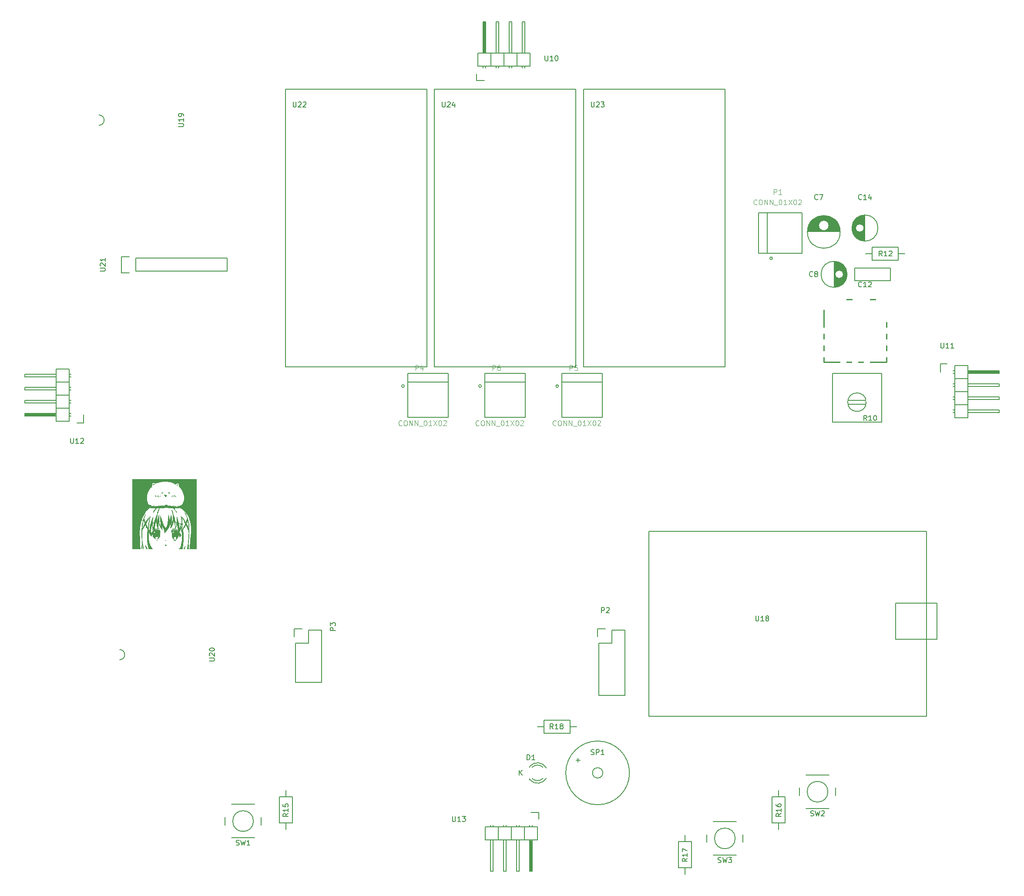
<source format=gto>
G04 #@! TF.FileFunction,Legend,Top*
%FSLAX46Y46*%
G04 Gerber Fmt 4.6, Leading zero omitted, Abs format (unit mm)*
G04 Created by KiCad (PCBNEW 4.0.1-stable) date 2016/11/10 0:02:59*
%MOMM*%
G01*
G04 APERTURE LIST*
%ADD10C,0.150000*%
%ADD11C,0.203200*%
%ADD12C,0.127000*%
%ADD13C,0.254000*%
%ADD14C,0.010000*%
%ADD15C,0.050000*%
%ADD16C,3.200000*%
%ADD17R,2.032000X1.727200*%
%ADD18O,2.032000X1.727200*%
%ADD19C,1.300000*%
%ADD20R,1.300000X1.300000*%
%ADD21R,2.000000X2.000000*%
%ADD22C,2.000000*%
%ADD23R,2.950000X2.950000*%
%ADD24C,2.950000*%
%ADD25R,1.727200X1.727200*%
%ADD26O,1.727200X1.727200*%
%ADD27C,1.998980*%
%ADD28C,1.510000*%
%ADD29R,1.510000X1.510000*%
%ADD30C,1.524000*%
%ADD31R,2.999740X1.198880*%
%ADD32R,5.288280X2.999740*%
%ADD33R,3.489960X2.999740*%
%ADD34R,2.999740X5.288280*%
%ADD35R,1.198880X2.999740*%
%ADD36R,1.498600X1.198880*%
%ADD37R,1.727200X2.032000*%
%ADD38O,1.727200X2.032000*%
%ADD39C,4.000000*%
G04 APERTURE END LIST*
D10*
X57510000Y-107400000D02*
X57510000Y-105850000D01*
X56210000Y-107400000D02*
X57510000Y-107400000D01*
X52019000Y-105977000D02*
X46177000Y-105977000D01*
X46177000Y-105977000D02*
X46177000Y-105723000D01*
X46177000Y-105723000D02*
X52019000Y-105723000D01*
X52019000Y-105723000D02*
X52019000Y-105850000D01*
X52019000Y-105850000D02*
X46177000Y-105850000D01*
X54686000Y-106104000D02*
X55067000Y-106104000D01*
X54686000Y-105596000D02*
X55067000Y-105596000D01*
X54686000Y-103564000D02*
X55067000Y-103564000D01*
X54686000Y-103056000D02*
X55067000Y-103056000D01*
X54686000Y-101024000D02*
X55067000Y-101024000D01*
X54686000Y-100516000D02*
X55067000Y-100516000D01*
X54686000Y-97976000D02*
X55067000Y-97976000D01*
X54686000Y-98484000D02*
X55067000Y-98484000D01*
X54686000Y-107120000D02*
X52146000Y-107120000D01*
X54686000Y-104580000D02*
X52146000Y-104580000D01*
X54686000Y-104580000D02*
X54686000Y-102040000D01*
X54686000Y-102040000D02*
X52146000Y-102040000D01*
X52146000Y-103564000D02*
X46050000Y-103564000D01*
X46050000Y-103564000D02*
X46050000Y-103056000D01*
X46050000Y-103056000D02*
X52146000Y-103056000D01*
X52146000Y-102040000D02*
X52146000Y-104580000D01*
X52146000Y-104580000D02*
X52146000Y-107120000D01*
X46050000Y-105596000D02*
X52146000Y-105596000D01*
X46050000Y-106104000D02*
X46050000Y-105596000D01*
X52146000Y-106104000D02*
X46050000Y-106104000D01*
X54686000Y-104580000D02*
X52146000Y-104580000D01*
X54686000Y-107120000D02*
X54686000Y-104580000D01*
X54686000Y-99500000D02*
X52146000Y-99500000D01*
X54686000Y-99500000D02*
X54686000Y-96960000D01*
X54686000Y-96960000D02*
X52146000Y-96960000D01*
X52146000Y-98484000D02*
X46050000Y-98484000D01*
X46050000Y-98484000D02*
X46050000Y-97976000D01*
X46050000Y-97976000D02*
X52146000Y-97976000D01*
X52146000Y-96960000D02*
X52146000Y-99500000D01*
X52146000Y-99500000D02*
X52146000Y-102040000D01*
X46050000Y-100516000D02*
X52146000Y-100516000D01*
X46050000Y-101024000D02*
X46050000Y-100516000D01*
X52146000Y-101024000D02*
X46050000Y-101024000D01*
X54686000Y-99500000D02*
X52146000Y-99500000D01*
X54686000Y-102040000D02*
X54686000Y-99500000D01*
X54686000Y-102040000D02*
X52146000Y-102040000D01*
X198351000Y-70175000D02*
X204649000Y-70175000D01*
X198357000Y-70035000D02*
X204643000Y-70035000D01*
X198370000Y-69895000D02*
X201054000Y-69895000D01*
X201946000Y-69895000D02*
X204630000Y-69895000D01*
X198389000Y-69755000D02*
X200844000Y-69755000D01*
X202156000Y-69755000D02*
X204611000Y-69755000D01*
X198415000Y-69615000D02*
X200711000Y-69615000D01*
X202289000Y-69615000D02*
X204585000Y-69615000D01*
X198447000Y-69475000D02*
X200620000Y-69475000D01*
X202380000Y-69475000D02*
X204553000Y-69475000D01*
X198486000Y-69335000D02*
X200558000Y-69335000D01*
X202442000Y-69335000D02*
X204514000Y-69335000D01*
X198532000Y-69195000D02*
X200519000Y-69195000D01*
X202481000Y-69195000D02*
X204468000Y-69195000D01*
X198585000Y-69055000D02*
X200502000Y-69055000D01*
X202498000Y-69055000D02*
X204415000Y-69055000D01*
X198647000Y-68915000D02*
X200504000Y-68915000D01*
X202496000Y-68915000D02*
X204353000Y-68915000D01*
X198717000Y-68775000D02*
X200526000Y-68775000D01*
X202474000Y-68775000D02*
X204283000Y-68775000D01*
X198796000Y-68635000D02*
X200569000Y-68635000D01*
X202431000Y-68635000D02*
X204204000Y-68635000D01*
X198884000Y-68495000D02*
X200637000Y-68495000D01*
X202363000Y-68495000D02*
X204116000Y-68495000D01*
X198984000Y-68355000D02*
X200736000Y-68355000D01*
X202264000Y-68355000D02*
X204016000Y-68355000D01*
X199096000Y-68215000D02*
X200881000Y-68215000D01*
X202119000Y-68215000D02*
X203904000Y-68215000D01*
X199221000Y-68075000D02*
X201120000Y-68075000D01*
X201880000Y-68075000D02*
X203779000Y-68075000D01*
X199364000Y-67935000D02*
X203636000Y-67935000D01*
X199526000Y-67795000D02*
X203474000Y-67795000D01*
X199714000Y-67655000D02*
X203286000Y-67655000D01*
X199937000Y-67515000D02*
X203063000Y-67515000D01*
X200213000Y-67375000D02*
X202787000Y-67375000D01*
X200588000Y-67235000D02*
X202412000Y-67235000D01*
X202500000Y-69000000D02*
G75*
G03X202500000Y-69000000I-1000000J0D01*
G01*
X204687500Y-70250000D02*
G75*
G03X204687500Y-70250000I-3187500J0D01*
G01*
X203575000Y-76001000D02*
X203575000Y-80999000D01*
X203715000Y-76009000D02*
X203715000Y-78346000D01*
X203715000Y-78654000D02*
X203715000Y-80991000D01*
X203855000Y-76025000D02*
X203855000Y-78027000D01*
X203855000Y-78973000D02*
X203855000Y-80975000D01*
X203995000Y-76049000D02*
X203995000Y-77880000D01*
X203995000Y-79120000D02*
X203995000Y-80951000D01*
X204135000Y-76082000D02*
X204135000Y-77788000D01*
X204135000Y-79212000D02*
X204135000Y-80918000D01*
X204275000Y-76123000D02*
X204275000Y-77732000D01*
X204275000Y-79268000D02*
X204275000Y-80877000D01*
X204415000Y-76173000D02*
X204415000Y-77705000D01*
X204415000Y-79295000D02*
X204415000Y-80827000D01*
X204555000Y-76234000D02*
X204555000Y-77702000D01*
X204555000Y-79298000D02*
X204555000Y-80766000D01*
X204695000Y-76304000D02*
X204695000Y-77724000D01*
X204695000Y-79276000D02*
X204695000Y-80696000D01*
X204835000Y-76386000D02*
X204835000Y-77774000D01*
X204835000Y-79226000D02*
X204835000Y-80614000D01*
X204975000Y-76481000D02*
X204975000Y-77856000D01*
X204975000Y-79144000D02*
X204975000Y-80519000D01*
X205115000Y-76592000D02*
X205115000Y-77988000D01*
X205115000Y-79012000D02*
X205115000Y-80408000D01*
X205255000Y-76720000D02*
X205255000Y-78235000D01*
X205255000Y-78765000D02*
X205255000Y-80280000D01*
X205395000Y-76869000D02*
X205395000Y-80131000D01*
X205535000Y-77048000D02*
X205535000Y-79952000D01*
X205675000Y-77267000D02*
X205675000Y-79733000D01*
X205815000Y-77556000D02*
X205815000Y-79444000D01*
X205955000Y-78028000D02*
X205955000Y-78972000D01*
X205300000Y-78500000D02*
G75*
G03X205300000Y-78500000I-800000J0D01*
G01*
X206037500Y-78500000D02*
G75*
G03X206037500Y-78500000I-2537500J0D01*
G01*
X214500000Y-79750000D02*
X207500000Y-79750000D01*
X207500000Y-79750000D02*
X207500000Y-77250000D01*
X207500000Y-77250000D02*
X214500000Y-77250000D01*
X214500000Y-77250000D02*
X214500000Y-79750000D01*
X209425000Y-71999000D02*
X209425000Y-67001000D01*
X209285000Y-71991000D02*
X209285000Y-69654000D01*
X209285000Y-69346000D02*
X209285000Y-67009000D01*
X209145000Y-71975000D02*
X209145000Y-69973000D01*
X209145000Y-69027000D02*
X209145000Y-67025000D01*
X209005000Y-71951000D02*
X209005000Y-70120000D01*
X209005000Y-68880000D02*
X209005000Y-67049000D01*
X208865000Y-71918000D02*
X208865000Y-70212000D01*
X208865000Y-68788000D02*
X208865000Y-67082000D01*
X208725000Y-71877000D02*
X208725000Y-70268000D01*
X208725000Y-68732000D02*
X208725000Y-67123000D01*
X208585000Y-71827000D02*
X208585000Y-70295000D01*
X208585000Y-68705000D02*
X208585000Y-67173000D01*
X208445000Y-71766000D02*
X208445000Y-70298000D01*
X208445000Y-68702000D02*
X208445000Y-67234000D01*
X208305000Y-71696000D02*
X208305000Y-70276000D01*
X208305000Y-68724000D02*
X208305000Y-67304000D01*
X208165000Y-71614000D02*
X208165000Y-70226000D01*
X208165000Y-68774000D02*
X208165000Y-67386000D01*
X208025000Y-71519000D02*
X208025000Y-70144000D01*
X208025000Y-68856000D02*
X208025000Y-67481000D01*
X207885000Y-71408000D02*
X207885000Y-70012000D01*
X207885000Y-68988000D02*
X207885000Y-67592000D01*
X207745000Y-71280000D02*
X207745000Y-69765000D01*
X207745000Y-69235000D02*
X207745000Y-67720000D01*
X207605000Y-71131000D02*
X207605000Y-67869000D01*
X207465000Y-70952000D02*
X207465000Y-68048000D01*
X207325000Y-70733000D02*
X207325000Y-68267000D01*
X207185000Y-70444000D02*
X207185000Y-68556000D01*
X207045000Y-69972000D02*
X207045000Y-69028000D01*
X209300000Y-69500000D02*
G75*
G03X209300000Y-69500000I-800000J0D01*
G01*
X212037500Y-69500000D02*
G75*
G03X212037500Y-69500000I-2537500J0D01*
G01*
X144301000Y-176814000D02*
X144301000Y-176614000D01*
X144301000Y-174220000D02*
X144301000Y-174400000D01*
X147528744Y-174530357D02*
G75*
G03X144301000Y-174214000I-1727744J-1003643D01*
G01*
X146853006Y-174400932D02*
G75*
G03X144750000Y-174400000I-1052006J-1133068D01*
G01*
X144313780Y-176840726D02*
G75*
G03X147551000Y-176494000I1497220J1306726D01*
G01*
X144787111Y-176613253D02*
G75*
G03X146835000Y-176594000I1013889J1079253D01*
G01*
D11*
X197300000Y-66570000D02*
X197300000Y-74430000D01*
X197300000Y-74430000D02*
X190500000Y-74430000D01*
X190500000Y-66570000D02*
X197300000Y-66570000D01*
X190500000Y-66570000D02*
X190500000Y-74430000D01*
D12*
X188800000Y-74430000D02*
X188800000Y-66570000D01*
X190500000Y-74430000D02*
X188800000Y-74430000D01*
X190500000Y-66570000D02*
X188800000Y-66570000D01*
D10*
X191504000Y-75375000D02*
G75*
G03X191504000Y-75375000I-254000J0D01*
G01*
X162810000Y-147730000D02*
X162810000Y-160430000D01*
X162810000Y-160430000D02*
X157730000Y-160430000D01*
X157730000Y-160430000D02*
X157730000Y-150270000D01*
X162810000Y-147730000D02*
X160270000Y-147730000D01*
X159000000Y-147450000D02*
X157450000Y-147450000D01*
X160270000Y-147730000D02*
X160270000Y-150270000D01*
X160270000Y-150270000D02*
X157730000Y-150270000D01*
X157450000Y-147450000D02*
X157450000Y-149000000D01*
X98755000Y-150300000D02*
X98755000Y-157920000D01*
X98755000Y-157920000D02*
X103835000Y-157920000D01*
X103835000Y-157920000D02*
X103835000Y-147760000D01*
X103835000Y-147760000D02*
X101295000Y-147760000D01*
X100025000Y-147480000D02*
X98475000Y-147480000D01*
X101295000Y-147760000D02*
X101295000Y-150300000D01*
X101295000Y-150300000D02*
X98755000Y-150300000D01*
X98475000Y-147480000D02*
X98475000Y-149030000D01*
D11*
X128430000Y-106300000D02*
X120570000Y-106300000D01*
X120570000Y-106300000D02*
X120570000Y-99500000D01*
X128430000Y-99500000D02*
X128430000Y-106300000D01*
X128430000Y-99500000D02*
X120570000Y-99500000D01*
D12*
X120570000Y-97800000D02*
X128430000Y-97800000D01*
X120570000Y-99500000D02*
X120570000Y-97800000D01*
X128430000Y-99500000D02*
X128430000Y-97800000D01*
D10*
X119879000Y-100250000D02*
G75*
G03X119879000Y-100250000I-254000J0D01*
G01*
D11*
X158430000Y-106300000D02*
X150570000Y-106300000D01*
X150570000Y-106300000D02*
X150570000Y-99500000D01*
X158430000Y-99500000D02*
X158430000Y-106300000D01*
X158430000Y-99500000D02*
X150570000Y-99500000D01*
D12*
X150570000Y-97800000D02*
X158430000Y-97800000D01*
X150570000Y-99500000D02*
X150570000Y-97800000D01*
X158430000Y-99500000D02*
X158430000Y-97800000D01*
D10*
X149879000Y-100250000D02*
G75*
G03X149879000Y-100250000I-254000J0D01*
G01*
D11*
X143430000Y-106300000D02*
X135570000Y-106300000D01*
X135570000Y-106300000D02*
X135570000Y-99500000D01*
X143430000Y-99500000D02*
X143430000Y-106300000D01*
X143430000Y-99500000D02*
X135570000Y-99500000D01*
D12*
X135570000Y-97800000D02*
X143430000Y-97800000D01*
X135570000Y-99500000D02*
X135570000Y-97800000D01*
X143430000Y-99500000D02*
X143430000Y-97800000D01*
D10*
X134879000Y-100250000D02*
G75*
G03X134879000Y-100250000I-254000J0D01*
G01*
X209660000Y-103755000D02*
X206260000Y-103755000D01*
X209660000Y-102995000D02*
X206260000Y-102995000D01*
X212725000Y-107265000D02*
X203195000Y-107265000D01*
X203195000Y-107265000D02*
X203195000Y-97735000D01*
X203195000Y-97735000D02*
X212725000Y-97735000D01*
X212725000Y-97735000D02*
X212725000Y-107265000D01*
X209761735Y-103375000D02*
G75*
G03X209761735Y-103375000I-1801735J0D01*
G01*
X215960000Y-75770000D02*
X210880000Y-75770000D01*
X210880000Y-75770000D02*
X210880000Y-73230000D01*
X210880000Y-73230000D02*
X215960000Y-73230000D01*
X215960000Y-73230000D02*
X215960000Y-75770000D01*
X215960000Y-74500000D02*
X217230000Y-74500000D01*
X210880000Y-74500000D02*
X209610000Y-74500000D01*
X95580000Y-185225000D02*
X95580000Y-180145000D01*
X95580000Y-180145000D02*
X98120000Y-180145000D01*
X98120000Y-180145000D02*
X98120000Y-185225000D01*
X98120000Y-185225000D02*
X95580000Y-185225000D01*
X96850000Y-185225000D02*
X96850000Y-186495000D01*
X96850000Y-180145000D02*
X96850000Y-178875000D01*
X191465000Y-185225000D02*
X191465000Y-180145000D01*
X191465000Y-180145000D02*
X194005000Y-180145000D01*
X194005000Y-180145000D02*
X194005000Y-185225000D01*
X194005000Y-185225000D02*
X191465000Y-185225000D01*
X192735000Y-185225000D02*
X192735000Y-186495000D01*
X192735000Y-180145000D02*
X192735000Y-178875000D01*
X173230000Y-193960000D02*
X173230000Y-188880000D01*
X173230000Y-188880000D02*
X175770000Y-188880000D01*
X175770000Y-188880000D02*
X175770000Y-193960000D01*
X175770000Y-193960000D02*
X173230000Y-193960000D01*
X174500000Y-193960000D02*
X174500000Y-195230000D01*
X174500000Y-188880000D02*
X174500000Y-187610000D01*
X147040000Y-165230000D02*
X152120000Y-165230000D01*
X152120000Y-165230000D02*
X152120000Y-167770000D01*
X152120000Y-167770000D02*
X147040000Y-167770000D01*
X147040000Y-167770000D02*
X147040000Y-165230000D01*
X147040000Y-166500000D02*
X145770000Y-166500000D01*
X152120000Y-166500000D02*
X153390000Y-166500000D01*
X158500760Y-175500000D02*
G75*
G03X158500760Y-175500000I-1000760J0D01*
G01*
X163700140Y-175500000D02*
G75*
G03X163700140Y-175500000I-6200140J0D01*
G01*
X90535564Y-184880000D02*
G75*
G03X90535564Y-184880000I-2015564J0D01*
G01*
X90770000Y-181630000D02*
X86270000Y-181630000D01*
X92020000Y-185630000D02*
X92020000Y-184130000D01*
X86270000Y-188130000D02*
X90770000Y-188130000D01*
X85020000Y-184130000D02*
X85020000Y-185630000D01*
X202295564Y-179165000D02*
G75*
G03X202295564Y-179165000I-2015564J0D01*
G01*
X202530000Y-175915000D02*
X198030000Y-175915000D01*
X203780000Y-179915000D02*
X203780000Y-178415000D01*
X198030000Y-182415000D02*
X202530000Y-182415000D01*
X196780000Y-178415000D02*
X196780000Y-179915000D01*
X184265564Y-188250000D02*
G75*
G03X184265564Y-188250000I-2015564J0D01*
G01*
X184500000Y-185000000D02*
X180000000Y-185000000D01*
X185750000Y-189000000D02*
X185750000Y-187500000D01*
X180000000Y-191500000D02*
X184500000Y-191500000D01*
X178750000Y-187500000D02*
X178750000Y-189000000D01*
D13*
X201511460Y-95548540D02*
X213708540Y-95548540D01*
X213708540Y-95548540D02*
X213708540Y-83351460D01*
X213708540Y-83351460D02*
X201511460Y-83351460D01*
X201511460Y-83351460D02*
X201511460Y-95548540D01*
D10*
X133950000Y-40800000D02*
X135500000Y-40800000D01*
X133950000Y-39500000D02*
X133950000Y-40800000D01*
X135373000Y-35309000D02*
X135373000Y-29467000D01*
X135373000Y-29467000D02*
X135627000Y-29467000D01*
X135627000Y-29467000D02*
X135627000Y-35309000D01*
X135627000Y-35309000D02*
X135500000Y-35309000D01*
X135500000Y-35309000D02*
X135500000Y-29467000D01*
X135246000Y-37976000D02*
X135246000Y-38357000D01*
X135754000Y-37976000D02*
X135754000Y-38357000D01*
X137786000Y-37976000D02*
X137786000Y-38357000D01*
X138294000Y-37976000D02*
X138294000Y-38357000D01*
X140326000Y-37976000D02*
X140326000Y-38357000D01*
X140834000Y-37976000D02*
X140834000Y-38357000D01*
X143374000Y-37976000D02*
X143374000Y-38357000D01*
X142866000Y-37976000D02*
X142866000Y-38357000D01*
X134230000Y-37976000D02*
X134230000Y-35436000D01*
X136770000Y-37976000D02*
X136770000Y-35436000D01*
X136770000Y-37976000D02*
X139310000Y-37976000D01*
X139310000Y-37976000D02*
X139310000Y-35436000D01*
X137786000Y-35436000D02*
X137786000Y-29340000D01*
X137786000Y-29340000D02*
X138294000Y-29340000D01*
X138294000Y-29340000D02*
X138294000Y-35436000D01*
X139310000Y-35436000D02*
X136770000Y-35436000D01*
X136770000Y-35436000D02*
X134230000Y-35436000D01*
X135754000Y-29340000D02*
X135754000Y-35436000D01*
X135246000Y-29340000D02*
X135754000Y-29340000D01*
X135246000Y-35436000D02*
X135246000Y-29340000D01*
X136770000Y-37976000D02*
X136770000Y-35436000D01*
X134230000Y-37976000D02*
X136770000Y-37976000D01*
X141850000Y-37976000D02*
X141850000Y-35436000D01*
X141850000Y-37976000D02*
X144390000Y-37976000D01*
X144390000Y-37976000D02*
X144390000Y-35436000D01*
X142866000Y-35436000D02*
X142866000Y-29340000D01*
X142866000Y-29340000D02*
X143374000Y-29340000D01*
X143374000Y-29340000D02*
X143374000Y-35436000D01*
X144390000Y-35436000D02*
X141850000Y-35436000D01*
X141850000Y-35436000D02*
X139310000Y-35436000D01*
X140834000Y-29340000D02*
X140834000Y-35436000D01*
X140326000Y-29340000D02*
X140834000Y-29340000D01*
X140326000Y-35436000D02*
X140326000Y-29340000D01*
X141850000Y-37976000D02*
X141850000Y-35436000D01*
X139310000Y-37976000D02*
X141850000Y-37976000D01*
X139310000Y-37976000D02*
X139310000Y-35436000D01*
X224200000Y-95950000D02*
X224200000Y-97500000D01*
X225500000Y-95950000D02*
X224200000Y-95950000D01*
X229691000Y-97373000D02*
X235533000Y-97373000D01*
X235533000Y-97373000D02*
X235533000Y-97627000D01*
X235533000Y-97627000D02*
X229691000Y-97627000D01*
X229691000Y-97627000D02*
X229691000Y-97500000D01*
X229691000Y-97500000D02*
X235533000Y-97500000D01*
X227024000Y-97246000D02*
X226643000Y-97246000D01*
X227024000Y-97754000D02*
X226643000Y-97754000D01*
X227024000Y-99786000D02*
X226643000Y-99786000D01*
X227024000Y-100294000D02*
X226643000Y-100294000D01*
X227024000Y-102326000D02*
X226643000Y-102326000D01*
X227024000Y-102834000D02*
X226643000Y-102834000D01*
X227024000Y-105374000D02*
X226643000Y-105374000D01*
X227024000Y-104866000D02*
X226643000Y-104866000D01*
X227024000Y-96230000D02*
X229564000Y-96230000D01*
X227024000Y-98770000D02*
X229564000Y-98770000D01*
X227024000Y-98770000D02*
X227024000Y-101310000D01*
X227024000Y-101310000D02*
X229564000Y-101310000D01*
X229564000Y-99786000D02*
X235660000Y-99786000D01*
X235660000Y-99786000D02*
X235660000Y-100294000D01*
X235660000Y-100294000D02*
X229564000Y-100294000D01*
X229564000Y-101310000D02*
X229564000Y-98770000D01*
X229564000Y-98770000D02*
X229564000Y-96230000D01*
X235660000Y-97754000D02*
X229564000Y-97754000D01*
X235660000Y-97246000D02*
X235660000Y-97754000D01*
X229564000Y-97246000D02*
X235660000Y-97246000D01*
X227024000Y-98770000D02*
X229564000Y-98770000D01*
X227024000Y-96230000D02*
X227024000Y-98770000D01*
X227024000Y-103850000D02*
X229564000Y-103850000D01*
X227024000Y-103850000D02*
X227024000Y-106390000D01*
X227024000Y-106390000D02*
X229564000Y-106390000D01*
X229564000Y-104866000D02*
X235660000Y-104866000D01*
X235660000Y-104866000D02*
X235660000Y-105374000D01*
X235660000Y-105374000D02*
X229564000Y-105374000D01*
X229564000Y-106390000D02*
X229564000Y-103850000D01*
X229564000Y-103850000D02*
X229564000Y-101310000D01*
X235660000Y-102834000D02*
X229564000Y-102834000D01*
X235660000Y-102326000D02*
X235660000Y-102834000D01*
X229564000Y-102326000D02*
X235660000Y-102326000D01*
X227024000Y-103850000D02*
X229564000Y-103850000D01*
X227024000Y-101310000D02*
X227024000Y-103850000D01*
X227024000Y-101310000D02*
X229564000Y-101310000D01*
X146050000Y-183200000D02*
X144500000Y-183200000D01*
X146050000Y-184500000D02*
X146050000Y-183200000D01*
X144627000Y-188691000D02*
X144627000Y-194533000D01*
X144627000Y-194533000D02*
X144373000Y-194533000D01*
X144373000Y-194533000D02*
X144373000Y-188691000D01*
X144373000Y-188691000D02*
X144500000Y-188691000D01*
X144500000Y-188691000D02*
X144500000Y-194533000D01*
X144754000Y-186024000D02*
X144754000Y-185643000D01*
X144246000Y-186024000D02*
X144246000Y-185643000D01*
X142214000Y-186024000D02*
X142214000Y-185643000D01*
X141706000Y-186024000D02*
X141706000Y-185643000D01*
X139674000Y-186024000D02*
X139674000Y-185643000D01*
X139166000Y-186024000D02*
X139166000Y-185643000D01*
X136626000Y-186024000D02*
X136626000Y-185643000D01*
X137134000Y-186024000D02*
X137134000Y-185643000D01*
X145770000Y-186024000D02*
X145770000Y-188564000D01*
X143230000Y-186024000D02*
X143230000Y-188564000D01*
X143230000Y-186024000D02*
X140690000Y-186024000D01*
X140690000Y-186024000D02*
X140690000Y-188564000D01*
X142214000Y-188564000D02*
X142214000Y-194660000D01*
X142214000Y-194660000D02*
X141706000Y-194660000D01*
X141706000Y-194660000D02*
X141706000Y-188564000D01*
X140690000Y-188564000D02*
X143230000Y-188564000D01*
X143230000Y-188564000D02*
X145770000Y-188564000D01*
X144246000Y-194660000D02*
X144246000Y-188564000D01*
X144754000Y-194660000D02*
X144246000Y-194660000D01*
X144754000Y-188564000D02*
X144754000Y-194660000D01*
X143230000Y-186024000D02*
X143230000Y-188564000D01*
X145770000Y-186024000D02*
X143230000Y-186024000D01*
X138150000Y-186024000D02*
X138150000Y-188564000D01*
X138150000Y-186024000D02*
X135610000Y-186024000D01*
X135610000Y-186024000D02*
X135610000Y-188564000D01*
X137134000Y-188564000D02*
X137134000Y-194660000D01*
X137134000Y-194660000D02*
X136626000Y-194660000D01*
X136626000Y-194660000D02*
X136626000Y-188564000D01*
X135610000Y-188564000D02*
X138150000Y-188564000D01*
X138150000Y-188564000D02*
X140690000Y-188564000D01*
X139166000Y-194660000D02*
X139166000Y-188564000D01*
X139674000Y-194660000D02*
X139166000Y-194660000D01*
X139674000Y-188564000D02*
X139674000Y-194660000D01*
X138150000Y-186024000D02*
X138150000Y-188564000D01*
X140690000Y-186024000D02*
X138150000Y-186024000D01*
X140690000Y-186024000D02*
X140690000Y-188564000D01*
X220500000Y-142500000D02*
X215500000Y-142500000D01*
X215500000Y-142500000D02*
X215500000Y-149500000D01*
X215500000Y-149500000D02*
X223500000Y-149500000D01*
X223500000Y-149500000D02*
X223500000Y-142500000D01*
X223500000Y-142500000D02*
X221500000Y-142500000D01*
X220500000Y-142500000D02*
X221500000Y-142500000D01*
X221500000Y-163500000D02*
X221500000Y-128500000D01*
X221500000Y-128500000D02*
X167500000Y-128500000D01*
X167500000Y-128500000D02*
X167500000Y-163500000D01*
X167500000Y-163500000D02*
X167500000Y-164500000D01*
X167500000Y-164500000D02*
X221500000Y-164500000D01*
X221500000Y-164500000D02*
X221500000Y-163500000D01*
X221500000Y-163500000D02*
X221500000Y-164500000D01*
X61500000Y-48500000D02*
G75*
G03X60500000Y-47500000I-1000000J0D01*
G01*
X60500000Y-49500000D02*
G75*
G03X61500000Y-48500000I0J1000000D01*
G01*
X65500000Y-152500000D02*
G75*
G03X64500000Y-151500000I-1000000J0D01*
G01*
X64500000Y-153500000D02*
G75*
G03X65500000Y-152500000I0J1000000D01*
G01*
X67640000Y-75370000D02*
X85420000Y-75370000D01*
X85420000Y-75370000D02*
X85420000Y-77910000D01*
X85420000Y-77910000D02*
X67640000Y-77910000D01*
X64820000Y-75090000D02*
X66370000Y-75090000D01*
X67640000Y-75370000D02*
X67640000Y-77910000D01*
X66370000Y-78190000D02*
X64820000Y-78190000D01*
X64820000Y-78190000D02*
X64820000Y-75090000D01*
X96750000Y-42500000D02*
X124250000Y-42500000D01*
X96750000Y-96500000D02*
X96750000Y-42500000D01*
X124250000Y-96500000D02*
X124250000Y-42500000D01*
X96750000Y-96500000D02*
X124250000Y-96500000D01*
X154750000Y-42500000D02*
X182250000Y-42500000D01*
X154750000Y-96500000D02*
X154750000Y-42500000D01*
X182250000Y-96500000D02*
X182250000Y-42500000D01*
X154750000Y-96500000D02*
X182250000Y-96500000D01*
X125750000Y-42500000D02*
X153250000Y-42500000D01*
X125750000Y-96500000D02*
X125750000Y-42500000D01*
X153250000Y-96500000D02*
X153250000Y-42500000D01*
X125750000Y-96500000D02*
X153250000Y-96500000D01*
D14*
G36*
X79407112Y-131893333D02*
X78198623Y-131893333D01*
X78178354Y-131650004D01*
X78172720Y-131566077D01*
X78169598Y-131474587D01*
X78169283Y-131371321D01*
X78172065Y-131252062D01*
X78178238Y-131112596D01*
X78188094Y-130948706D01*
X78201925Y-130756177D01*
X78220024Y-130530794D01*
X78242683Y-130268342D01*
X78270195Y-129964605D01*
X78302852Y-129615367D01*
X78340947Y-129216413D01*
X78363144Y-128986444D01*
X78376293Y-128804377D01*
X78384986Y-128585420D01*
X78389332Y-128342799D01*
X78389439Y-128089738D01*
X78385416Y-127839464D01*
X78377369Y-127605199D01*
X78365409Y-127400170D01*
X78349642Y-127237601D01*
X78348786Y-127231056D01*
X78310188Y-126979540D01*
X78261905Y-126726814D01*
X78207244Y-126487407D01*
X78149511Y-126275845D01*
X78094176Y-126112198D01*
X78055254Y-126012142D01*
X78025684Y-125937137D01*
X77997343Y-125867048D01*
X77962108Y-125781740D01*
X77921768Y-125684857D01*
X77864591Y-125565856D01*
X77783119Y-125419512D01*
X77687845Y-125262931D01*
X77589265Y-125113217D01*
X77497874Y-124987475D01*
X77480324Y-124965403D01*
X77354766Y-124818903D01*
X77212880Y-124667057D01*
X77061437Y-124515826D01*
X76907206Y-124371170D01*
X76756960Y-124239052D01*
X76617467Y-124125433D01*
X76495499Y-124036274D01*
X76397827Y-123977537D01*
X76333108Y-123955296D01*
X76294192Y-123943305D01*
X76291302Y-123930224D01*
X76279895Y-123903062D01*
X76243109Y-123876556D01*
X76179586Y-123853284D01*
X76107837Y-123841204D01*
X76045901Y-123841192D01*
X76011819Y-123854123D01*
X76010687Y-123865278D01*
X75994392Y-123891892D01*
X75932034Y-123917250D01*
X75833988Y-123939331D01*
X75710631Y-123956117D01*
X75572338Y-123965587D01*
X75488483Y-123966928D01*
X75371569Y-123965475D01*
X75273916Y-123962616D01*
X75211050Y-123958869D01*
X75199224Y-123957260D01*
X75166659Y-123970511D01*
X75157345Y-124020548D01*
X75168915Y-124093858D01*
X75199002Y-124176930D01*
X75245240Y-124256252D01*
X75253493Y-124267081D01*
X75298679Y-124329947D01*
X75356382Y-124418180D01*
X75419036Y-124519121D01*
X75479071Y-124620114D01*
X75528921Y-124708501D01*
X75561017Y-124771626D01*
X75568889Y-124794579D01*
X75555466Y-124814094D01*
X75523225Y-124795425D01*
X75484213Y-124747647D01*
X75467024Y-124717833D01*
X75399458Y-124596860D01*
X75316486Y-124465370D01*
X75224717Y-124332003D01*
X75130759Y-124205396D01*
X75041223Y-124094189D01*
X74962717Y-124007018D01*
X74901850Y-123952524D01*
X74870578Y-123938257D01*
X74826907Y-123936454D01*
X74737359Y-123931392D01*
X74612364Y-123923708D01*
X74462356Y-123914038D01*
X74341223Y-123905967D01*
X74122527Y-123894872D01*
X73870221Y-123888062D01*
X73607001Y-123885879D01*
X73355562Y-123888667D01*
X73297000Y-123890186D01*
X73084000Y-123895850D01*
X72852714Y-123900978D01*
X72623203Y-123905190D01*
X72415527Y-123908109D01*
X72290241Y-123909200D01*
X72088457Y-123912112D01*
X71933118Y-123919977D01*
X71814281Y-123935188D01*
X71722004Y-123960142D01*
X71646347Y-123997234D01*
X71577366Y-124048858D01*
X71530454Y-124092263D01*
X71456428Y-124174244D01*
X71365085Y-124289642D01*
X71267199Y-124423249D01*
X71173544Y-124559859D01*
X71094894Y-124684264D01*
X71042023Y-124781256D01*
X71041448Y-124782497D01*
X70996369Y-124880111D01*
X71011047Y-124783325D01*
X71040670Y-124688882D01*
X71106551Y-124561783D01*
X71210136Y-124399493D01*
X71311814Y-124255384D01*
X71363391Y-124177413D01*
X71394048Y-124116825D01*
X71397569Y-124088581D01*
X71399158Y-124080814D01*
X71417963Y-124089994D01*
X71446042Y-124097163D01*
X71441696Y-124070677D01*
X71449141Y-124021949D01*
X71478606Y-123989713D01*
X71510530Y-123953019D01*
X71495562Y-123930117D01*
X71442514Y-123925695D01*
X71381165Y-123937862D01*
X71314921Y-123949031D01*
X71209688Y-123958121D01*
X71082916Y-123963848D01*
X71011000Y-123965094D01*
X70846046Y-123962141D01*
X70716196Y-123948952D01*
X70600624Y-123922903D01*
X70549775Y-123906975D01*
X70452534Y-123875771D01*
X70441983Y-123873533D01*
X71626191Y-123873533D01*
X71645510Y-123865618D01*
X71646979Y-123864111D01*
X74948000Y-123864111D01*
X74962112Y-123878222D01*
X74976223Y-123864111D01*
X74962112Y-123850000D01*
X74948000Y-123864111D01*
X71646979Y-123864111D01*
X71689433Y-123820563D01*
X71699945Y-123807667D01*
X74891556Y-123807667D01*
X74905667Y-123821778D01*
X74919778Y-123807667D01*
X74976223Y-123807667D01*
X74990334Y-123821778D01*
X75004445Y-123807667D01*
X74990334Y-123793555D01*
X74976223Y-123807667D01*
X74919778Y-123807667D01*
X74905667Y-123793555D01*
X74891556Y-123807667D01*
X71699945Y-123807667D01*
X71721144Y-123781661D01*
X71713417Y-123774610D01*
X71695989Y-123780412D01*
X71647311Y-123817476D01*
X71634957Y-123838071D01*
X71626191Y-123873533D01*
X70441983Y-123873533D01*
X70391170Y-123862755D01*
X70348410Y-123867127D01*
X70306977Y-123888086D01*
X70295775Y-123895196D01*
X70232397Y-123943209D01*
X70147624Y-124017707D01*
X70047755Y-124112030D01*
X69939089Y-124219515D01*
X69827925Y-124333500D01*
X69720562Y-124447326D01*
X69623299Y-124554330D01*
X69542434Y-124647851D01*
X69484267Y-124721228D01*
X69455097Y-124767799D01*
X69457853Y-124781333D01*
X69461781Y-124800741D01*
X69439127Y-124849110D01*
X69398983Y-124911654D01*
X69350436Y-124973591D01*
X69320349Y-125004975D01*
X69270567Y-125066357D01*
X69247336Y-125124309D01*
X69247112Y-125128864D01*
X69226448Y-125190853D01*
X69197723Y-125224815D01*
X69172620Y-125249075D01*
X69183288Y-125247627D01*
X69206503Y-125248577D01*
X69201848Y-125272682D01*
X69162692Y-125317672D01*
X69136062Y-125331083D01*
X69095929Y-125367165D01*
X69043457Y-125448883D01*
X68982108Y-125567683D01*
X68915341Y-125715012D01*
X68846618Y-125882318D01*
X68779398Y-126061048D01*
X68717144Y-126242649D01*
X68663314Y-126418568D01*
X68621370Y-126580252D01*
X68610549Y-126629889D01*
X68584542Y-126754222D01*
X68552345Y-126904944D01*
X68520100Y-127053365D01*
X68513921Y-127081444D01*
X68468300Y-127304634D01*
X68432260Y-127521604D01*
X68404828Y-127743305D01*
X68385029Y-127980689D01*
X68371890Y-128244706D01*
X68364437Y-128546310D01*
X68362064Y-128788889D01*
X68362419Y-129035122D01*
X68365573Y-129301363D01*
X68371140Y-129570821D01*
X68378732Y-129826704D01*
X68387963Y-130052220D01*
X68393625Y-130157667D01*
X68406478Y-130387360D01*
X68419520Y-130647066D01*
X68431679Y-130913609D01*
X68441885Y-131163813D01*
X68447453Y-131321833D01*
X68465769Y-131893333D01*
X66961112Y-131893333D01*
X66961112Y-124908333D01*
X69360000Y-124908333D01*
X69374112Y-124922444D01*
X69388223Y-124908333D01*
X69374112Y-124894222D01*
X69360000Y-124908333D01*
X66961112Y-124908333D01*
X66961112Y-123765333D01*
X71843556Y-123765333D01*
X71853185Y-123792822D01*
X71856001Y-123793555D01*
X71880097Y-123773779D01*
X71885889Y-123765333D01*
X71884676Y-123751222D01*
X72464445Y-123751222D01*
X72478556Y-123765333D01*
X72492667Y-123751222D01*
X72478556Y-123737111D01*
X72464445Y-123751222D01*
X71884676Y-123751222D01*
X71883652Y-123739327D01*
X71873444Y-123737111D01*
X71844704Y-123757598D01*
X71843556Y-123765333D01*
X66961112Y-123765333D01*
X66961112Y-123581889D01*
X70545334Y-123581889D01*
X70559445Y-123596000D01*
X70573556Y-123581889D01*
X70559445Y-123567778D01*
X70545334Y-123581889D01*
X66961112Y-123581889D01*
X66961112Y-123469000D01*
X70404223Y-123469000D01*
X70418334Y-123483111D01*
X70432445Y-123469000D01*
X70418334Y-123454889D01*
X70404223Y-123469000D01*
X66961112Y-123469000D01*
X66961112Y-121979121D01*
X69735837Y-121979121D01*
X69738873Y-122149282D01*
X69749594Y-122306718D01*
X69754472Y-122350067D01*
X69787164Y-122542815D01*
X69835442Y-122740934D01*
X69893465Y-122923306D01*
X69950806Y-123059778D01*
X70008074Y-123154267D01*
X70076539Y-123238312D01*
X70145093Y-123300925D01*
X70202629Y-123331121D01*
X70224400Y-123330404D01*
X70248325Y-123335640D01*
X70244421Y-123357868D01*
X70244940Y-123386376D01*
X70274080Y-123381634D01*
X70312587Y-123381933D01*
X70319556Y-123397667D01*
X70342778Y-123418597D01*
X70404223Y-123412555D01*
X70468300Y-123407187D01*
X70488889Y-123424424D01*
X70511712Y-123451438D01*
X70531223Y-123454889D01*
X70568827Y-123466644D01*
X70573556Y-123476574D01*
X70594854Y-123505282D01*
X70646583Y-123545619D01*
X70651167Y-123548632D01*
X70697782Y-123580798D01*
X70698000Y-123589047D01*
X70665278Y-123581489D01*
X70615267Y-123578455D01*
X70601778Y-123594098D01*
X70624431Y-123621227D01*
X70641760Y-123624222D01*
X70684397Y-123642504D01*
X70691975Y-123654924D01*
X70729929Y-123687722D01*
X70811086Y-123713291D01*
X70922591Y-123730996D01*
X71051590Y-123740203D01*
X71185229Y-123740276D01*
X71310653Y-123730581D01*
X71415006Y-123710484D01*
X71457659Y-123694778D01*
X74411778Y-123694778D01*
X74425889Y-123708889D01*
X74440000Y-123694778D01*
X74425889Y-123680667D01*
X74411778Y-123694778D01*
X71457659Y-123694778D01*
X71462556Y-123692975D01*
X71542947Y-123653976D01*
X71600582Y-123687479D01*
X71631867Y-123680703D01*
X71665371Y-123663718D01*
X71675693Y-123667464D01*
X71718379Y-123673192D01*
X71754888Y-123669845D01*
X72266889Y-123669845D01*
X72289073Y-123680847D01*
X72336392Y-123678445D01*
X72380004Y-123665726D01*
X72391370Y-123656521D01*
X72379797Y-123643091D01*
X72336591Y-123645700D01*
X72284118Y-123659449D01*
X72266889Y-123669845D01*
X71754888Y-123669845D01*
X71789937Y-123666632D01*
X71803534Y-123664260D01*
X71863289Y-123647105D01*
X71869916Y-123638333D01*
X73847334Y-123638333D01*
X73861445Y-123652444D01*
X73875556Y-123638333D01*
X73861445Y-123624222D01*
X73847334Y-123638333D01*
X71869916Y-123638333D01*
X71877106Y-123628816D01*
X71872184Y-123624473D01*
X71863544Y-123603254D01*
X71897654Y-123588436D01*
X71937303Y-123585920D01*
X71940707Y-123598632D01*
X71948335Y-123620835D01*
X71967225Y-123624222D01*
X72014899Y-123609308D01*
X72025363Y-123598649D01*
X72061910Y-123583920D01*
X72096636Y-123587582D01*
X72150562Y-123588859D01*
X72240608Y-123578635D01*
X72348135Y-123559092D01*
X72357664Y-123557032D01*
X72441359Y-123544301D01*
X72564625Y-123532791D01*
X72717060Y-123522780D01*
X72888261Y-123514544D01*
X73067826Y-123508361D01*
X73245352Y-123504511D01*
X73410437Y-123503270D01*
X73552678Y-123504916D01*
X73661673Y-123509727D01*
X73727019Y-123517981D01*
X73734445Y-123520263D01*
X73783513Y-123531009D01*
X73869232Y-123542647D01*
X73960223Y-123551532D01*
X74154004Y-123569067D01*
X74332212Y-123588721D01*
X74485589Y-123609205D01*
X74604879Y-123629231D01*
X74680824Y-123647511D01*
X74697076Y-123654090D01*
X74739146Y-123667382D01*
X74753249Y-123638158D01*
X74753719Y-123632271D01*
X74757755Y-123597249D01*
X74766284Y-123617661D01*
X74769899Y-123631278D01*
X74807263Y-123672301D01*
X74858348Y-123684316D01*
X74922028Y-123686940D01*
X75022689Y-123690604D01*
X75140897Y-123694607D01*
X75167314Y-123695463D01*
X75279876Y-123702346D01*
X75372411Y-123714002D01*
X75428977Y-123728239D01*
X75436281Y-123732456D01*
X75494608Y-123755664D01*
X75591492Y-123770036D01*
X75709753Y-123775665D01*
X75832214Y-123772639D01*
X75941696Y-123761053D01*
X76021021Y-123740995D01*
X76042294Y-123729236D01*
X76066355Y-123697588D01*
X76064142Y-123686734D01*
X76034249Y-123690399D01*
X76007157Y-123708205D01*
X75965822Y-123728009D01*
X75915856Y-123711274D01*
X75893586Y-123697465D01*
X75842993Y-123654462D01*
X75822889Y-123618652D01*
X75840406Y-123613874D01*
X75883844Y-123642732D01*
X75897316Y-123654580D01*
X75953685Y-123696539D01*
X75982288Y-123692215D01*
X75984335Y-123687722D01*
X75994109Y-123678829D01*
X76112031Y-123678829D01*
X76115891Y-123680667D01*
X76141647Y-123660799D01*
X76147445Y-123652444D01*
X76154636Y-123626060D01*
X76150776Y-123624222D01*
X76125021Y-123644090D01*
X76119223Y-123652444D01*
X76112031Y-123678829D01*
X75994109Y-123678829D01*
X76019852Y-123655409D01*
X76036908Y-123652444D01*
X76073089Y-123637655D01*
X76066876Y-123606979D01*
X76034556Y-123585794D01*
X75998215Y-123585207D01*
X75992223Y-123596886D01*
X75970291Y-123622891D01*
X75960545Y-123624222D01*
X75945289Y-123610979D01*
X75963508Y-123582482D01*
X76008990Y-123555929D01*
X76049775Y-123568371D01*
X76102247Y-123587016D01*
X76160667Y-123595767D01*
X76208898Y-123594681D01*
X76230801Y-123583815D01*
X76218000Y-123567778D01*
X76190158Y-123545741D01*
X76211917Y-123540102D01*
X76218826Y-123539988D01*
X76267614Y-123518556D01*
X76302667Y-123483111D01*
X76320022Y-123469000D01*
X76415556Y-123469000D01*
X76429667Y-123483111D01*
X76443778Y-123469000D01*
X76429667Y-123454889D01*
X76415556Y-123469000D01*
X76320022Y-123469000D01*
X76349956Y-123444663D01*
X76408200Y-123427758D01*
X76456530Y-123434969D01*
X76474228Y-123461944D01*
X76482500Y-123475182D01*
X76492880Y-123455379D01*
X76526212Y-123407965D01*
X76575587Y-123361397D01*
X76617651Y-123317003D01*
X76625860Y-123283352D01*
X76625826Y-123283295D01*
X76628839Y-123258895D01*
X76637227Y-123257333D01*
X76674217Y-123234597D01*
X76723403Y-123177935D01*
X76773319Y-123104666D01*
X76812498Y-123032110D01*
X76829473Y-122977584D01*
X76828732Y-122968083D01*
X76830281Y-122918459D01*
X76842075Y-122902586D01*
X76868775Y-122869876D01*
X76908890Y-122803544D01*
X76936206Y-122752216D01*
X76963927Y-122691273D01*
X76984110Y-122627298D01*
X76998620Y-122548474D01*
X77009321Y-122442982D01*
X77018075Y-122299005D01*
X77022468Y-122205204D01*
X77027674Y-121953808D01*
X77020696Y-121727154D01*
X77002260Y-121533145D01*
X76973090Y-121379687D01*
X76937743Y-121281778D01*
X76906994Y-121210129D01*
X76874250Y-121115989D01*
X76864677Y-121084222D01*
X76831240Y-120985616D01*
X76784536Y-120868866D01*
X76752640Y-120797672D01*
X76709162Y-120700787D01*
X76674642Y-120614678D01*
X76659829Y-120569530D01*
X76648868Y-120537357D01*
X76627812Y-120494484D01*
X76592566Y-120434377D01*
X76539032Y-120350504D01*
X76463116Y-120236330D01*
X76360719Y-120085322D01*
X76306327Y-120005681D01*
X76239124Y-119918749D01*
X76167608Y-119843118D01*
X76131981Y-119813259D01*
X76091741Y-119781994D01*
X76067125Y-119749166D01*
X76054298Y-119700847D01*
X76049424Y-119623111D01*
X76048667Y-119510730D01*
X76042225Y-119356056D01*
X76019452Y-119249042D01*
X75975174Y-119182020D01*
X75904219Y-119147320D01*
X75801416Y-119137272D01*
X75796803Y-119137274D01*
X75677377Y-119143189D01*
X75594924Y-119158841D01*
X75556890Y-119182304D01*
X75558266Y-119198977D01*
X75548740Y-119216721D01*
X75507147Y-119217504D01*
X75435404Y-119229136D01*
X75359809Y-119270923D01*
X75280555Y-119333265D01*
X75236924Y-119292111D01*
X75258445Y-119292111D01*
X75272556Y-119306222D01*
X75286667Y-119292111D01*
X75272556Y-119278000D01*
X75258445Y-119292111D01*
X75236924Y-119292111D01*
X75188599Y-119246530D01*
X75001431Y-119107601D01*
X74771574Y-119004096D01*
X74704963Y-118982975D01*
X74590211Y-118948107D01*
X74476082Y-118911520D01*
X74419008Y-118892185D01*
X74326262Y-118866128D01*
X74197845Y-118841304D01*
X74028270Y-118816900D01*
X73812049Y-118792104D01*
X73607445Y-118771964D01*
X73403885Y-118763639D01*
X73163069Y-118770864D01*
X72901290Y-118791734D01*
X72634841Y-118824344D01*
X72380017Y-118866789D01*
X72153111Y-118917165D01*
X72012889Y-118958383D01*
X71910600Y-118991822D01*
X71811131Y-119022568D01*
X71787112Y-119029589D01*
X71707257Y-119059818D01*
X71646349Y-119095219D01*
X71643142Y-119097936D01*
X71614016Y-119116052D01*
X71572724Y-119121455D01*
X71506516Y-119113391D01*
X71402643Y-119091104D01*
X71360920Y-119081218D01*
X71178694Y-119041884D01*
X71041441Y-119026138D01*
X70941111Y-119038206D01*
X70869656Y-119082315D01*
X70819028Y-119162693D01*
X70781179Y-119283565D01*
X70757282Y-119398248D01*
X70737124Y-119521425D01*
X70723706Y-119633718D01*
X70719138Y-119716146D01*
X70719958Y-119733820D01*
X70718185Y-119799258D01*
X70690328Y-119827026D01*
X70676173Y-119830269D01*
X70626878Y-119857290D01*
X70556424Y-119919784D01*
X70474974Y-120006267D01*
X70392690Y-120105255D01*
X70319733Y-120205263D01*
X70267799Y-120291774D01*
X70221509Y-120376111D01*
X70178378Y-120444268D01*
X70161966Y-120465555D01*
X70129172Y-120514849D01*
X70122000Y-120539711D01*
X70102485Y-120580808D01*
X70079667Y-120604444D01*
X70043527Y-120658256D01*
X70037334Y-120689111D01*
X70016978Y-120748336D01*
X69995130Y-120773670D01*
X69961055Y-120821955D01*
X69927751Y-120899488D01*
X69919633Y-120925292D01*
X69893205Y-121005773D01*
X69867754Y-121064754D01*
X69861379Y-121075027D01*
X69849610Y-121123006D01*
X69853367Y-121197379D01*
X69855415Y-121209427D01*
X69864692Y-121274874D01*
X69855072Y-121298180D01*
X69821817Y-121292079D01*
X69787280Y-121284343D01*
X69798778Y-121305467D01*
X69801821Y-121308811D01*
X69818129Y-121348249D01*
X69804431Y-121410765D01*
X69789761Y-121447021D01*
X69767447Y-121530185D01*
X69750663Y-121655782D01*
X69739947Y-121810024D01*
X69735837Y-121979121D01*
X66961112Y-121979121D01*
X66961112Y-118346667D01*
X79407112Y-118346667D01*
X79407112Y-131893333D01*
X79407112Y-131893333D01*
G37*
X79407112Y-131893333D02*
X78198623Y-131893333D01*
X78178354Y-131650004D01*
X78172720Y-131566077D01*
X78169598Y-131474587D01*
X78169283Y-131371321D01*
X78172065Y-131252062D01*
X78178238Y-131112596D01*
X78188094Y-130948706D01*
X78201925Y-130756177D01*
X78220024Y-130530794D01*
X78242683Y-130268342D01*
X78270195Y-129964605D01*
X78302852Y-129615367D01*
X78340947Y-129216413D01*
X78363144Y-128986444D01*
X78376293Y-128804377D01*
X78384986Y-128585420D01*
X78389332Y-128342799D01*
X78389439Y-128089738D01*
X78385416Y-127839464D01*
X78377369Y-127605199D01*
X78365409Y-127400170D01*
X78349642Y-127237601D01*
X78348786Y-127231056D01*
X78310188Y-126979540D01*
X78261905Y-126726814D01*
X78207244Y-126487407D01*
X78149511Y-126275845D01*
X78094176Y-126112198D01*
X78055254Y-126012142D01*
X78025684Y-125937137D01*
X77997343Y-125867048D01*
X77962108Y-125781740D01*
X77921768Y-125684857D01*
X77864591Y-125565856D01*
X77783119Y-125419512D01*
X77687845Y-125262931D01*
X77589265Y-125113217D01*
X77497874Y-124987475D01*
X77480324Y-124965403D01*
X77354766Y-124818903D01*
X77212880Y-124667057D01*
X77061437Y-124515826D01*
X76907206Y-124371170D01*
X76756960Y-124239052D01*
X76617467Y-124125433D01*
X76495499Y-124036274D01*
X76397827Y-123977537D01*
X76333108Y-123955296D01*
X76294192Y-123943305D01*
X76291302Y-123930224D01*
X76279895Y-123903062D01*
X76243109Y-123876556D01*
X76179586Y-123853284D01*
X76107837Y-123841204D01*
X76045901Y-123841192D01*
X76011819Y-123854123D01*
X76010687Y-123865278D01*
X75994392Y-123891892D01*
X75932034Y-123917250D01*
X75833988Y-123939331D01*
X75710631Y-123956117D01*
X75572338Y-123965587D01*
X75488483Y-123966928D01*
X75371569Y-123965475D01*
X75273916Y-123962616D01*
X75211050Y-123958869D01*
X75199224Y-123957260D01*
X75166659Y-123970511D01*
X75157345Y-124020548D01*
X75168915Y-124093858D01*
X75199002Y-124176930D01*
X75245240Y-124256252D01*
X75253493Y-124267081D01*
X75298679Y-124329947D01*
X75356382Y-124418180D01*
X75419036Y-124519121D01*
X75479071Y-124620114D01*
X75528921Y-124708501D01*
X75561017Y-124771626D01*
X75568889Y-124794579D01*
X75555466Y-124814094D01*
X75523225Y-124795425D01*
X75484213Y-124747647D01*
X75467024Y-124717833D01*
X75399458Y-124596860D01*
X75316486Y-124465370D01*
X75224717Y-124332003D01*
X75130759Y-124205396D01*
X75041223Y-124094189D01*
X74962717Y-124007018D01*
X74901850Y-123952524D01*
X74870578Y-123938257D01*
X74826907Y-123936454D01*
X74737359Y-123931392D01*
X74612364Y-123923708D01*
X74462356Y-123914038D01*
X74341223Y-123905967D01*
X74122527Y-123894872D01*
X73870221Y-123888062D01*
X73607001Y-123885879D01*
X73355562Y-123888667D01*
X73297000Y-123890186D01*
X73084000Y-123895850D01*
X72852714Y-123900978D01*
X72623203Y-123905190D01*
X72415527Y-123908109D01*
X72290241Y-123909200D01*
X72088457Y-123912112D01*
X71933118Y-123919977D01*
X71814281Y-123935188D01*
X71722004Y-123960142D01*
X71646347Y-123997234D01*
X71577366Y-124048858D01*
X71530454Y-124092263D01*
X71456428Y-124174244D01*
X71365085Y-124289642D01*
X71267199Y-124423249D01*
X71173544Y-124559859D01*
X71094894Y-124684264D01*
X71042023Y-124781256D01*
X71041448Y-124782497D01*
X70996369Y-124880111D01*
X71011047Y-124783325D01*
X71040670Y-124688882D01*
X71106551Y-124561783D01*
X71210136Y-124399493D01*
X71311814Y-124255384D01*
X71363391Y-124177413D01*
X71394048Y-124116825D01*
X71397569Y-124088581D01*
X71399158Y-124080814D01*
X71417963Y-124089994D01*
X71446042Y-124097163D01*
X71441696Y-124070677D01*
X71449141Y-124021949D01*
X71478606Y-123989713D01*
X71510530Y-123953019D01*
X71495562Y-123930117D01*
X71442514Y-123925695D01*
X71381165Y-123937862D01*
X71314921Y-123949031D01*
X71209688Y-123958121D01*
X71082916Y-123963848D01*
X71011000Y-123965094D01*
X70846046Y-123962141D01*
X70716196Y-123948952D01*
X70600624Y-123922903D01*
X70549775Y-123906975D01*
X70452534Y-123875771D01*
X70441983Y-123873533D01*
X71626191Y-123873533D01*
X71645510Y-123865618D01*
X71646979Y-123864111D01*
X74948000Y-123864111D01*
X74962112Y-123878222D01*
X74976223Y-123864111D01*
X74962112Y-123850000D01*
X74948000Y-123864111D01*
X71646979Y-123864111D01*
X71689433Y-123820563D01*
X71699945Y-123807667D01*
X74891556Y-123807667D01*
X74905667Y-123821778D01*
X74919778Y-123807667D01*
X74976223Y-123807667D01*
X74990334Y-123821778D01*
X75004445Y-123807667D01*
X74990334Y-123793555D01*
X74976223Y-123807667D01*
X74919778Y-123807667D01*
X74905667Y-123793555D01*
X74891556Y-123807667D01*
X71699945Y-123807667D01*
X71721144Y-123781661D01*
X71713417Y-123774610D01*
X71695989Y-123780412D01*
X71647311Y-123817476D01*
X71634957Y-123838071D01*
X71626191Y-123873533D01*
X70441983Y-123873533D01*
X70391170Y-123862755D01*
X70348410Y-123867127D01*
X70306977Y-123888086D01*
X70295775Y-123895196D01*
X70232397Y-123943209D01*
X70147624Y-124017707D01*
X70047755Y-124112030D01*
X69939089Y-124219515D01*
X69827925Y-124333500D01*
X69720562Y-124447326D01*
X69623299Y-124554330D01*
X69542434Y-124647851D01*
X69484267Y-124721228D01*
X69455097Y-124767799D01*
X69457853Y-124781333D01*
X69461781Y-124800741D01*
X69439127Y-124849110D01*
X69398983Y-124911654D01*
X69350436Y-124973591D01*
X69320349Y-125004975D01*
X69270567Y-125066357D01*
X69247336Y-125124309D01*
X69247112Y-125128864D01*
X69226448Y-125190853D01*
X69197723Y-125224815D01*
X69172620Y-125249075D01*
X69183288Y-125247627D01*
X69206503Y-125248577D01*
X69201848Y-125272682D01*
X69162692Y-125317672D01*
X69136062Y-125331083D01*
X69095929Y-125367165D01*
X69043457Y-125448883D01*
X68982108Y-125567683D01*
X68915341Y-125715012D01*
X68846618Y-125882318D01*
X68779398Y-126061048D01*
X68717144Y-126242649D01*
X68663314Y-126418568D01*
X68621370Y-126580252D01*
X68610549Y-126629889D01*
X68584542Y-126754222D01*
X68552345Y-126904944D01*
X68520100Y-127053365D01*
X68513921Y-127081444D01*
X68468300Y-127304634D01*
X68432260Y-127521604D01*
X68404828Y-127743305D01*
X68385029Y-127980689D01*
X68371890Y-128244706D01*
X68364437Y-128546310D01*
X68362064Y-128788889D01*
X68362419Y-129035122D01*
X68365573Y-129301363D01*
X68371140Y-129570821D01*
X68378732Y-129826704D01*
X68387963Y-130052220D01*
X68393625Y-130157667D01*
X68406478Y-130387360D01*
X68419520Y-130647066D01*
X68431679Y-130913609D01*
X68441885Y-131163813D01*
X68447453Y-131321833D01*
X68465769Y-131893333D01*
X66961112Y-131893333D01*
X66961112Y-124908333D01*
X69360000Y-124908333D01*
X69374112Y-124922444D01*
X69388223Y-124908333D01*
X69374112Y-124894222D01*
X69360000Y-124908333D01*
X66961112Y-124908333D01*
X66961112Y-123765333D01*
X71843556Y-123765333D01*
X71853185Y-123792822D01*
X71856001Y-123793555D01*
X71880097Y-123773779D01*
X71885889Y-123765333D01*
X71884676Y-123751222D01*
X72464445Y-123751222D01*
X72478556Y-123765333D01*
X72492667Y-123751222D01*
X72478556Y-123737111D01*
X72464445Y-123751222D01*
X71884676Y-123751222D01*
X71883652Y-123739327D01*
X71873444Y-123737111D01*
X71844704Y-123757598D01*
X71843556Y-123765333D01*
X66961112Y-123765333D01*
X66961112Y-123581889D01*
X70545334Y-123581889D01*
X70559445Y-123596000D01*
X70573556Y-123581889D01*
X70559445Y-123567778D01*
X70545334Y-123581889D01*
X66961112Y-123581889D01*
X66961112Y-123469000D01*
X70404223Y-123469000D01*
X70418334Y-123483111D01*
X70432445Y-123469000D01*
X70418334Y-123454889D01*
X70404223Y-123469000D01*
X66961112Y-123469000D01*
X66961112Y-121979121D01*
X69735837Y-121979121D01*
X69738873Y-122149282D01*
X69749594Y-122306718D01*
X69754472Y-122350067D01*
X69787164Y-122542815D01*
X69835442Y-122740934D01*
X69893465Y-122923306D01*
X69950806Y-123059778D01*
X70008074Y-123154267D01*
X70076539Y-123238312D01*
X70145093Y-123300925D01*
X70202629Y-123331121D01*
X70224400Y-123330404D01*
X70248325Y-123335640D01*
X70244421Y-123357868D01*
X70244940Y-123386376D01*
X70274080Y-123381634D01*
X70312587Y-123381933D01*
X70319556Y-123397667D01*
X70342778Y-123418597D01*
X70404223Y-123412555D01*
X70468300Y-123407187D01*
X70488889Y-123424424D01*
X70511712Y-123451438D01*
X70531223Y-123454889D01*
X70568827Y-123466644D01*
X70573556Y-123476574D01*
X70594854Y-123505282D01*
X70646583Y-123545619D01*
X70651167Y-123548632D01*
X70697782Y-123580798D01*
X70698000Y-123589047D01*
X70665278Y-123581489D01*
X70615267Y-123578455D01*
X70601778Y-123594098D01*
X70624431Y-123621227D01*
X70641760Y-123624222D01*
X70684397Y-123642504D01*
X70691975Y-123654924D01*
X70729929Y-123687722D01*
X70811086Y-123713291D01*
X70922591Y-123730996D01*
X71051590Y-123740203D01*
X71185229Y-123740276D01*
X71310653Y-123730581D01*
X71415006Y-123710484D01*
X71457659Y-123694778D01*
X74411778Y-123694778D01*
X74425889Y-123708889D01*
X74440000Y-123694778D01*
X74425889Y-123680667D01*
X74411778Y-123694778D01*
X71457659Y-123694778D01*
X71462556Y-123692975D01*
X71542947Y-123653976D01*
X71600582Y-123687479D01*
X71631867Y-123680703D01*
X71665371Y-123663718D01*
X71675693Y-123667464D01*
X71718379Y-123673192D01*
X71754888Y-123669845D01*
X72266889Y-123669845D01*
X72289073Y-123680847D01*
X72336392Y-123678445D01*
X72380004Y-123665726D01*
X72391370Y-123656521D01*
X72379797Y-123643091D01*
X72336591Y-123645700D01*
X72284118Y-123659449D01*
X72266889Y-123669845D01*
X71754888Y-123669845D01*
X71789937Y-123666632D01*
X71803534Y-123664260D01*
X71863289Y-123647105D01*
X71869916Y-123638333D01*
X73847334Y-123638333D01*
X73861445Y-123652444D01*
X73875556Y-123638333D01*
X73861445Y-123624222D01*
X73847334Y-123638333D01*
X71869916Y-123638333D01*
X71877106Y-123628816D01*
X71872184Y-123624473D01*
X71863544Y-123603254D01*
X71897654Y-123588436D01*
X71937303Y-123585920D01*
X71940707Y-123598632D01*
X71948335Y-123620835D01*
X71967225Y-123624222D01*
X72014899Y-123609308D01*
X72025363Y-123598649D01*
X72061910Y-123583920D01*
X72096636Y-123587582D01*
X72150562Y-123588859D01*
X72240608Y-123578635D01*
X72348135Y-123559092D01*
X72357664Y-123557032D01*
X72441359Y-123544301D01*
X72564625Y-123532791D01*
X72717060Y-123522780D01*
X72888261Y-123514544D01*
X73067826Y-123508361D01*
X73245352Y-123504511D01*
X73410437Y-123503270D01*
X73552678Y-123504916D01*
X73661673Y-123509727D01*
X73727019Y-123517981D01*
X73734445Y-123520263D01*
X73783513Y-123531009D01*
X73869232Y-123542647D01*
X73960223Y-123551532D01*
X74154004Y-123569067D01*
X74332212Y-123588721D01*
X74485589Y-123609205D01*
X74604879Y-123629231D01*
X74680824Y-123647511D01*
X74697076Y-123654090D01*
X74739146Y-123667382D01*
X74753249Y-123638158D01*
X74753719Y-123632271D01*
X74757755Y-123597249D01*
X74766284Y-123617661D01*
X74769899Y-123631278D01*
X74807263Y-123672301D01*
X74858348Y-123684316D01*
X74922028Y-123686940D01*
X75022689Y-123690604D01*
X75140897Y-123694607D01*
X75167314Y-123695463D01*
X75279876Y-123702346D01*
X75372411Y-123714002D01*
X75428977Y-123728239D01*
X75436281Y-123732456D01*
X75494608Y-123755664D01*
X75591492Y-123770036D01*
X75709753Y-123775665D01*
X75832214Y-123772639D01*
X75941696Y-123761053D01*
X76021021Y-123740995D01*
X76042294Y-123729236D01*
X76066355Y-123697588D01*
X76064142Y-123686734D01*
X76034249Y-123690399D01*
X76007157Y-123708205D01*
X75965822Y-123728009D01*
X75915856Y-123711274D01*
X75893586Y-123697465D01*
X75842993Y-123654462D01*
X75822889Y-123618652D01*
X75840406Y-123613874D01*
X75883844Y-123642732D01*
X75897316Y-123654580D01*
X75953685Y-123696539D01*
X75982288Y-123692215D01*
X75984335Y-123687722D01*
X75994109Y-123678829D01*
X76112031Y-123678829D01*
X76115891Y-123680667D01*
X76141647Y-123660799D01*
X76147445Y-123652444D01*
X76154636Y-123626060D01*
X76150776Y-123624222D01*
X76125021Y-123644090D01*
X76119223Y-123652444D01*
X76112031Y-123678829D01*
X75994109Y-123678829D01*
X76019852Y-123655409D01*
X76036908Y-123652444D01*
X76073089Y-123637655D01*
X76066876Y-123606979D01*
X76034556Y-123585794D01*
X75998215Y-123585207D01*
X75992223Y-123596886D01*
X75970291Y-123622891D01*
X75960545Y-123624222D01*
X75945289Y-123610979D01*
X75963508Y-123582482D01*
X76008990Y-123555929D01*
X76049775Y-123568371D01*
X76102247Y-123587016D01*
X76160667Y-123595767D01*
X76208898Y-123594681D01*
X76230801Y-123583815D01*
X76218000Y-123567778D01*
X76190158Y-123545741D01*
X76211917Y-123540102D01*
X76218826Y-123539988D01*
X76267614Y-123518556D01*
X76302667Y-123483111D01*
X76320022Y-123469000D01*
X76415556Y-123469000D01*
X76429667Y-123483111D01*
X76443778Y-123469000D01*
X76429667Y-123454889D01*
X76415556Y-123469000D01*
X76320022Y-123469000D01*
X76349956Y-123444663D01*
X76408200Y-123427758D01*
X76456530Y-123434969D01*
X76474228Y-123461944D01*
X76482500Y-123475182D01*
X76492880Y-123455379D01*
X76526212Y-123407965D01*
X76575587Y-123361397D01*
X76617651Y-123317003D01*
X76625860Y-123283352D01*
X76625826Y-123283295D01*
X76628839Y-123258895D01*
X76637227Y-123257333D01*
X76674217Y-123234597D01*
X76723403Y-123177935D01*
X76773319Y-123104666D01*
X76812498Y-123032110D01*
X76829473Y-122977584D01*
X76828732Y-122968083D01*
X76830281Y-122918459D01*
X76842075Y-122902586D01*
X76868775Y-122869876D01*
X76908890Y-122803544D01*
X76936206Y-122752216D01*
X76963927Y-122691273D01*
X76984110Y-122627298D01*
X76998620Y-122548474D01*
X77009321Y-122442982D01*
X77018075Y-122299005D01*
X77022468Y-122205204D01*
X77027674Y-121953808D01*
X77020696Y-121727154D01*
X77002260Y-121533145D01*
X76973090Y-121379687D01*
X76937743Y-121281778D01*
X76906994Y-121210129D01*
X76874250Y-121115989D01*
X76864677Y-121084222D01*
X76831240Y-120985616D01*
X76784536Y-120868866D01*
X76752640Y-120797672D01*
X76709162Y-120700787D01*
X76674642Y-120614678D01*
X76659829Y-120569530D01*
X76648868Y-120537357D01*
X76627812Y-120494484D01*
X76592566Y-120434377D01*
X76539032Y-120350504D01*
X76463116Y-120236330D01*
X76360719Y-120085322D01*
X76306327Y-120005681D01*
X76239124Y-119918749D01*
X76167608Y-119843118D01*
X76131981Y-119813259D01*
X76091741Y-119781994D01*
X76067125Y-119749166D01*
X76054298Y-119700847D01*
X76049424Y-119623111D01*
X76048667Y-119510730D01*
X76042225Y-119356056D01*
X76019452Y-119249042D01*
X75975174Y-119182020D01*
X75904219Y-119147320D01*
X75801416Y-119137272D01*
X75796803Y-119137274D01*
X75677377Y-119143189D01*
X75594924Y-119158841D01*
X75556890Y-119182304D01*
X75558266Y-119198977D01*
X75548740Y-119216721D01*
X75507147Y-119217504D01*
X75435404Y-119229136D01*
X75359809Y-119270923D01*
X75280555Y-119333265D01*
X75236924Y-119292111D01*
X75258445Y-119292111D01*
X75272556Y-119306222D01*
X75286667Y-119292111D01*
X75272556Y-119278000D01*
X75258445Y-119292111D01*
X75236924Y-119292111D01*
X75188599Y-119246530D01*
X75001431Y-119107601D01*
X74771574Y-119004096D01*
X74704963Y-118982975D01*
X74590211Y-118948107D01*
X74476082Y-118911520D01*
X74419008Y-118892185D01*
X74326262Y-118866128D01*
X74197845Y-118841304D01*
X74028270Y-118816900D01*
X73812049Y-118792104D01*
X73607445Y-118771964D01*
X73403885Y-118763639D01*
X73163069Y-118770864D01*
X72901290Y-118791734D01*
X72634841Y-118824344D01*
X72380017Y-118866789D01*
X72153111Y-118917165D01*
X72012889Y-118958383D01*
X71910600Y-118991822D01*
X71811131Y-119022568D01*
X71787112Y-119029589D01*
X71707257Y-119059818D01*
X71646349Y-119095219D01*
X71643142Y-119097936D01*
X71614016Y-119116052D01*
X71572724Y-119121455D01*
X71506516Y-119113391D01*
X71402643Y-119091104D01*
X71360920Y-119081218D01*
X71178694Y-119041884D01*
X71041441Y-119026138D01*
X70941111Y-119038206D01*
X70869656Y-119082315D01*
X70819028Y-119162693D01*
X70781179Y-119283565D01*
X70757282Y-119398248D01*
X70737124Y-119521425D01*
X70723706Y-119633718D01*
X70719138Y-119716146D01*
X70719958Y-119733820D01*
X70718185Y-119799258D01*
X70690328Y-119827026D01*
X70676173Y-119830269D01*
X70626878Y-119857290D01*
X70556424Y-119919784D01*
X70474974Y-120006267D01*
X70392690Y-120105255D01*
X70319733Y-120205263D01*
X70267799Y-120291774D01*
X70221509Y-120376111D01*
X70178378Y-120444268D01*
X70161966Y-120465555D01*
X70129172Y-120514849D01*
X70122000Y-120539711D01*
X70102485Y-120580808D01*
X70079667Y-120604444D01*
X70043527Y-120658256D01*
X70037334Y-120689111D01*
X70016978Y-120748336D01*
X69995130Y-120773670D01*
X69961055Y-120821955D01*
X69927751Y-120899488D01*
X69919633Y-120925292D01*
X69893205Y-121005773D01*
X69867754Y-121064754D01*
X69861379Y-121075027D01*
X69849610Y-121123006D01*
X69853367Y-121197379D01*
X69855415Y-121209427D01*
X69864692Y-121274874D01*
X69855072Y-121298180D01*
X69821817Y-121292079D01*
X69787280Y-121284343D01*
X69798778Y-121305467D01*
X69801821Y-121308811D01*
X69818129Y-121348249D01*
X69804431Y-121410765D01*
X69789761Y-121447021D01*
X69767447Y-121530185D01*
X69750663Y-121655782D01*
X69739947Y-121810024D01*
X69735837Y-121979121D01*
X66961112Y-121979121D01*
X66961112Y-118346667D01*
X79407112Y-118346667D01*
X79407112Y-131893333D01*
G36*
X71529478Y-123643862D02*
X71541227Y-123652796D01*
X71455500Y-123665579D01*
X71384671Y-123671650D01*
X71367626Y-123660745D01*
X71404398Y-123632898D01*
X71417206Y-123625836D01*
X71469877Y-123614465D01*
X71529478Y-123643862D01*
X71529478Y-123643862D01*
G37*
X71529478Y-123643862D02*
X71541227Y-123652796D01*
X71455500Y-123665579D01*
X71384671Y-123671650D01*
X71367626Y-123660745D01*
X71404398Y-123632898D01*
X71417206Y-123625836D01*
X71469877Y-123614465D01*
X71529478Y-123643862D01*
G36*
X72185582Y-124050132D02*
X72164001Y-124126743D01*
X72119339Y-124245795D01*
X72052368Y-124404634D01*
X72041848Y-124428555D01*
X72011529Y-124506647D01*
X71970774Y-124624676D01*
X71924247Y-124768193D01*
X71876615Y-124922750D01*
X71832543Y-125073898D01*
X71826611Y-125095084D01*
X71803790Y-125196771D01*
X71778737Y-125340944D01*
X71753254Y-125513788D01*
X71729142Y-125701489D01*
X71708200Y-125890232D01*
X71692232Y-126066202D01*
X71684361Y-126186215D01*
X71665381Y-126564418D01*
X71731571Y-126554820D01*
X71779516Y-126535284D01*
X71787785Y-126517000D01*
X71871778Y-126517000D01*
X71885889Y-126531111D01*
X71900000Y-126517000D01*
X71891895Y-126508895D01*
X71956445Y-126508895D01*
X71977249Y-126528749D01*
X72019723Y-126526987D01*
X72053962Y-126504925D01*
X72054167Y-126504597D01*
X72044910Y-126485311D01*
X72013499Y-126482380D01*
X71967216Y-126495131D01*
X71956445Y-126508895D01*
X71891895Y-126508895D01*
X71885889Y-126502889D01*
X71871778Y-126517000D01*
X71787785Y-126517000D01*
X71802649Y-126484138D01*
X71808110Y-126446444D01*
X71819460Y-126376132D01*
X71837162Y-126289556D01*
X71984667Y-126289556D01*
X71997064Y-126344085D01*
X72021495Y-126361778D01*
X72041941Y-126343774D01*
X72054794Y-126285148D01*
X72061342Y-126178979D01*
X72062165Y-126143055D01*
X72062921Y-126038086D01*
X72059918Y-125984169D01*
X72052223Y-125975984D01*
X72038902Y-126008211D01*
X72038647Y-126009000D01*
X72023162Y-126097771D01*
X72025774Y-126172681D01*
X72028653Y-126225946D01*
X72012464Y-126234515D01*
X71992016Y-126244914D01*
X71984667Y-126289556D01*
X71837162Y-126289556D01*
X71841391Y-126268879D01*
X71870169Y-126142342D01*
X71887451Y-126071369D01*
X71916442Y-125953905D01*
X71939430Y-125858167D01*
X71953485Y-125796514D01*
X71956445Y-125780426D01*
X71974926Y-125778448D01*
X71987380Y-125784899D01*
X72008393Y-125781534D01*
X72006516Y-125751287D01*
X72010874Y-125693030D01*
X72018294Y-125670333D01*
X72041112Y-125670333D01*
X72055223Y-125684444D01*
X72069334Y-125670333D01*
X72055223Y-125656222D01*
X72041112Y-125670333D01*
X72018294Y-125670333D01*
X72036476Y-125614719D01*
X72045388Y-125595312D01*
X72084404Y-125495110D01*
X72112740Y-125386749D01*
X72114807Y-125374833D01*
X72130950Y-125297373D01*
X72144996Y-125270026D01*
X72155560Y-125286464D01*
X72161259Y-125340361D01*
X72160708Y-125425389D01*
X72152524Y-125535221D01*
X72151666Y-125543333D01*
X72141648Y-125669239D01*
X72133953Y-125830023D01*
X72129391Y-126004139D01*
X72128644Y-126155683D01*
X72131461Y-126528143D01*
X72242006Y-126536683D01*
X72319458Y-126551099D01*
X72348508Y-126572454D01*
X72327968Y-126591369D01*
X72256652Y-126598468D01*
X72249809Y-126598282D01*
X72150280Y-126594898D01*
X72168093Y-126711171D01*
X72219645Y-126965943D01*
X72293626Y-127219530D01*
X72382709Y-127447865D01*
X72409750Y-127504778D01*
X72494804Y-127672476D01*
X72557555Y-127789566D01*
X72598618Y-127857017D01*
X72618612Y-127875803D01*
X72618152Y-127846893D01*
X72613116Y-127825069D01*
X72583805Y-127747811D01*
X72555338Y-127695278D01*
X72531382Y-127649189D01*
X72532748Y-127631778D01*
X72535537Y-127611049D01*
X72519210Y-127572195D01*
X72504165Y-127517323D01*
X72489292Y-127414478D01*
X72474930Y-127272132D01*
X72461419Y-127098755D01*
X72449098Y-126902821D01*
X72438307Y-126692798D01*
X72429865Y-126488778D01*
X72577334Y-126488778D01*
X72591445Y-126502889D01*
X72605556Y-126488778D01*
X72591445Y-126474667D01*
X72577334Y-126488778D01*
X72429865Y-126488778D01*
X72429384Y-126477161D01*
X72422668Y-126264378D01*
X72418500Y-126062923D01*
X72417218Y-125881266D01*
X72419161Y-125727879D01*
X72424670Y-125611233D01*
X72434082Y-125539800D01*
X72437394Y-125529222D01*
X72456314Y-125496381D01*
X72464621Y-125515111D01*
X72473050Y-125579000D01*
X72478746Y-125613889D01*
X72489945Y-125680680D01*
X72503499Y-125765737D01*
X72504290Y-125770838D01*
X72524532Y-125865089D01*
X72560688Y-125998391D01*
X72608752Y-126158748D01*
X72664722Y-126334161D01*
X72724593Y-126512633D01*
X72784361Y-126682166D01*
X72840023Y-126830762D01*
X72887573Y-126946423D01*
X72916595Y-127006304D01*
X72940127Y-127055473D01*
X72976435Y-127138920D01*
X73016879Y-127236667D01*
X73059140Y-127335335D01*
X73098310Y-127416651D01*
X73125527Y-127462444D01*
X73154122Y-127508072D01*
X73196973Y-127588480D01*
X73245211Y-127686960D01*
X73249111Y-127695278D01*
X73296540Y-127787000D01*
X73339955Y-127854075D01*
X73370960Y-127883799D01*
X73374006Y-127884251D01*
X73396369Y-127869315D01*
X73764895Y-127869315D01*
X73770084Y-127905919D01*
X73779718Y-127906356D01*
X73786455Y-127868584D01*
X73781946Y-127852264D01*
X73771607Y-127843444D01*
X73847334Y-127843444D01*
X73861445Y-127857555D01*
X73875556Y-127843444D01*
X73861445Y-127829333D01*
X73847334Y-127843444D01*
X73771607Y-127843444D01*
X73769414Y-127841574D01*
X73764895Y-127869315D01*
X73396369Y-127869315D01*
X73408151Y-127861446D01*
X73458354Y-127804273D01*
X73490777Y-127758778D01*
X73706223Y-127758778D01*
X73720334Y-127772889D01*
X73790889Y-127772889D01*
X73801215Y-127796119D01*
X73809704Y-127791704D01*
X73813082Y-127758210D01*
X73809704Y-127754074D01*
X73792926Y-127757948D01*
X73790889Y-127772889D01*
X73720334Y-127772889D01*
X73734445Y-127758778D01*
X73720334Y-127744667D01*
X73706223Y-127758778D01*
X73490777Y-127758778D01*
X73496895Y-127750195D01*
X73532972Y-127688222D01*
X73847334Y-127688222D01*
X73857660Y-127711452D01*
X73866149Y-127707037D01*
X73869526Y-127673544D01*
X73866149Y-127669407D01*
X73849370Y-127673281D01*
X73847334Y-127688222D01*
X73532972Y-127688222D01*
X73569181Y-127626022D01*
X73882511Y-127626022D01*
X73891568Y-127623854D01*
X73920111Y-127597172D01*
X73926407Y-127589444D01*
X74016667Y-127589444D01*
X74030778Y-127603555D01*
X74044889Y-127589444D01*
X74030778Y-127575333D01*
X74016667Y-127589444D01*
X73926407Y-127589444D01*
X73953750Y-127555883D01*
X73957474Y-127534955D01*
X73935145Y-127545487D01*
X73906611Y-127583672D01*
X73882511Y-127626022D01*
X73569181Y-127626022D01*
X73620995Y-127537017D01*
X73628947Y-127518889D01*
X74044889Y-127518889D01*
X74055215Y-127542119D01*
X74063704Y-127537704D01*
X74067082Y-127504210D01*
X74063704Y-127500074D01*
X74046926Y-127503948D01*
X74044889Y-127518889D01*
X73628947Y-127518889D01*
X73647520Y-127476555D01*
X73960223Y-127476555D01*
X73974334Y-127490667D01*
X73988445Y-127476555D01*
X73974334Y-127462444D01*
X73960223Y-127476555D01*
X73647520Y-127476555D01*
X73666091Y-127434222D01*
X74016667Y-127434222D01*
X74026993Y-127457452D01*
X74035482Y-127453037D01*
X74038860Y-127419544D01*
X74035482Y-127415407D01*
X74018704Y-127419281D01*
X74016667Y-127434222D01*
X73666091Y-127434222D01*
X73697044Y-127363667D01*
X74016667Y-127363667D01*
X74030778Y-127377778D01*
X74044889Y-127363667D01*
X74073112Y-127363667D01*
X74087223Y-127377778D01*
X74101334Y-127363667D01*
X74087223Y-127349555D01*
X74073112Y-127363667D01*
X74044889Y-127363667D01*
X74030778Y-127349555D01*
X74016667Y-127363667D01*
X73697044Y-127363667D01*
X73717162Y-127317810D01*
X74052222Y-127317810D01*
X74072897Y-127304283D01*
X74076614Y-127300637D01*
X74098906Y-127263634D01*
X74095883Y-127250031D01*
X74074889Y-127258500D01*
X74060815Y-127284838D01*
X74052222Y-127317810D01*
X73717162Y-127317810D01*
X73721107Y-127308820D01*
X73762242Y-127176699D01*
X74108667Y-127176699D01*
X74129341Y-127163172D01*
X74133058Y-127159526D01*
X74155350Y-127122523D01*
X74152328Y-127108920D01*
X74131334Y-127117389D01*
X74117259Y-127143727D01*
X74108667Y-127176699D01*
X73762242Y-127176699D01*
X73799367Y-127057458D01*
X73812421Y-126994426D01*
X74188228Y-126994426D01*
X74193417Y-127031030D01*
X74203051Y-127031467D01*
X74209788Y-126993695D01*
X74205279Y-126977375D01*
X74192748Y-126966685D01*
X74188228Y-126994426D01*
X73812421Y-126994426D01*
X73823625Y-126940333D01*
X73903778Y-126940333D01*
X73917889Y-126954444D01*
X73932000Y-126940333D01*
X73917889Y-126926222D01*
X73903778Y-126940333D01*
X73823625Y-126940333D01*
X73832392Y-126898000D01*
X74214223Y-126898000D01*
X74224549Y-126921230D01*
X74233037Y-126916815D01*
X74236415Y-126883321D01*
X74233037Y-126879185D01*
X74216259Y-126883059D01*
X74214223Y-126898000D01*
X73832392Y-126898000D01*
X73855774Y-126785111D01*
X74270667Y-126785111D01*
X74280993Y-126808341D01*
X74289482Y-126803926D01*
X74292860Y-126770433D01*
X74289482Y-126766296D01*
X74272704Y-126770170D01*
X74270667Y-126785111D01*
X73855774Y-126785111D01*
X73857913Y-126774786D01*
X73863778Y-126728667D01*
X73932000Y-126728667D01*
X73942326Y-126751897D01*
X73950815Y-126747481D01*
X73954193Y-126713988D01*
X73950815Y-126709852D01*
X73934037Y-126713726D01*
X73932000Y-126728667D01*
X73863778Y-126728667D01*
X73898881Y-126452658D01*
X73922147Y-126128944D01*
X73930514Y-125993921D01*
X73940131Y-125882000D01*
X73949889Y-125803751D01*
X73958682Y-125769743D01*
X73959853Y-125769111D01*
X73974210Y-125746643D01*
X73971826Y-125695987D01*
X73954509Y-125642263D01*
X73950165Y-125634559D01*
X73943300Y-125603921D01*
X73951501Y-125599816D01*
X73962510Y-125574319D01*
X73967576Y-125508232D01*
X73966425Y-125437538D01*
X73966231Y-125349735D01*
X73975189Y-125313647D01*
X73990830Y-125325758D01*
X74010684Y-125382549D01*
X74032280Y-125480500D01*
X74043497Y-125547308D01*
X74061746Y-125662384D01*
X74085396Y-125805902D01*
X74109961Y-125950734D01*
X74115164Y-125980778D01*
X74137322Y-126137418D01*
X74154770Y-126314941D01*
X74164095Y-126477803D01*
X74164504Y-126494600D01*
X74167779Y-126606359D01*
X74172317Y-126691646D01*
X74177381Y-126738669D01*
X74180081Y-126743993D01*
X74196753Y-126705128D01*
X74201968Y-126686333D01*
X74270667Y-126686333D01*
X74284778Y-126700444D01*
X74298889Y-126686333D01*
X74284778Y-126672222D01*
X74270667Y-126686333D01*
X74201968Y-126686333D01*
X74220539Y-126619405D01*
X74249540Y-126495685D01*
X74281857Y-126342830D01*
X74283664Y-126333555D01*
X74355334Y-126333555D01*
X74365660Y-126356785D01*
X74374149Y-126352370D01*
X74377526Y-126318877D01*
X74374149Y-126314741D01*
X74357370Y-126318615D01*
X74355334Y-126333555D01*
X74283664Y-126333555D01*
X74315591Y-126169702D01*
X74348844Y-125985162D01*
X74370843Y-125853778D01*
X74397077Y-125697614D01*
X74421845Y-125561031D01*
X74443239Y-125453757D01*
X74459347Y-125385519D01*
X74466616Y-125366004D01*
X74480766Y-125380504D01*
X74499656Y-125438960D01*
X74519625Y-125529514D01*
X74523253Y-125549449D01*
X74545011Y-125667148D01*
X74567021Y-125776897D01*
X74584244Y-125853778D01*
X74596830Y-125939692D01*
X74604302Y-126065499D01*
X74606779Y-126214891D01*
X74604381Y-126371560D01*
X74597226Y-126519197D01*
X74585432Y-126641494D01*
X74578174Y-126686333D01*
X74563008Y-126773414D01*
X74545776Y-126888113D01*
X74527943Y-127018434D01*
X74510971Y-127152383D01*
X74496325Y-127277964D01*
X74485469Y-127383183D01*
X74479865Y-127456045D01*
X74480783Y-127484412D01*
X74487525Y-127471852D01*
X74562297Y-127471852D01*
X74566171Y-127488630D01*
X74581112Y-127490667D01*
X74604342Y-127480340D01*
X74599926Y-127471852D01*
X74566433Y-127468474D01*
X74562297Y-127471852D01*
X74487525Y-127471852D01*
X74492228Y-127463091D01*
X74515954Y-127401064D01*
X74613214Y-127401064D01*
X74628948Y-127382881D01*
X74645741Y-127349555D01*
X74680138Y-127289458D01*
X74707331Y-127258265D01*
X74716629Y-127239899D01*
X74700357Y-127237099D01*
X74664957Y-127260272D01*
X74636857Y-127309059D01*
X74615416Y-127374474D01*
X74613214Y-127401064D01*
X74515954Y-127401064D01*
X74516593Y-127399396D01*
X74550053Y-127304855D01*
X74588784Y-127190997D01*
X74596121Y-127168780D01*
X74684240Y-127168780D01*
X74696643Y-127180222D01*
X74717434Y-127156561D01*
X74722223Y-127123778D01*
X74717670Y-127077837D01*
X74711403Y-127067333D01*
X74696578Y-127090603D01*
X74685823Y-127123778D01*
X74684240Y-127168780D01*
X74596121Y-127168780D01*
X74628960Y-127069351D01*
X74652223Y-126996778D01*
X74722223Y-126996778D01*
X74736334Y-127010889D01*
X74750445Y-126996778D01*
X74736334Y-126982667D01*
X74722223Y-126996778D01*
X74652223Y-126996778D01*
X74666755Y-126951446D01*
X74678862Y-126912111D01*
X74750445Y-126912111D01*
X74764556Y-126926222D01*
X74778667Y-126912111D01*
X74764556Y-126898000D01*
X74750445Y-126912111D01*
X74678862Y-126912111D01*
X74698346Y-126848810D01*
X74708431Y-126813333D01*
X74778667Y-126813333D01*
X74788993Y-126836563D01*
X74797482Y-126832148D01*
X74800860Y-126798655D01*
X74797482Y-126794518D01*
X74780704Y-126798392D01*
X74778667Y-126813333D01*
X74708431Y-126813333D01*
X74719905Y-126772972D01*
X74726853Y-126742778D01*
X74723139Y-126701485D01*
X74682561Y-126694145D01*
X74669749Y-126695685D01*
X74623493Y-126693532D01*
X74623183Y-126689512D01*
X74816591Y-126689512D01*
X74821000Y-126700444D01*
X74846361Y-126727368D01*
X74850888Y-126728667D01*
X74863010Y-126706831D01*
X74863334Y-126700444D01*
X74841638Y-126673307D01*
X74833446Y-126672222D01*
X74816591Y-126689512D01*
X74623183Y-126689512D01*
X74622025Y-126674519D01*
X74663310Y-126648536D01*
X74693764Y-126644000D01*
X74719494Y-126641424D01*
X74739430Y-126628495D01*
X74740942Y-126625595D01*
X74965403Y-126625595D01*
X74997226Y-126642259D01*
X75036302Y-126644000D01*
X75092210Y-126639322D01*
X75102927Y-126618264D01*
X75093594Y-126596963D01*
X75183186Y-126596963D01*
X75187060Y-126613741D01*
X75202000Y-126615778D01*
X75225230Y-126605452D01*
X75220815Y-126596963D01*
X75187322Y-126593585D01*
X75183186Y-126596963D01*
X75093594Y-126596963D01*
X75091097Y-126591266D01*
X75072865Y-126545222D01*
X75173778Y-126545222D01*
X75187889Y-126559333D01*
X75202000Y-126545222D01*
X75187889Y-126531111D01*
X75173778Y-126545222D01*
X75072865Y-126545222D01*
X75072608Y-126544573D01*
X75073147Y-126527766D01*
X75064253Y-126502884D01*
X75043594Y-126480294D01*
X75017531Y-126460555D01*
X75145556Y-126460555D01*
X75159667Y-126474667D01*
X75173778Y-126460555D01*
X75159667Y-126446444D01*
X75145556Y-126460555D01*
X75017531Y-126460555D01*
X75016416Y-126459711D01*
X74998559Y-126467673D01*
X74982623Y-126513891D01*
X74967263Y-126580500D01*
X74965403Y-126625595D01*
X74740942Y-126625595D01*
X74753426Y-126601667D01*
X74891556Y-126601667D01*
X74905667Y-126615778D01*
X74919778Y-126601667D01*
X74905667Y-126587555D01*
X74891556Y-126601667D01*
X74753426Y-126601667D01*
X74755649Y-126597408D01*
X74761772Y-126573444D01*
X74835112Y-126573444D01*
X74849223Y-126587555D01*
X74863334Y-126573444D01*
X74849223Y-126559333D01*
X74835112Y-126573444D01*
X74761772Y-126573444D01*
X74770227Y-126540357D01*
X74784414Y-126454534D01*
X74839661Y-126454534D01*
X74846528Y-126470306D01*
X74874944Y-126500604D01*
X74891281Y-126494389D01*
X74891556Y-126490443D01*
X74871510Y-126466572D01*
X74858973Y-126457860D01*
X74839661Y-126454534D01*
X74784414Y-126454534D01*
X74785240Y-126449540D01*
X74796858Y-126361778D01*
X74867790Y-126361778D01*
X74872225Y-126401843D01*
X74882025Y-126397055D01*
X74885210Y-126347667D01*
X75004445Y-126347667D01*
X75018556Y-126361778D01*
X75032667Y-126347667D01*
X75117334Y-126347667D01*
X75131445Y-126361778D01*
X75145556Y-126347667D01*
X75131445Y-126333555D01*
X75117334Y-126347667D01*
X75032667Y-126347667D01*
X75018556Y-126333555D01*
X75004445Y-126347667D01*
X74885210Y-126347667D01*
X74885752Y-126339275D01*
X74882025Y-126326500D01*
X74871724Y-126322954D01*
X74867790Y-126361778D01*
X74796858Y-126361778D01*
X74802766Y-126317150D01*
X74809369Y-126263000D01*
X74919778Y-126263000D01*
X74933889Y-126277111D01*
X74948000Y-126263000D01*
X74945648Y-126260648D01*
X74978451Y-126260648D01*
X74983640Y-126297253D01*
X74993274Y-126297690D01*
X75000011Y-126259917D01*
X74995502Y-126243597D01*
X74982970Y-126232907D01*
X74978451Y-126260648D01*
X74945648Y-126260648D01*
X74933889Y-126248889D01*
X74919778Y-126263000D01*
X74809369Y-126263000D01*
X74821415Y-126164222D01*
X74831838Y-126051333D01*
X74899746Y-126051333D01*
X74902114Y-126136138D01*
X74910468Y-126165613D01*
X74921501Y-126150111D01*
X74939261Y-126109701D01*
X74945867Y-126121712D01*
X74948245Y-126150111D01*
X74956141Y-126183472D01*
X74964474Y-126177930D01*
X74964089Y-126135658D01*
X74949270Y-126061704D01*
X74946408Y-126051333D01*
X75032667Y-126051333D01*
X75042993Y-126074563D01*
X75051482Y-126070148D01*
X75054860Y-126036655D01*
X75051482Y-126032518D01*
X75034704Y-126036392D01*
X75032667Y-126051333D01*
X74946408Y-126051333D01*
X74938508Y-126022708D01*
X74900524Y-125896111D01*
X74899746Y-126051333D01*
X74831838Y-126051333D01*
X74846986Y-125887273D01*
X74848362Y-125811444D01*
X74948000Y-125811444D01*
X74962112Y-125825555D01*
X74976223Y-125811444D01*
X74962112Y-125797333D01*
X74948000Y-125811444D01*
X74848362Y-125811444D01*
X74851543Y-125636284D01*
X74834647Y-125384656D01*
X74804973Y-125162333D01*
X74770037Y-124953062D01*
X74737134Y-124788716D01*
X74703568Y-124657972D01*
X74666644Y-124549510D01*
X74648742Y-124506167D01*
X74613909Y-124417279D01*
X74606207Y-124370250D01*
X74621164Y-124358000D01*
X74654258Y-124384353D01*
X74693238Y-124457385D01*
X74734975Y-124568055D01*
X74776341Y-124707321D01*
X74814205Y-124866143D01*
X74836040Y-124978889D01*
X74866066Y-125125176D01*
X74898784Y-125242406D01*
X74931022Y-125320451D01*
X74950909Y-125345870D01*
X74966133Y-125376669D01*
X74993881Y-125451308D01*
X75030580Y-125559524D01*
X75072659Y-125691057D01*
X75085505Y-125732576D01*
X75165866Y-126012976D01*
X75221959Y-126253657D01*
X75255988Y-126464753D01*
X75265153Y-126558832D01*
X75273063Y-126616527D01*
X75295372Y-126650186D01*
X75346626Y-126672059D01*
X75420723Y-126689852D01*
X75568889Y-126722596D01*
X75569901Y-126574855D01*
X75627299Y-126574855D01*
X75633821Y-126655762D01*
X75652465Y-126714198D01*
X75658730Y-126722552D01*
X75692044Y-126746834D01*
X75702310Y-126727636D01*
X75699838Y-126714555D01*
X75794667Y-126714555D01*
X75808778Y-126728667D01*
X75822889Y-126714555D01*
X75808778Y-126700444D01*
X75794667Y-126714555D01*
X75699838Y-126714555D01*
X75689854Y-126661729D01*
X75671356Y-126597592D01*
X75629265Y-126460555D01*
X75627299Y-126574855D01*
X75569901Y-126574855D01*
X75571624Y-126323465D01*
X75572285Y-126169135D01*
X75572179Y-126026152D01*
X75571366Y-125908440D01*
X75569904Y-125829920D01*
X75569466Y-125818500D01*
X75574579Y-125745582D01*
X75593177Y-125714377D01*
X75617377Y-125730006D01*
X75634616Y-125776167D01*
X75647971Y-125826295D01*
X75673267Y-125918433D01*
X75707100Y-126040273D01*
X75746063Y-126179507D01*
X75753665Y-126206555D01*
X75795116Y-126355208D01*
X75833778Y-126496144D01*
X75865575Y-126614359D01*
X75886432Y-126694847D01*
X75887809Y-126700444D01*
X75904941Y-126761545D01*
X75928180Y-126805909D01*
X75968568Y-126843711D01*
X76037145Y-126885122D01*
X76144952Y-126940317D01*
X76151932Y-126943802D01*
X76255234Y-126993049D01*
X76338612Y-127028480D01*
X76390111Y-127045227D01*
X76400328Y-127044931D01*
X76408272Y-127010808D01*
X76413781Y-126937109D01*
X76415556Y-126852628D01*
X76419919Y-126735684D01*
X76430929Y-126672757D01*
X76445466Y-126662270D01*
X76460411Y-126702649D01*
X76472644Y-126792316D01*
X76477943Y-126884147D01*
X76482786Y-127001740D01*
X76490631Y-127076705D01*
X76505979Y-127122842D01*
X76533331Y-127153947D01*
X76575305Y-127182629D01*
X76664499Y-127239008D01*
X76651201Y-127117893D01*
X76627050Y-126916719D01*
X76596405Y-126689773D01*
X76561757Y-126453428D01*
X76525594Y-126224060D01*
X76490407Y-126018040D01*
X76458685Y-125851744D01*
X76458629Y-125851475D01*
X76428023Y-125697628D01*
X76410521Y-125593171D01*
X76405655Y-125532707D01*
X76412958Y-125510840D01*
X76429894Y-125520041D01*
X76444496Y-125555720D01*
X76467134Y-125636074D01*
X76495304Y-125750325D01*
X76526501Y-125887697D01*
X76558221Y-126037412D01*
X76587960Y-126188695D01*
X76598268Y-126244614D01*
X76659472Y-126641217D01*
X76707206Y-127072403D01*
X76739277Y-127517447D01*
X76744470Y-127625642D01*
X76763142Y-128058697D01*
X76872524Y-127852293D01*
X76963638Y-127674448D01*
X77047720Y-127499239D01*
X77120442Y-127336625D01*
X77177474Y-127196567D01*
X77214487Y-127089026D01*
X77226111Y-127038835D01*
X77227253Y-126994785D01*
X77220292Y-126958339D01*
X77480233Y-126958339D01*
X77579096Y-127189225D01*
X77706811Y-127502078D01*
X77807002Y-127781642D01*
X77884148Y-128041123D01*
X77924355Y-128206608D01*
X77939913Y-128260472D01*
X77952344Y-128277270D01*
X77952454Y-128277163D01*
X77954381Y-128247068D01*
X77953697Y-128169476D01*
X77950639Y-128053265D01*
X77945442Y-127907311D01*
X77938344Y-127740491D01*
X77937888Y-127730555D01*
X77928169Y-127546049D01*
X77916504Y-127366030D01*
X77903923Y-127203970D01*
X77891459Y-127073339D01*
X77881679Y-126996778D01*
X77865948Y-126909737D01*
X77842642Y-126794952D01*
X77814514Y-126664447D01*
X77784321Y-126530247D01*
X77754817Y-126404378D01*
X77728757Y-126298864D01*
X77708895Y-126225731D01*
X77698572Y-126197507D01*
X77688451Y-126216401D01*
X77671608Y-126274620D01*
X77662947Y-126310396D01*
X77642241Y-126392693D01*
X77610713Y-126509053D01*
X77573832Y-126639500D01*
X77557575Y-126695336D01*
X77480233Y-126958339D01*
X77220292Y-126958339D01*
X77217045Y-126941343D01*
X77192240Y-126870354D01*
X77149593Y-126773663D01*
X77085856Y-126643114D01*
X77007041Y-126488502D01*
X76928798Y-126337861D01*
X76856239Y-126200342D01*
X76794563Y-126085633D01*
X76748971Y-126003423D01*
X76726972Y-125966667D01*
X76642362Y-125835298D01*
X76591628Y-125744756D01*
X76573823Y-125696436D01*
X76587998Y-125691734D01*
X76633207Y-125732046D01*
X76708503Y-125818768D01*
X76772400Y-125899735D01*
X76898280Y-126071183D01*
X77017812Y-126251061D01*
X77141354Y-126455517D01*
X77236561Y-126623337D01*
X77284057Y-126703635D01*
X77321385Y-126757339D01*
X77340384Y-126772801D01*
X77353635Y-126742720D01*
X77381216Y-126668796D01*
X77419640Y-126560745D01*
X77465418Y-126428281D01*
X77488196Y-126361199D01*
X77622691Y-125962914D01*
X77527084Y-125695419D01*
X77446491Y-125483128D01*
X77363575Y-125288558D01*
X77283806Y-125123744D01*
X77212653Y-125000722D01*
X77208661Y-124994760D01*
X77175308Y-124933276D01*
X77166581Y-124890422D01*
X77168044Y-124886780D01*
X77192953Y-124886470D01*
X77233707Y-124933069D01*
X77287296Y-125020280D01*
X77350712Y-125141808D01*
X77420943Y-125291361D01*
X77494982Y-125462641D01*
X77569819Y-125649355D01*
X77642443Y-125845209D01*
X77684681Y-125967400D01*
X77762439Y-126207209D01*
X77826666Y-126426505D01*
X77878573Y-126634357D01*
X77919373Y-126839836D01*
X77950277Y-127052011D01*
X77972497Y-127279951D01*
X77987244Y-127532727D01*
X77995729Y-127819408D01*
X77999164Y-128149063D01*
X77999377Y-128323222D01*
X77998389Y-128627274D01*
X77995620Y-128887885D01*
X77990393Y-129118046D01*
X77982032Y-129330749D01*
X77969862Y-129538986D01*
X77953207Y-129755749D01*
X77931391Y-129994030D01*
X77903738Y-130266821D01*
X77892929Y-130369333D01*
X77876619Y-130528745D01*
X77862702Y-130675776D01*
X77852287Y-130797836D01*
X77846485Y-130882331D01*
X77845667Y-130905555D01*
X77848197Y-130975218D01*
X77855649Y-131086548D01*
X77866715Y-131225114D01*
X77880092Y-131376483D01*
X77894473Y-131526222D01*
X77908552Y-131659900D01*
X77921024Y-131763084D01*
X77926726Y-131801611D01*
X77928255Y-131867099D01*
X77911032Y-131893110D01*
X77884105Y-131872886D01*
X77870068Y-131843944D01*
X77861424Y-131797722D01*
X77851823Y-131707855D01*
X77842407Y-131587106D01*
X77834323Y-131448236D01*
X77834010Y-131441778D01*
X77825699Y-131294730D01*
X77817279Y-131201002D01*
X77808286Y-131157470D01*
X77798258Y-131161009D01*
X77794276Y-131173315D01*
X77774816Y-131291209D01*
X77767302Y-131443407D01*
X77772110Y-131608966D01*
X77784265Y-131731055D01*
X77806342Y-131893333D01*
X77717727Y-131893333D01*
X77666371Y-131891749D01*
X77639560Y-131878808D01*
X77633263Y-131842223D01*
X77643452Y-131769712D01*
X77655723Y-131704269D01*
X77693871Y-131482629D01*
X77731910Y-131223702D01*
X77769028Y-130936474D01*
X77804409Y-130629929D01*
X77837240Y-130313051D01*
X77866707Y-129994825D01*
X77891995Y-129684235D01*
X77912290Y-129390265D01*
X77926778Y-129121901D01*
X77934645Y-128888125D01*
X77935076Y-128697923D01*
X77933253Y-128641820D01*
X77928991Y-128556873D01*
X77922788Y-128485867D01*
X77911675Y-128419848D01*
X77892683Y-128349862D01*
X77862842Y-128266959D01*
X77819183Y-128162184D01*
X77758737Y-128026585D01*
X77678535Y-127851209D01*
X77651591Y-127792578D01*
X77381756Y-127205489D01*
X77244378Y-127439800D01*
X77184028Y-127543410D01*
X77134751Y-127629274D01*
X77103417Y-127685355D01*
X77096247Y-127699316D01*
X77071226Y-127738107D01*
X77034917Y-127783983D01*
X76907422Y-127942988D01*
X76820237Y-128072420D01*
X76774665Y-128170136D01*
X76768624Y-128221620D01*
X76806024Y-128524250D01*
X76833061Y-128871146D01*
X76849833Y-129251103D01*
X76856440Y-129652921D01*
X76852978Y-130065397D01*
X76839547Y-130477328D01*
X76816245Y-130877513D01*
X76783170Y-131254749D01*
X76740420Y-131597834D01*
X76738919Y-131607948D01*
X76720745Y-131723500D01*
X76704419Y-131816051D01*
X76692298Y-131872758D01*
X76688223Y-131884074D01*
X76657229Y-131887867D01*
X76581623Y-131889663D01*
X76473204Y-131889349D01*
X76360049Y-131887237D01*
X76043052Y-131879222D01*
X76117322Y-131799179D01*
X76251639Y-131638699D01*
X76355466Y-131482061D01*
X76421884Y-131340346D01*
X76437265Y-131286555D01*
X76460586Y-131165348D01*
X76488188Y-131000270D01*
X76518398Y-130803583D01*
X76549540Y-130587544D01*
X76579943Y-130364415D01*
X76607931Y-130146454D01*
X76631831Y-129945921D01*
X76649970Y-129775075D01*
X76660191Y-129653719D01*
X76662247Y-129432872D01*
X76643717Y-129170982D01*
X76606327Y-128878854D01*
X76551799Y-128567293D01*
X76481856Y-128247106D01*
X76442496Y-128097444D01*
X76505724Y-128097444D01*
X76508775Y-128145643D01*
X76517610Y-128149886D01*
X76518735Y-128147370D01*
X76524318Y-128091344D01*
X76519780Y-128062704D01*
X76510797Y-128051195D01*
X76505911Y-128088680D01*
X76505724Y-128097444D01*
X76442496Y-128097444D01*
X76398222Y-127929098D01*
X76377128Y-127857555D01*
X76443778Y-127857555D01*
X76454104Y-127880785D01*
X76462593Y-127876370D01*
X76465971Y-127842877D01*
X76462593Y-127838741D01*
X76445815Y-127842615D01*
X76443778Y-127857555D01*
X76377128Y-127857555D01*
X76369695Y-127832349D01*
X76359513Y-127808846D01*
X76347405Y-127810009D01*
X76330433Y-127842381D01*
X76305665Y-127912506D01*
X76270163Y-128026928D01*
X76245690Y-128108785D01*
X76203368Y-128244318D01*
X76159406Y-128373667D01*
X76120244Y-128478361D01*
X76101496Y-128522164D01*
X76043376Y-128645810D01*
X76170072Y-128809072D01*
X76262234Y-128937071D01*
X76338099Y-129060248D01*
X76391156Y-129166766D01*
X76414897Y-129244791D01*
X76415556Y-129255402D01*
X76398464Y-129308887D01*
X76355775Y-129384944D01*
X76300368Y-129464850D01*
X76245126Y-129529878D01*
X76205774Y-129560372D01*
X76158522Y-129558330D01*
X76143988Y-129545296D01*
X76141968Y-129527236D01*
X76156368Y-129533571D01*
X76186240Y-129529384D01*
X76205264Y-129483026D01*
X76211519Y-129408062D01*
X76203085Y-129318054D01*
X76193208Y-129273310D01*
X76159381Y-129176187D01*
X76116433Y-129088738D01*
X76104129Y-129069731D01*
X76066207Y-129009255D01*
X76048790Y-128967239D01*
X76048667Y-128965295D01*
X76029744Y-128927907D01*
X75995476Y-128890611D01*
X75971569Y-128871560D01*
X75955637Y-128871838D01*
X75945450Y-128899839D01*
X75938774Y-128963958D01*
X75933377Y-129072588D01*
X75930968Y-129133182D01*
X75923844Y-129272545D01*
X75912317Y-129375002D01*
X75891958Y-129460092D01*
X75858342Y-129547353D01*
X75817137Y-129635555D01*
X75721967Y-129801952D01*
X75619629Y-129926405D01*
X75514922Y-130004209D01*
X75414050Y-130030667D01*
X75375559Y-130017401D01*
X75380580Y-129989856D01*
X75422750Y-129967360D01*
X75463498Y-129939999D01*
X75521151Y-129881642D01*
X75585802Y-129805135D01*
X75647546Y-129723321D01*
X75696475Y-129649045D01*
X75722685Y-129595151D01*
X75723257Y-129577729D01*
X75679997Y-129551859D01*
X75621206Y-129559699D01*
X75568990Y-129592892D01*
X75545452Y-129643082D01*
X75545419Y-129644963D01*
X75528908Y-129684944D01*
X75513750Y-129679709D01*
X75512445Y-129668025D01*
X75489266Y-129635546D01*
X75431764Y-129596734D01*
X75413667Y-129587538D01*
X75350481Y-129552053D01*
X75316670Y-129522633D01*
X75314889Y-129517439D01*
X75294840Y-129494445D01*
X75243194Y-129499773D01*
X75172707Y-129526828D01*
X75096132Y-129569020D01*
X75026226Y-129619755D01*
X74975743Y-129672441D01*
X74960642Y-129700541D01*
X74938333Y-129734462D01*
X74903294Y-129718252D01*
X74870788Y-129699565D01*
X74863334Y-129720087D01*
X74882017Y-129757995D01*
X74930182Y-129818872D01*
X74976223Y-129867974D01*
X75045841Y-129938983D01*
X75079606Y-129979377D01*
X75082345Y-129997672D01*
X75058885Y-130002382D01*
X75052463Y-130002444D01*
X74996533Y-129979374D01*
X74925539Y-129918424D01*
X74850085Y-129831987D01*
X74780776Y-129732454D01*
X74728213Y-129632219D01*
X74721628Y-129615795D01*
X74668962Y-129420391D01*
X74643856Y-129196511D01*
X74647413Y-128965538D01*
X74667118Y-128832888D01*
X75032667Y-128832888D01*
X75046349Y-128862099D01*
X75060889Y-128859444D01*
X75088035Y-128823363D01*
X75089112Y-128815445D01*
X75067585Y-128789649D01*
X75060889Y-128788889D01*
X75036121Y-128811861D01*
X75032667Y-128832888D01*
X74667118Y-128832888D01*
X74677627Y-128762152D01*
X74688613Y-128717505D01*
X74754955Y-128717505D01*
X74776362Y-128763993D01*
X74794184Y-128779295D01*
X74875128Y-128814383D01*
X74949338Y-128794145D01*
X75002396Y-128742749D01*
X75045879Y-128664172D01*
X75059883Y-128586972D01*
X75042140Y-128529783D01*
X75029654Y-128518915D01*
X75016711Y-128493652D01*
X75036490Y-128476082D01*
X75040831Y-128461674D01*
X74993617Y-128458062D01*
X74972517Y-128459080D01*
X74864763Y-128482160D01*
X74797483Y-128539935D01*
X74761439Y-128640360D01*
X74761314Y-128641020D01*
X74754955Y-128717505D01*
X74688613Y-128717505D01*
X74704257Y-128653929D01*
X74730330Y-128562646D01*
X74750589Y-128506558D01*
X74752066Y-128503637D01*
X74762956Y-128474798D01*
X74747602Y-128462223D01*
X74694996Y-128462793D01*
X74630801Y-128469266D01*
X74482334Y-128485722D01*
X74590511Y-128372660D01*
X74698687Y-128259598D01*
X74618733Y-128271960D01*
X74568082Y-128277361D01*
X74567160Y-128267494D01*
X74587552Y-128253325D01*
X74636447Y-128240224D01*
X74727290Y-128230483D01*
X74845669Y-128224369D01*
X74977173Y-128222149D01*
X75107389Y-128224091D01*
X75221907Y-128230462D01*
X75299222Y-128240125D01*
X75383961Y-128244383D01*
X75441187Y-128214982D01*
X75444302Y-128211952D01*
X75489413Y-128180596D01*
X75509137Y-128189001D01*
X75491365Y-128229569D01*
X75485066Y-128237539D01*
X75466172Y-128274606D01*
X75497489Y-128297118D01*
X75502211Y-128298833D01*
X75707951Y-128387641D01*
X75813584Y-128449703D01*
X75903056Y-128509361D01*
X75901079Y-128496169D01*
X75944329Y-128496169D01*
X75952222Y-128551814D01*
X75967904Y-128582322D01*
X75994419Y-128607526D01*
X76007921Y-128591100D01*
X76015445Y-128536033D01*
X76013707Y-128463594D01*
X75997016Y-128415591D01*
X75995841Y-128414329D01*
X75969130Y-128409431D01*
X75950962Y-128442710D01*
X75944329Y-128496169D01*
X75901079Y-128496169D01*
X75889105Y-128416291D01*
X75877168Y-128379667D01*
X75907556Y-128379667D01*
X75921667Y-128393778D01*
X75935778Y-128379667D01*
X75921667Y-128365555D01*
X75907556Y-128379667D01*
X75877168Y-128379667D01*
X75863657Y-128338220D01*
X75807540Y-128274098D01*
X75759661Y-128245131D01*
X75949358Y-128245131D01*
X75953794Y-128266778D01*
X75973826Y-128303911D01*
X75981131Y-128309111D01*
X75990997Y-128286065D01*
X75992223Y-128266778D01*
X75977453Y-128229213D01*
X75964886Y-128224444D01*
X75949358Y-128245131D01*
X75759661Y-128245131D01*
X75711676Y-128216100D01*
X75603520Y-128170097D01*
X75431033Y-128116262D01*
X75246832Y-128079714D01*
X75065729Y-128061715D01*
X74902534Y-128063527D01*
X74772061Y-128086414D01*
X74743389Y-128096780D01*
X74702376Y-128101789D01*
X74694000Y-128088254D01*
X74720484Y-128053320D01*
X74800388Y-128030410D01*
X74934393Y-128019391D01*
X75051482Y-128018551D01*
X75354373Y-128049993D01*
X75643563Y-128136080D01*
X75730399Y-128173919D01*
X75820158Y-128209833D01*
X75867380Y-128211857D01*
X75875101Y-128179402D01*
X75864229Y-128148050D01*
X75861664Y-128139778D01*
X75935778Y-128139778D01*
X75946104Y-128163008D01*
X75954593Y-128158592D01*
X75957971Y-128125099D01*
X75954593Y-128120963D01*
X75937815Y-128124837D01*
X75935778Y-128139778D01*
X75861664Y-128139778D01*
X75847881Y-128095343D01*
X75846953Y-128075311D01*
X75843133Y-128041784D01*
X75842600Y-128038648D01*
X75938006Y-128038648D01*
X75943195Y-128075253D01*
X75952829Y-128075690D01*
X75959566Y-128037917D01*
X75955057Y-128021597D01*
X75942526Y-128010907D01*
X75938006Y-128038648D01*
X75842600Y-128038648D01*
X75829585Y-127962203D01*
X75808015Y-127845787D01*
X75788436Y-127744667D01*
X75914104Y-127744667D01*
X75917046Y-127796012D01*
X75924372Y-127802063D01*
X75927010Y-127794055D01*
X75931399Y-127722477D01*
X75927010Y-127695278D01*
X75918830Y-127686494D01*
X75914377Y-127725518D01*
X75914104Y-127744667D01*
X75788436Y-127744667D01*
X75780127Y-127701757D01*
X75751572Y-127558870D01*
X75881562Y-127558870D01*
X75886751Y-127595475D01*
X75896385Y-127595912D01*
X75903122Y-127558140D01*
X75898613Y-127541819D01*
X75886081Y-127531129D01*
X75881562Y-127558870D01*
X75751572Y-127558870D01*
X75750438Y-127553200D01*
X75733068Y-127462444D01*
X75851112Y-127462444D01*
X75861438Y-127485674D01*
X75869926Y-127481259D01*
X75873304Y-127447766D01*
X75869926Y-127443629D01*
X75853148Y-127447504D01*
X75851112Y-127462444D01*
X75733068Y-127462444D01*
X75714162Y-127363667D01*
X75766445Y-127363667D01*
X75780556Y-127377778D01*
X75794667Y-127363667D01*
X75780556Y-127349555D01*
X75766445Y-127363667D01*
X75714162Y-127363667D01*
X75711217Y-127348283D01*
X75682540Y-127174111D01*
X75665460Y-127038071D01*
X75664821Y-127025000D01*
X75710000Y-127025000D01*
X75724112Y-127039111D01*
X75732132Y-127031091D01*
X75778769Y-127031091D01*
X75781668Y-127082414D01*
X75783205Y-127095555D01*
X75795842Y-127184687D01*
X75808849Y-127255970D01*
X75812742Y-127271944D01*
X75829723Y-127317386D01*
X75838460Y-127312645D01*
X75837083Y-127263622D01*
X75830638Y-127215500D01*
X75814017Y-127125775D01*
X75797877Y-127060188D01*
X75785150Y-127026154D01*
X75778769Y-127031091D01*
X75732132Y-127031091D01*
X75738223Y-127025000D01*
X75724112Y-127010889D01*
X75710000Y-127025000D01*
X75664821Y-127025000D01*
X75661031Y-126947545D01*
X75661982Y-126933278D01*
X75663495Y-126912111D01*
X75681778Y-126912111D01*
X75695889Y-126926222D01*
X75710000Y-126912111D01*
X75695889Y-126898000D01*
X75681778Y-126912111D01*
X75663495Y-126912111D01*
X75666931Y-126864031D01*
X75726348Y-126864031D01*
X75730045Y-126898000D01*
X75746429Y-126943594D01*
X75755625Y-126954444D01*
X75764431Y-126930694D01*
X75765575Y-126912111D01*
X75851112Y-126912111D01*
X75865223Y-126926222D01*
X75879334Y-126912111D01*
X75877496Y-126910273D01*
X75913921Y-126910273D01*
X75929264Y-126933278D01*
X75953944Y-126988510D01*
X75980285Y-127089437D01*
X76006897Y-127225391D01*
X76032393Y-127385703D01*
X76055384Y-127559706D01*
X76074483Y-127736732D01*
X76088302Y-127906114D01*
X76095451Y-128057184D01*
X76094544Y-128179273D01*
X76093534Y-128195751D01*
X76078375Y-128407889D01*
X76149112Y-128196222D01*
X76189135Y-128068427D01*
X76233874Y-127913167D01*
X76275478Y-127758004D01*
X76285940Y-127716444D01*
X76359112Y-127716444D01*
X76369438Y-127739674D01*
X76377926Y-127735259D01*
X76381304Y-127701766D01*
X76377926Y-127697629D01*
X76361148Y-127701504D01*
X76359112Y-127716444D01*
X76285940Y-127716444D01*
X76287186Y-127711497D01*
X76315371Y-127590205D01*
X76392758Y-127590205D01*
X76400131Y-127656194D01*
X76403013Y-127672543D01*
X76418312Y-127735558D01*
X76432187Y-127763504D01*
X76434875Y-127762977D01*
X76438354Y-127729795D01*
X76430981Y-127663805D01*
X76428099Y-127647457D01*
X76412800Y-127584441D01*
X76398925Y-127556495D01*
X76396237Y-127557022D01*
X76392758Y-127590205D01*
X76315371Y-127590205D01*
X76319218Y-127573651D01*
X76347731Y-127436761D01*
X76368263Y-127322809D01*
X76373613Y-127285650D01*
X76376013Y-127266438D01*
X76437949Y-127266438D01*
X76438555Y-127345510D01*
X76450588Y-127420111D01*
X76510888Y-127680595D01*
X76565873Y-127981449D01*
X76613041Y-128306670D01*
X76649888Y-128640255D01*
X76660252Y-128760667D01*
X76671340Y-128884658D01*
X76680499Y-128952637D01*
X76687709Y-128965003D01*
X76692950Y-128922156D01*
X76696201Y-128824494D01*
X76697444Y-128672418D01*
X76696659Y-128466328D01*
X76693824Y-128206622D01*
X76692513Y-128114402D01*
X76680994Y-127341137D01*
X76584619Y-127260680D01*
X76521961Y-127211877D01*
X76477157Y-127183308D01*
X76467885Y-127180222D01*
X76448186Y-127204965D01*
X76437949Y-127266438D01*
X76376013Y-127266438D01*
X76392703Y-127132861D01*
X76166987Y-127015430D01*
X76042939Y-126952096D01*
X75962878Y-126914656D01*
X75921605Y-126901314D01*
X75913921Y-126910273D01*
X75877496Y-126910273D01*
X75865223Y-126898000D01*
X75851112Y-126912111D01*
X75765575Y-126912111D01*
X75766445Y-126898000D01*
X75755722Y-126852123D01*
X75740865Y-126841555D01*
X75726348Y-126864031D01*
X75666931Y-126864031D01*
X75668073Y-126848069D01*
X75663997Y-126813214D01*
X75652247Y-126824061D01*
X75635314Y-126875955D01*
X75615690Y-126964244D01*
X75601537Y-127046167D01*
X75573323Y-127192287D01*
X75533929Y-127348707D01*
X75486847Y-127505894D01*
X75435575Y-127654315D01*
X75383605Y-127784438D01*
X75334434Y-127886729D01*
X75291556Y-127951657D01*
X75262713Y-127970347D01*
X75255971Y-127943730D01*
X75249703Y-127870510D01*
X75244450Y-127760531D01*
X75240757Y-127623634D01*
X75239729Y-127554070D01*
X75232347Y-127306412D01*
X75215658Y-127104299D01*
X75188757Y-126937459D01*
X75183160Y-126912111D01*
X75139414Y-126722041D01*
X75224311Y-126722041D01*
X75227747Y-126739400D01*
X75232964Y-126746081D01*
X75252610Y-126795108D01*
X75267561Y-126877888D01*
X75272233Y-126933033D01*
X75276825Y-127019917D01*
X75283909Y-127146073D01*
X75292510Y-127294431D01*
X75301452Y-127444595D01*
X75323388Y-127807746D01*
X75376706Y-127670373D01*
X75409876Y-127573776D01*
X75447378Y-127447830D01*
X75481566Y-127318347D01*
X75484262Y-127307222D01*
X75521357Y-127131595D01*
X75542616Y-126983048D01*
X75547678Y-126868475D01*
X75536183Y-126794765D01*
X75512445Y-126769244D01*
X75460595Y-126758997D01*
X75378016Y-126742643D01*
X75335545Y-126734224D01*
X75257174Y-126720670D01*
X75224311Y-126722041D01*
X75139414Y-126722041D01*
X75131195Y-126686333D01*
X75012182Y-126683277D01*
X74943286Y-126686514D01*
X74908910Y-126698252D01*
X74908478Y-126704993D01*
X74907851Y-126742721D01*
X74890989Y-126816404D01*
X74865339Y-126898662D01*
X74834418Y-126995477D01*
X74813199Y-127076189D01*
X74806806Y-127116834D01*
X74794587Y-127161026D01*
X74761547Y-127242819D01*
X74713002Y-127349786D01*
X74664971Y-127448333D01*
X74610537Y-127553573D01*
X74567927Y-127629871D01*
X74541487Y-127669891D01*
X74535405Y-127667083D01*
X74538758Y-127605512D01*
X74520529Y-127589678D01*
X74487510Y-127616523D01*
X74446488Y-127682989D01*
X74432127Y-127713608D01*
X74394791Y-127792087D01*
X74364569Y-127844172D01*
X74351983Y-127856890D01*
X74348419Y-127832458D01*
X74357024Y-127768429D01*
X74371547Y-127698278D01*
X74402158Y-127533000D01*
X74524667Y-127533000D01*
X74538778Y-127547111D01*
X74552889Y-127533000D01*
X74538778Y-127518889D01*
X74524667Y-127533000D01*
X74402158Y-127533000D01*
X74408388Y-127499365D01*
X74436798Y-127265210D01*
X74455203Y-127016593D01*
X74462030Y-126774299D01*
X74456680Y-126574022D01*
X74448229Y-126423265D01*
X74441219Y-126270947D01*
X74436609Y-126139325D01*
X74435394Y-126079555D01*
X74433422Y-125896111D01*
X74414447Y-126065444D01*
X74407833Y-126193738D01*
X74411730Y-126336063D01*
X74418877Y-126410890D01*
X74428795Y-126539382D01*
X74419586Y-126625245D01*
X74412919Y-126641868D01*
X74391085Y-126710936D01*
X74383556Y-126781590D01*
X74375039Y-126847456D01*
X74355334Y-126883889D01*
X74333487Y-126922791D01*
X74327112Y-126970221D01*
X74317238Y-127022457D01*
X74298889Y-127039111D01*
X74275817Y-127062702D01*
X74270667Y-127094511D01*
X74259594Y-127151834D01*
X74229629Y-127242869D01*
X74185656Y-127356783D01*
X74132556Y-127482740D01*
X74075213Y-127609907D01*
X74018507Y-127727450D01*
X73967323Y-127824534D01*
X73926542Y-127890325D01*
X73901361Y-127914000D01*
X73878184Y-127936767D01*
X73875556Y-127954541D01*
X73858238Y-127991933D01*
X73811479Y-128060843D01*
X73743071Y-128150369D01*
X73685056Y-128221149D01*
X73589917Y-128338856D01*
X73495591Y-128463657D01*
X73416932Y-128575595D01*
X73389620Y-128618052D01*
X73335060Y-128702183D01*
X73290009Y-128763172D01*
X73263619Y-128788711D01*
X73262620Y-128788855D01*
X73249668Y-128762764D01*
X73231108Y-128691913D01*
X73219069Y-128633667D01*
X73282889Y-128633667D01*
X73297000Y-128647778D01*
X73311112Y-128633667D01*
X73297000Y-128619555D01*
X73282889Y-128633667D01*
X73219069Y-128633667D01*
X73209504Y-128587392D01*
X73189198Y-128471355D01*
X73167410Y-128351444D01*
X73452223Y-128351444D01*
X73466334Y-128365555D01*
X73480445Y-128351444D01*
X73466334Y-128337333D01*
X73452223Y-128351444D01*
X73167410Y-128351444D01*
X73154764Y-128281849D01*
X73122444Y-128153889D01*
X73649778Y-128153889D01*
X73663889Y-128168000D01*
X73678000Y-128153889D01*
X73663889Y-128139778D01*
X73649778Y-128153889D01*
X73122444Y-128153889D01*
X73117157Y-128132958D01*
X73093206Y-128069222D01*
X73706223Y-128069222D01*
X73720334Y-128083333D01*
X73734445Y-128069222D01*
X73720334Y-128055111D01*
X73706223Y-128069222D01*
X73093206Y-128069222D01*
X73082601Y-128041000D01*
X73790889Y-128041000D01*
X73805000Y-128055111D01*
X73819112Y-128041000D01*
X73805000Y-128026889D01*
X73790889Y-128041000D01*
X73082601Y-128041000D01*
X73070543Y-128008914D01*
X73056266Y-127982204D01*
X73736673Y-127982204D01*
X73741862Y-128018808D01*
X73751496Y-128019245D01*
X73758233Y-127981473D01*
X73753724Y-127965153D01*
X73741192Y-127954463D01*
X73736673Y-127982204D01*
X73056266Y-127982204D01*
X73034894Y-127942222D01*
X73819112Y-127942222D01*
X73829438Y-127965452D01*
X73837926Y-127961037D01*
X73841304Y-127927544D01*
X73837926Y-127923407D01*
X73821148Y-127927281D01*
X73819112Y-127942222D01*
X73034894Y-127942222D01*
X73009089Y-127893950D01*
X72946807Y-127801111D01*
X72972445Y-127801111D01*
X72982771Y-127824341D01*
X72991260Y-127819926D01*
X72994637Y-127786433D01*
X72991260Y-127782296D01*
X72974482Y-127786170D01*
X72972445Y-127801111D01*
X72946807Y-127801111D01*
X72934316Y-127782492D01*
X72880603Y-127705497D01*
X72878559Y-127702333D01*
X72944223Y-127702333D01*
X72958334Y-127716444D01*
X72972445Y-127702333D01*
X72958334Y-127688222D01*
X72944223Y-127702333D01*
X72878559Y-127702333D01*
X72843344Y-127647829D01*
X72831334Y-127624063D01*
X72818374Y-127593894D01*
X72793984Y-127547111D01*
X72887778Y-127547111D01*
X72898104Y-127570341D01*
X72906593Y-127565926D01*
X72909971Y-127532433D01*
X72906593Y-127528296D01*
X72889815Y-127532170D01*
X72887778Y-127547111D01*
X72793984Y-127547111D01*
X72784199Y-127528343D01*
X72755580Y-127476555D01*
X72859556Y-127476555D01*
X72873667Y-127490667D01*
X72887778Y-127476555D01*
X72873667Y-127462444D01*
X72859556Y-127476555D01*
X72755580Y-127476555D01*
X72735865Y-127440880D01*
X72729633Y-127429878D01*
X72709260Y-127391889D01*
X72774889Y-127391889D01*
X72789000Y-127406000D01*
X72803112Y-127391889D01*
X72831334Y-127391889D01*
X72845445Y-127406000D01*
X72859556Y-127391889D01*
X72845445Y-127377778D01*
X72831334Y-127391889D01*
X72803112Y-127391889D01*
X72789000Y-127377778D01*
X72774889Y-127391889D01*
X72709260Y-127391889D01*
X72675477Y-127328896D01*
X72661752Y-127293111D01*
X72774889Y-127293111D01*
X72785215Y-127316341D01*
X72793704Y-127311926D01*
X72797082Y-127278433D01*
X72793704Y-127274296D01*
X72776926Y-127278170D01*
X72774889Y-127293111D01*
X72661752Y-127293111D01*
X72650928Y-127264889D01*
X72887778Y-127264889D01*
X72898104Y-127288119D01*
X72906593Y-127283704D01*
X72909971Y-127250210D01*
X72906593Y-127246074D01*
X72889815Y-127249948D01*
X72887778Y-127264889D01*
X72650928Y-127264889D01*
X72646491Y-127253323D01*
X72636865Y-127181383D01*
X72637501Y-127166111D01*
X72831334Y-127166111D01*
X72845445Y-127180222D01*
X72859556Y-127166111D01*
X72845445Y-127152000D01*
X72831334Y-127166111D01*
X72637501Y-127166111D01*
X72638679Y-127137889D01*
X72718445Y-127137889D01*
X72732556Y-127152000D01*
X72746667Y-127137889D01*
X72732556Y-127123778D01*
X72718445Y-127137889D01*
X72638679Y-127137889D01*
X72640445Y-127095555D01*
X72641854Y-127053222D01*
X72803112Y-127053222D01*
X72817223Y-127067333D01*
X72831334Y-127053222D01*
X72817223Y-127039111D01*
X72803112Y-127053222D01*
X72641854Y-127053222D01*
X72643823Y-126994087D01*
X72638708Y-126905326D01*
X72632070Y-126869778D01*
X72622377Y-126861497D01*
X72614811Y-126905268D01*
X72609877Y-126996719D01*
X72608369Y-127074693D01*
X72613422Y-127262772D01*
X72630551Y-127466346D01*
X72657373Y-127667700D01*
X72691501Y-127849115D01*
X72730550Y-127992877D01*
X72732906Y-127999657D01*
X72760745Y-128089427D01*
X72773694Y-128153918D01*
X72771329Y-128184738D01*
X72753230Y-128173494D01*
X72740650Y-128153889D01*
X72705813Y-128101497D01*
X72649371Y-128024412D01*
X72600139Y-127960527D01*
X72543751Y-127880338D01*
X72479023Y-127775013D01*
X72412767Y-127657439D01*
X72351799Y-127540504D01*
X72302934Y-127437095D01*
X72272984Y-127360102D01*
X72266889Y-127330269D01*
X72243103Y-127294186D01*
X72188596Y-127262497D01*
X72128642Y-127246690D01*
X72095188Y-127252241D01*
X72070856Y-127249472D01*
X72069334Y-127241352D01*
X72092567Y-127208687D01*
X72142711Y-127191234D01*
X72189215Y-127198655D01*
X72207375Y-127193695D01*
X72200795Y-127149357D01*
X72187269Y-127091116D01*
X72167305Y-126994804D01*
X72144480Y-126877898D01*
X72136319Y-126834500D01*
X72114133Y-126725120D01*
X72093500Y-126640673D01*
X72077634Y-126593631D01*
X72072803Y-126587988D01*
X72037554Y-126602933D01*
X72012889Y-126618872D01*
X71987314Y-126640295D01*
X72011616Y-126636072D01*
X72019945Y-126633437D01*
X72051971Y-126625828D01*
X72065233Y-126637803D01*
X72061598Y-126680998D01*
X72042935Y-126767050D01*
X72042028Y-126771000D01*
X72005606Y-126962639D01*
X71978102Y-127173944D01*
X71960576Y-127388902D01*
X71954087Y-127591505D01*
X71959694Y-127765741D01*
X71970247Y-127855726D01*
X71986004Y-127925750D01*
X72013920Y-127961606D01*
X72071865Y-127979571D01*
X72113624Y-127986324D01*
X72185003Y-128001634D01*
X72222988Y-128018994D01*
X72224876Y-128026372D01*
X72191723Y-128034539D01*
X72123862Y-128029898D01*
X72091108Y-128024439D01*
X71944464Y-128007400D01*
X71768437Y-128003747D01*
X71588363Y-128013019D01*
X71429581Y-128034753D01*
X71420223Y-128036666D01*
X71331215Y-128057719D01*
X71282738Y-128080632D01*
X71259717Y-128116948D01*
X71248736Y-128168000D01*
X71232471Y-128266778D01*
X71200045Y-128189167D01*
X71163490Y-128126198D01*
X71133108Y-128117897D01*
X71113902Y-128162497D01*
X71109778Y-128221020D01*
X71109778Y-128330484D01*
X71277656Y-128272456D01*
X71367160Y-128239559D01*
X71410512Y-128216407D01*
X71415708Y-128196799D01*
X71397645Y-128179410D01*
X71364474Y-128143065D01*
X71374814Y-128124494D01*
X71416856Y-128130271D01*
X71453052Y-128148576D01*
X71525579Y-128173890D01*
X71645767Y-128186997D01*
X71758889Y-128189239D01*
X71900557Y-128193896D01*
X72041293Y-128207413D01*
X72168501Y-128227608D01*
X72269587Y-128252300D01*
X72331956Y-128279308D01*
X72343363Y-128290464D01*
X72339061Y-128306560D01*
X72313852Y-128300682D01*
X72277883Y-128291377D01*
X72271832Y-128307028D01*
X72297206Y-128354930D01*
X72337724Y-128416348D01*
X72375021Y-128485851D01*
X72378714Y-128527344D01*
X72351442Y-128533030D01*
X72307592Y-128505313D01*
X72265070Y-128481179D01*
X72250397Y-128503779D01*
X72262932Y-128574545D01*
X72268233Y-128593202D01*
X72282731Y-128664543D01*
X72297361Y-128773560D01*
X72309790Y-128901537D01*
X72314094Y-128961125D01*
X72320652Y-129104313D01*
X72317665Y-129213237D01*
X72303152Y-129309567D01*
X72275133Y-129414974D01*
X72271529Y-129426791D01*
X72211614Y-129595947D01*
X72146672Y-129721745D01*
X72068950Y-129817203D01*
X72008237Y-129868900D01*
X71926116Y-129922596D01*
X71853568Y-129956580D01*
X71803165Y-129966186D01*
X71787112Y-129950961D01*
X71810963Y-129924301D01*
X71854032Y-129907101D01*
X71912106Y-129874768D01*
X71977637Y-129813794D01*
X71998913Y-129788092D01*
X72044716Y-129721567D01*
X72055434Y-129682966D01*
X72037826Y-129661150D01*
X71982144Y-129638513D01*
X71963500Y-129635988D01*
X71932571Y-129612707D01*
X71928223Y-129591556D01*
X71914541Y-129562345D01*
X71900000Y-129565000D01*
X71873883Y-129565329D01*
X71871778Y-129557022D01*
X71847120Y-129529905D01*
X71822825Y-129519733D01*
X71996255Y-129519733D01*
X71998348Y-129577757D01*
X72034383Y-129623502D01*
X72086350Y-129633148D01*
X72130058Y-129604395D01*
X72136870Y-129590914D01*
X72154634Y-129508570D01*
X72138668Y-129454065D01*
X72101012Y-129438000D01*
X72033265Y-129461676D01*
X71996255Y-129519733D01*
X71822825Y-129519733D01*
X71787224Y-129504828D01*
X71713210Y-129486988D01*
X71646195Y-129481583D01*
X71608662Y-129492271D01*
X71555482Y-129520281D01*
X71537187Y-129522667D01*
X71490149Y-129538831D01*
X71423014Y-129579162D01*
X71401554Y-129594785D01*
X71336330Y-129635291D01*
X71286364Y-129650240D01*
X71276018Y-129647755D01*
X71268387Y-129654528D01*
X71289232Y-129695747D01*
X71296546Y-129707222D01*
X71351328Y-129769043D01*
X71431807Y-129836589D01*
X71474332Y-129865919D01*
X71542933Y-129912129D01*
X71566276Y-129936877D01*
X71548694Y-129945655D01*
X71537513Y-129946000D01*
X71449261Y-129926770D01*
X71344397Y-129876634D01*
X71243755Y-129806921D01*
X71191930Y-129758085D01*
X71070637Y-129607438D01*
X70987653Y-129457555D01*
X70937122Y-129292668D01*
X70913192Y-129097015D01*
X70909591Y-128997635D01*
X70906603Y-128883360D01*
X70901215Y-128817438D01*
X70891579Y-128791776D01*
X70875843Y-128798287D01*
X70866526Y-128809240D01*
X70816147Y-128890249D01*
X70758438Y-129008198D01*
X70701314Y-129145678D01*
X70658519Y-129266786D01*
X70629605Y-129350535D01*
X70609487Y-129387115D01*
X70592386Y-129383886D01*
X70580994Y-129365564D01*
X70561539Y-129312531D01*
X70535934Y-129222096D01*
X70509180Y-129112188D01*
X70504750Y-129092278D01*
X70480547Y-128990168D01*
X70466678Y-128941051D01*
X70517112Y-128941051D01*
X70598455Y-128815581D01*
X70669138Y-128717391D01*
X70691505Y-128690143D01*
X71053334Y-128690143D01*
X71076250Y-128773701D01*
X71134356Y-128826710D01*
X71211683Y-128842480D01*
X71279507Y-128818777D01*
X71392000Y-128818777D01*
X71413527Y-128844573D01*
X71420223Y-128845333D01*
X71444991Y-128822361D01*
X71448445Y-128801334D01*
X71434763Y-128772123D01*
X71420223Y-128774778D01*
X71393077Y-128810859D01*
X71392000Y-128818777D01*
X71279507Y-128818777D01*
X71292267Y-128814318D01*
X71312167Y-128798626D01*
X71355200Y-128731340D01*
X71365116Y-128651214D01*
X71345678Y-128575647D01*
X71300648Y-128522043D01*
X71249051Y-128506667D01*
X71179486Y-128528699D01*
X71111023Y-128582376D01*
X71063537Y-128649065D01*
X71053334Y-128690143D01*
X70691505Y-128690143D01*
X70753587Y-128614515D01*
X70788955Y-128575687D01*
X70865782Y-128501114D01*
X70941173Y-128437301D01*
X70975028Y-128413213D01*
X71026238Y-128374646D01*
X71035595Y-128335958D01*
X71018703Y-128287749D01*
X70993305Y-128229894D01*
X70979686Y-128201197D01*
X70953747Y-128206541D01*
X70897647Y-128231583D01*
X70887381Y-128236807D01*
X70830787Y-128263343D01*
X70811945Y-128261507D01*
X70816810Y-128239962D01*
X70855142Y-128197038D01*
X70886608Y-128181283D01*
X70913866Y-128172281D01*
X70915637Y-128170873D01*
X71035128Y-128170873D01*
X71044780Y-128213349D01*
X71062100Y-128250609D01*
X71071821Y-128235510D01*
X71076161Y-128215180D01*
X71077148Y-128163654D01*
X71069940Y-128146976D01*
X71043984Y-128139502D01*
X71035128Y-128170873D01*
X70915637Y-128170873D01*
X70930261Y-128159249D01*
X70935671Y-128132063D01*
X70929976Y-128080598D01*
X70913056Y-127994730D01*
X70884788Y-127864334D01*
X70882709Y-127854784D01*
X70854228Y-127699980D01*
X70829041Y-127520584D01*
X70811431Y-127348440D01*
X70808100Y-127300167D01*
X70798629Y-127180131D01*
X70786378Y-127084419D01*
X70773142Y-127024820D01*
X70763999Y-127010889D01*
X70749796Y-127034094D01*
X70755072Y-127083809D01*
X70760843Y-127134364D01*
X70744344Y-127138788D01*
X70726897Y-127141940D01*
X70731542Y-127163137D01*
X70732909Y-127211994D01*
X70719465Y-127293877D01*
X70701876Y-127363302D01*
X70661125Y-127526961D01*
X70621165Y-127729089D01*
X70584462Y-127952555D01*
X70553482Y-128180228D01*
X70530690Y-128394977D01*
X70518552Y-128579672D01*
X70517222Y-128646247D01*
X70517112Y-128941051D01*
X70466678Y-128941051D01*
X70458902Y-128913517D01*
X70443644Y-128875492D01*
X70441136Y-128873555D01*
X70434673Y-128898959D01*
X70434414Y-128964518D01*
X70438328Y-129028778D01*
X70442672Y-129113358D01*
X70440417Y-129169251D01*
X70434767Y-129182847D01*
X70414649Y-129158249D01*
X70378748Y-129094428D01*
X70333152Y-129004192D01*
X70283949Y-128900354D01*
X70237228Y-128795724D01*
X70199076Y-128703113D01*
X70177126Y-128640722D01*
X70150452Y-128562974D01*
X70132604Y-128538023D01*
X70124788Y-128566845D01*
X70124892Y-128598389D01*
X70121966Y-128674409D01*
X70113474Y-128746555D01*
X70085479Y-128985093D01*
X70075306Y-129250170D01*
X70082704Y-129552871D01*
X70091823Y-129706111D01*
X70110562Y-129961885D01*
X70128889Y-130169800D01*
X70148235Y-130338412D01*
X70170036Y-130476276D01*
X70195723Y-130591948D01*
X70226732Y-130693982D01*
X70264496Y-130790934D01*
X70279210Y-130824441D01*
X70323649Y-130925672D01*
X70357336Y-131007014D01*
X70374759Y-131054985D01*
X70376000Y-131061180D01*
X70390001Y-131109862D01*
X70427624Y-131194379D01*
X70482298Y-131302876D01*
X70547454Y-131423499D01*
X70616523Y-131544390D01*
X70682933Y-131653696D01*
X70740116Y-131739560D01*
X70778167Y-131786901D01*
X70884000Y-131893333D01*
X70127666Y-131893333D01*
X70084324Y-131688722D01*
X70039403Y-131468334D01*
X70376000Y-131468334D01*
X70396487Y-131497074D01*
X70404223Y-131498222D01*
X70431711Y-131488593D01*
X70432445Y-131485777D01*
X70431078Y-131484111D01*
X70460667Y-131484111D01*
X70474778Y-131498222D01*
X70488889Y-131484111D01*
X70474778Y-131470000D01*
X70460667Y-131484111D01*
X70431078Y-131484111D01*
X70412669Y-131461681D01*
X70404223Y-131455889D01*
X70378216Y-131458126D01*
X70376000Y-131468334D01*
X70039403Y-131468334D01*
X70015510Y-131351118D01*
X70011472Y-131328889D01*
X70319556Y-131328889D01*
X70329882Y-131352119D01*
X70338371Y-131347704D01*
X70341690Y-131314778D01*
X70376000Y-131314778D01*
X70390112Y-131328889D01*
X70404223Y-131314778D01*
X70390112Y-131300667D01*
X70376000Y-131314778D01*
X70341690Y-131314778D01*
X70341748Y-131314210D01*
X70338371Y-131310074D01*
X70321593Y-131313948D01*
X70319556Y-131328889D01*
X70011472Y-131328889D01*
X69993098Y-131227759D01*
X70293562Y-131227759D01*
X70298751Y-131264364D01*
X70308385Y-131264801D01*
X70314572Y-131230111D01*
X70347778Y-131230111D01*
X70361889Y-131244222D01*
X70376000Y-131230111D01*
X70361889Y-131216000D01*
X70347778Y-131230111D01*
X70314572Y-131230111D01*
X70315122Y-131227028D01*
X70310613Y-131210708D01*
X70298081Y-131200018D01*
X70293562Y-131227759D01*
X69993098Y-131227759D01*
X69973014Y-131117222D01*
X70263112Y-131117222D01*
X70277223Y-131131333D01*
X70291334Y-131117222D01*
X70277223Y-131103111D01*
X70263112Y-131117222D01*
X69973014Y-131117222D01*
X69961278Y-131052632D01*
X69919821Y-130778367D01*
X69889329Y-130513431D01*
X69867994Y-130242927D01*
X69854005Y-129951961D01*
X69847938Y-129742267D01*
X69844468Y-129398642D01*
X69850179Y-129082591D01*
X69864577Y-128803000D01*
X70037334Y-128803000D01*
X70051445Y-128817111D01*
X70065556Y-128803000D01*
X70051445Y-128788889D01*
X70037334Y-128803000D01*
X69864577Y-128803000D01*
X69864696Y-128800705D01*
X69878127Y-128659537D01*
X70039562Y-128659537D01*
X70044751Y-128696142D01*
X70054385Y-128696579D01*
X70061122Y-128658806D01*
X70056613Y-128642486D01*
X70044081Y-128631796D01*
X70039562Y-128659537D01*
X69878127Y-128659537D01*
X69887639Y-128559577D01*
X69894220Y-128518426D01*
X70067784Y-128518426D01*
X70072973Y-128555030D01*
X70082607Y-128555467D01*
X70089344Y-128517695D01*
X70084835Y-128501375D01*
X70072303Y-128490685D01*
X70067784Y-128518426D01*
X69894220Y-128518426D01*
X69907385Y-128436111D01*
X70093778Y-128436111D01*
X70107889Y-128450222D01*
X70122000Y-128436111D01*
X70107889Y-128422000D01*
X70093778Y-128436111D01*
X69907385Y-128436111D01*
X69910983Y-128413617D01*
X70044009Y-128413617D01*
X70048197Y-128433199D01*
X70059562Y-128405534D01*
X70066748Y-128382075D01*
X70077619Y-128310421D01*
X70069070Y-128259948D01*
X70054574Y-128256960D01*
X70045983Y-128305456D01*
X70044436Y-128342206D01*
X70044009Y-128413617D01*
X69910983Y-128413617D01*
X69918631Y-128365800D01*
X69929532Y-128317519D01*
X69942659Y-128248362D01*
X69939931Y-128188721D01*
X69928040Y-128151537D01*
X70039562Y-128151537D01*
X70044751Y-128188142D01*
X70054385Y-128188579D01*
X70061122Y-128150806D01*
X70056613Y-128134486D01*
X70044081Y-128123796D01*
X70039562Y-128151537D01*
X69928040Y-128151537D01*
X69917567Y-128118792D01*
X69872950Y-128021186D01*
X69747149Y-127751428D01*
X69641460Y-127506296D01*
X69579974Y-127349555D01*
X69545902Y-127262365D01*
X69517437Y-127197598D01*
X69504120Y-127174016D01*
X69485021Y-127190047D01*
X69443978Y-127244716D01*
X69387368Y-127327834D01*
X69321567Y-127429216D01*
X69252953Y-127538673D01*
X69187902Y-127646017D01*
X69132791Y-127741062D01*
X69093996Y-127813619D01*
X69077896Y-127853502D01*
X69077778Y-127855133D01*
X69056540Y-127889084D01*
X69053467Y-127890481D01*
X69030106Y-127918383D01*
X68989348Y-127984323D01*
X68938798Y-128075733D01*
X68922461Y-128107019D01*
X68815767Y-128314149D01*
X68833228Y-129292352D01*
X68840350Y-129618377D01*
X68849300Y-129905140D01*
X68859898Y-130148777D01*
X68871963Y-130345425D01*
X68885313Y-130491218D01*
X68891610Y-130538667D01*
X68924182Y-130750470D01*
X68950921Y-130919525D01*
X68974135Y-131058937D01*
X68996129Y-131181812D01*
X69019208Y-131301255D01*
X69045678Y-131430372D01*
X69062671Y-131510986D01*
X69094728Y-131662758D01*
X69116082Y-131767881D01*
X69127746Y-131834922D01*
X69130734Y-131872446D01*
X69126061Y-131889019D01*
X69114739Y-131893207D01*
X69107925Y-131893333D01*
X69088546Y-131866363D01*
X69062918Y-131789421D01*
X69032450Y-131668457D01*
X68998547Y-131509422D01*
X68962618Y-131318266D01*
X68938102Y-131175129D01*
X68891248Y-130891444D01*
X68856560Y-131314778D01*
X68839835Y-131511303D01*
X68825443Y-131658383D01*
X68812111Y-131762904D01*
X68798562Y-131831750D01*
X68783521Y-131871805D01*
X68765713Y-131889954D01*
X68749395Y-131893333D01*
X68721585Y-131872061D01*
X68724169Y-131829833D01*
X68753873Y-131665444D01*
X68779267Y-131461907D01*
X68799097Y-131236439D01*
X68812108Y-131006255D01*
X68817045Y-130788569D01*
X68813125Y-130609222D01*
X68808852Y-130508018D01*
X68804012Y-130359202D01*
X68798823Y-130171603D01*
X68793503Y-129954048D01*
X68788268Y-129715366D01*
X68783337Y-129464384D01*
X68779423Y-129240444D01*
X68774813Y-128888580D01*
X68773767Y-128583684D01*
X68776825Y-128316359D01*
X68782788Y-128131300D01*
X68827780Y-128131300D01*
X68835419Y-128137161D01*
X68856056Y-128098122D01*
X68887074Y-128018442D01*
X68907319Y-127959717D01*
X68941197Y-127871026D01*
X68994862Y-127745901D01*
X69062159Y-127598035D01*
X69136932Y-127441125D01*
X69175793Y-127362371D01*
X69384346Y-126945085D01*
X69305976Y-126702820D01*
X69264726Y-126570510D01*
X69225562Y-126436738D01*
X69195614Y-126326040D01*
X69190602Y-126305684D01*
X69153598Y-126150812D01*
X69074000Y-126489128D01*
X69024896Y-126718379D01*
X68976616Y-126980691D01*
X68932460Y-127255248D01*
X68895729Y-127521236D01*
X68869722Y-127757840D01*
X68865991Y-127801111D01*
X68855825Y-127913617D01*
X68845206Y-128011001D01*
X68836311Y-128073449D01*
X68835753Y-128076278D01*
X68827780Y-128131300D01*
X68782788Y-128131300D01*
X68784531Y-128077209D01*
X68797425Y-127856839D01*
X68816050Y-127645852D01*
X68840949Y-127434852D01*
X68872662Y-127214443D01*
X68909245Y-126989844D01*
X68961796Y-126704691D01*
X69018500Y-126452599D01*
X69084718Y-126215286D01*
X69165806Y-125974474D01*
X69267125Y-125711881D01*
X69325011Y-125571555D01*
X69374560Y-125452770D01*
X69417506Y-125348727D01*
X69448051Y-125273532D01*
X69458436Y-125247000D01*
X69479224Y-125214820D01*
X69491992Y-125223896D01*
X69486557Y-125260960D01*
X69463005Y-125339721D01*
X69424830Y-125449732D01*
X69375519Y-125580545D01*
X69357922Y-125625185D01*
X69211320Y-125993133D01*
X69328994Y-126325622D01*
X69375869Y-126455968D01*
X69417731Y-126568523D01*
X69450155Y-126651651D01*
X69468720Y-126693713D01*
X69469231Y-126694572D01*
X69493778Y-126702000D01*
X69534450Y-126663994D01*
X69573873Y-126609906D01*
X69635086Y-126522637D01*
X69711476Y-126418076D01*
X69793369Y-126308963D01*
X69871087Y-126208037D01*
X69934955Y-126128036D01*
X69974299Y-126082704D01*
X70006947Y-126045537D01*
X70065807Y-125974882D01*
X70142022Y-125881476D01*
X70212869Y-125793426D01*
X70314285Y-125669694D01*
X70386537Y-125589340D01*
X70432784Y-125549470D01*
X70456186Y-125547192D01*
X70460667Y-125566475D01*
X70443683Y-125599409D01*
X70400178Y-125658625D01*
X70364499Y-125701969D01*
X70308987Y-125773344D01*
X70235117Y-125877258D01*
X70153822Y-125998002D01*
X70097038Y-126086210D01*
X70023899Y-126203226D01*
X69961880Y-126305272D01*
X69903602Y-126405307D01*
X69841691Y-126516289D01*
X69768767Y-126651176D01*
X69677455Y-126822927D01*
X69675001Y-126827562D01*
X69585309Y-126997014D01*
X69743972Y-127377896D01*
X69804926Y-127524884D01*
X69861996Y-127663706D01*
X69909726Y-127781004D01*
X69942658Y-127863423D01*
X69948595Y-127878722D01*
X69979568Y-127950272D01*
X70005004Y-127993176D01*
X70012449Y-127998667D01*
X70021479Y-127972736D01*
X70029129Y-127904111D01*
X70033976Y-127806542D01*
X70034469Y-127785560D01*
X70040502Y-127668324D01*
X70053953Y-127517604D01*
X70073523Y-127341846D01*
X70097912Y-127149493D01*
X70125819Y-126948991D01*
X70155945Y-126748784D01*
X70186991Y-126557318D01*
X70217657Y-126383037D01*
X70246643Y-126234386D01*
X70272649Y-126119810D01*
X70294376Y-126047754D01*
X70304915Y-126028345D01*
X70324038Y-126019426D01*
X70331459Y-126045643D01*
X70326820Y-126111884D01*
X70309765Y-126223038D01*
X70279938Y-126383994D01*
X70278427Y-126391781D01*
X70242971Y-126585716D01*
X70208082Y-126797348D01*
X70175270Y-127015394D01*
X70146043Y-127228570D01*
X70121912Y-127425593D01*
X70104385Y-127595179D01*
X70094972Y-127726045D01*
X70093778Y-127772277D01*
X70102620Y-127928581D01*
X70126849Y-128118427D01*
X70163023Y-128322146D01*
X70207697Y-128520070D01*
X70252006Y-128676000D01*
X70299883Y-128816941D01*
X70335091Y-128903262D01*
X70357910Y-128935282D01*
X70368625Y-128913319D01*
X70367518Y-128837692D01*
X70364784Y-128803000D01*
X70360219Y-128746555D01*
X70432445Y-128746555D01*
X70446556Y-128760667D01*
X70460667Y-128746555D01*
X70446556Y-128732444D01*
X70432445Y-128746555D01*
X70360219Y-128746555D01*
X70356422Y-128699620D01*
X70352079Y-128633667D01*
X70437947Y-128633667D01*
X70440997Y-128681865D01*
X70449832Y-128686109D01*
X70450957Y-128683593D01*
X70456540Y-128627566D01*
X70452003Y-128598926D01*
X70443019Y-128587417D01*
X70438133Y-128624902D01*
X70437947Y-128633667D01*
X70352079Y-128633667D01*
X70350554Y-128610511D01*
X70348795Y-128568501D01*
X70340151Y-128523733D01*
X70325533Y-128517084D01*
X70310484Y-128502421D01*
X70305407Y-128461981D01*
X70434673Y-128461981D01*
X70439862Y-128498586D01*
X70449496Y-128499023D01*
X70456233Y-128461251D01*
X70451724Y-128444930D01*
X70439192Y-128434240D01*
X70434673Y-128461981D01*
X70305407Y-128461981D01*
X70302780Y-128441062D01*
X70301611Y-128342161D01*
X70306166Y-128214874D01*
X70315633Y-128068356D01*
X70329008Y-127914000D01*
X70460667Y-127914000D01*
X70470993Y-127937230D01*
X70479482Y-127932815D01*
X70482860Y-127899321D01*
X70479482Y-127895185D01*
X70462704Y-127899059D01*
X70460667Y-127914000D01*
X70329008Y-127914000D01*
X70329203Y-127911761D01*
X70336515Y-127843444D01*
X70460667Y-127843444D01*
X70474778Y-127857555D01*
X70488889Y-127843444D01*
X70474778Y-127829333D01*
X70460667Y-127843444D01*
X70336515Y-127843444D01*
X70346063Y-127754246D01*
X70363758Y-127617667D01*
X70517112Y-127617667D01*
X70531223Y-127631778D01*
X70545334Y-127617667D01*
X70531223Y-127603555D01*
X70517112Y-127617667D01*
X70363758Y-127617667D01*
X70365404Y-127604966D01*
X70386414Y-127473075D01*
X70408282Y-127367730D01*
X70409560Y-127363667D01*
X70545334Y-127363667D01*
X70559445Y-127377778D01*
X70573556Y-127363667D01*
X70601778Y-127363667D01*
X70615889Y-127377778D01*
X70630000Y-127363667D01*
X70615889Y-127349555D01*
X70601778Y-127363667D01*
X70573556Y-127363667D01*
X70559445Y-127349555D01*
X70545334Y-127363667D01*
X70409560Y-127363667D01*
X70430198Y-127298085D01*
X70434236Y-127289765D01*
X70441770Y-127264889D01*
X70573556Y-127264889D01*
X70583882Y-127288119D01*
X70592371Y-127283704D01*
X70595748Y-127250210D01*
X70592371Y-127246074D01*
X70575593Y-127249948D01*
X70573556Y-127264889D01*
X70441770Y-127264889D01*
X70444612Y-127255507D01*
X70412830Y-127254584D01*
X70403733Y-127256839D01*
X70356369Y-127261069D01*
X70357084Y-127236890D01*
X70405644Y-127185077D01*
X70432521Y-127161716D01*
X70434119Y-127160159D01*
X70601778Y-127160159D01*
X70607326Y-127180048D01*
X70609764Y-127177870D01*
X70630841Y-127148467D01*
X70659153Y-127109667D01*
X70685698Y-127071285D01*
X70675873Y-127073110D01*
X70651167Y-127091955D01*
X70611543Y-127134961D01*
X70601778Y-127160159D01*
X70434119Y-127160159D01*
X70483419Y-127112140D01*
X70505856Y-127076452D01*
X70505192Y-127070880D01*
X70502311Y-127032123D01*
X70505261Y-127011621D01*
X70601933Y-127011621D01*
X70621766Y-127019847D01*
X70672334Y-126994182D01*
X70722209Y-126959227D01*
X70724570Y-126957057D01*
X70852905Y-126957057D01*
X70858382Y-127184299D01*
X70869314Y-127344700D01*
X70893845Y-127542152D01*
X70929425Y-127759619D01*
X70973502Y-127980068D01*
X70985542Y-128033615D01*
X71003879Y-128091088D01*
X71020379Y-128095340D01*
X71035215Y-128045647D01*
X71040719Y-128002589D01*
X71112618Y-128002589D01*
X71116848Y-128045093D01*
X71134473Y-128055111D01*
X71150923Y-128033287D01*
X71249775Y-128033287D01*
X71325986Y-128014160D01*
X71390259Y-128001838D01*
X71490901Y-127986655D01*
X71608136Y-127971550D01*
X71629932Y-127969013D01*
X71743547Y-127958706D01*
X71840131Y-127954760D01*
X71902250Y-127957765D01*
X71909842Y-127959506D01*
X71945903Y-127963528D01*
X71947897Y-127932546D01*
X71941465Y-127909730D01*
X71916680Y-127845450D01*
X71877127Y-127757615D01*
X71855325Y-127712918D01*
X71788817Y-127550436D01*
X71750806Y-127420111D01*
X71815334Y-127420111D01*
X71829445Y-127434222D01*
X71843556Y-127420111D01*
X71829445Y-127406000D01*
X71815334Y-127420111D01*
X71750806Y-127420111D01*
X71730538Y-127350624D01*
X71703866Y-127222555D01*
X71928223Y-127222555D01*
X71942334Y-127236667D01*
X71956445Y-127222555D01*
X71942334Y-127208444D01*
X71928223Y-127222555D01*
X71703866Y-127222555D01*
X71685105Y-127132479D01*
X71657135Y-126915001D01*
X71655108Y-126888980D01*
X71644064Y-126734876D01*
X71704913Y-126734876D01*
X71712376Y-126853317D01*
X71726092Y-126997866D01*
X71741676Y-127104733D01*
X71757923Y-127166963D01*
X71768964Y-127180239D01*
X71769877Y-127166111D01*
X71928223Y-127166111D01*
X71942334Y-127180222D01*
X71956445Y-127166111D01*
X71942334Y-127152000D01*
X71928223Y-127166111D01*
X71769877Y-127166111D01*
X71770659Y-127154016D01*
X71772003Y-127083297D01*
X71772826Y-126980030D01*
X71773000Y-126898071D01*
X71771368Y-126764548D01*
X71768984Y-126728667D01*
X71960901Y-126728667D01*
X71965336Y-126768732D01*
X71975136Y-126763944D01*
X71978863Y-126706164D01*
X71975136Y-126693389D01*
X71964835Y-126689843D01*
X71960901Y-126728667D01*
X71768984Y-126728667D01*
X71765669Y-126678789D01*
X71754700Y-126632189D01*
X71752201Y-126629889D01*
X71843556Y-126629889D01*
X71857667Y-126644000D01*
X71871778Y-126629889D01*
X71857667Y-126615778D01*
X71843556Y-126629889D01*
X71752201Y-126629889D01*
X71737260Y-126616141D01*
X71733559Y-126615832D01*
X71714607Y-126625753D01*
X71705351Y-126662150D01*
X71704913Y-126734876D01*
X71644064Y-126734876D01*
X71637269Y-126640072D01*
X71564024Y-126658144D01*
X71502975Y-126678306D01*
X71473382Y-126695386D01*
X71451096Y-126743243D01*
X71424280Y-126837532D01*
X71394685Y-126968587D01*
X71364063Y-127126747D01*
X71334164Y-127302346D01*
X71306738Y-127485723D01*
X71283536Y-127667214D01*
X71266309Y-127837154D01*
X71266103Y-127839588D01*
X71249775Y-128033287D01*
X71150923Y-128033287D01*
X71152760Y-128030851D01*
X71155108Y-128012778D01*
X71194445Y-128012778D01*
X71208556Y-128026889D01*
X71222667Y-128012778D01*
X71208556Y-127998667D01*
X71194445Y-128012778D01*
X71155108Y-128012778D01*
X71159167Y-127981542D01*
X71154086Y-127935334D01*
X71137645Y-127942138D01*
X71134905Y-127946265D01*
X71112618Y-128002589D01*
X71040719Y-128002589D01*
X71048558Y-127941280D01*
X71053795Y-127871667D01*
X71138000Y-127871667D01*
X71152112Y-127885778D01*
X71166223Y-127871667D01*
X71152112Y-127857555D01*
X71138000Y-127871667D01*
X71053795Y-127871667D01*
X71060579Y-127781516D01*
X71065359Y-127696105D01*
X71069226Y-127617667D01*
X71138000Y-127617667D01*
X71152112Y-127631778D01*
X71166223Y-127617667D01*
X71152112Y-127603555D01*
X71138000Y-127617667D01*
X71069226Y-127617667D01*
X71072722Y-127546759D01*
X71078736Y-127411676D01*
X71082862Y-127303938D01*
X71084206Y-127250778D01*
X71194445Y-127250778D01*
X71208556Y-127264889D01*
X71222667Y-127250778D01*
X71208556Y-127236667D01*
X71194445Y-127250778D01*
X71084206Y-127250778D01*
X71084564Y-127236626D01*
X71084560Y-127228598D01*
X71090535Y-127176699D01*
X71105728Y-127163608D01*
X71117964Y-127150107D01*
X71117113Y-127123778D01*
X71222667Y-127123778D01*
X71232993Y-127147008D01*
X71241482Y-127142592D01*
X71244860Y-127109099D01*
X71241482Y-127104963D01*
X71224704Y-127108837D01*
X71222667Y-127123778D01*
X71117113Y-127123778D01*
X71116314Y-127099068D01*
X71119747Y-127021218D01*
X71122396Y-127010889D01*
X71255345Y-127010889D01*
X71259781Y-127050954D01*
X71269580Y-127046167D01*
X71271856Y-127010889D01*
X71335556Y-127010889D01*
X71345882Y-127034119D01*
X71354371Y-127029704D01*
X71357748Y-126996210D01*
X71354371Y-126992074D01*
X71337593Y-126995948D01*
X71335556Y-127010889D01*
X71271856Y-127010889D01*
X71273308Y-126988386D01*
X71269580Y-126975611D01*
X71259279Y-126972066D01*
X71255345Y-127010889D01*
X71122396Y-127010889D01*
X71143006Y-126930533D01*
X71148898Y-126915448D01*
X71150222Y-126912111D01*
X71250889Y-126912111D01*
X71265000Y-126926222D01*
X71279112Y-126912111D01*
X71265000Y-126898000D01*
X71250889Y-126912111D01*
X71150222Y-126912111D01*
X71172617Y-126855667D01*
X71279112Y-126855667D01*
X71293223Y-126869778D01*
X71307334Y-126855667D01*
X71293223Y-126841555D01*
X71279112Y-126855667D01*
X71172617Y-126855667D01*
X71175340Y-126848806D01*
X71177183Y-126822028D01*
X71151791Y-126822980D01*
X71130201Y-126829400D01*
X71064501Y-126854658D01*
X70980373Y-126892933D01*
X70960175Y-126902928D01*
X70852905Y-126957057D01*
X70724570Y-126957057D01*
X70742889Y-126940223D01*
X70721618Y-126932603D01*
X70676096Y-126941156D01*
X70633762Y-126959375D01*
X70623377Y-126968555D01*
X70601933Y-127011621D01*
X70505261Y-127011621D01*
X70512085Y-126964215D01*
X70517561Y-126940333D01*
X70545334Y-126940333D01*
X70559445Y-126954444D01*
X70573556Y-126940333D01*
X70559445Y-126926222D01*
X70545334Y-126940333D01*
X70517561Y-126940333D01*
X70529734Y-126887257D01*
X70540413Y-126853315D01*
X70660451Y-126853315D01*
X70665640Y-126889919D01*
X70675274Y-126890356D01*
X70682011Y-126852584D01*
X70677502Y-126836264D01*
X70664970Y-126825574D01*
X70660451Y-126853315D01*
X70540413Y-126853315D01*
X70550472Y-126821347D01*
X70569517Y-126786587D01*
X70573199Y-126785111D01*
X70585378Y-126762383D01*
X70580579Y-126724253D01*
X70578300Y-126692373D01*
X70719053Y-126692373D01*
X70734873Y-126683637D01*
X70742889Y-126672222D01*
X70766289Y-126611975D01*
X70768696Y-126587555D01*
X70760638Y-126570678D01*
X70742889Y-126601667D01*
X70721725Y-126661501D01*
X70719053Y-126692373D01*
X70578300Y-126692373D01*
X70577578Y-126682281D01*
X70593256Y-126681066D01*
X70610717Y-126672923D01*
X70607720Y-126624840D01*
X70603790Y-126574484D01*
X70623034Y-126569585D01*
X70630269Y-126573610D01*
X70653647Y-126580805D01*
X70646415Y-126563060D01*
X70641572Y-126519797D01*
X70652357Y-126460555D01*
X70771112Y-126460555D01*
X70785223Y-126474667D01*
X70799334Y-126460555D01*
X70785223Y-126446444D01*
X70771112Y-126460555D01*
X70652357Y-126460555D01*
X70653987Y-126451605D01*
X70677638Y-126375750D01*
X70706507Y-126309498D01*
X70734571Y-126270116D01*
X70749591Y-126267142D01*
X70767291Y-126268819D01*
X70762944Y-126258506D01*
X70760213Y-126217522D01*
X70770733Y-126150111D01*
X70799334Y-126150111D01*
X70813445Y-126164222D01*
X70827556Y-126150111D01*
X70813445Y-126136000D01*
X70799334Y-126150111D01*
X70770733Y-126150111D01*
X70771849Y-126142961D01*
X70784282Y-126091868D01*
X70806067Y-126022187D01*
X70821834Y-125989744D01*
X70826899Y-125994889D01*
X70836763Y-125993899D01*
X70858034Y-125948921D01*
X70881950Y-125882000D01*
X70913011Y-125800259D01*
X70941574Y-125747542D01*
X70957695Y-125735684D01*
X70977033Y-125766374D01*
X70976321Y-125778017D01*
X70968143Y-125818743D01*
X70951438Y-125900896D01*
X70929029Y-126010609D01*
X70914442Y-126081841D01*
X70886917Y-126238108D01*
X70861810Y-126419155D01*
X70843335Y-126593345D01*
X70839252Y-126646286D01*
X70830881Y-126776849D01*
X70827680Y-126859505D01*
X70830792Y-126902648D01*
X70841361Y-126914671D01*
X70860530Y-126903969D01*
X70872910Y-126893410D01*
X70927019Y-126857085D01*
X71012721Y-126810851D01*
X71067329Y-126785111D01*
X71307334Y-126785111D01*
X71316963Y-126812599D01*
X71319779Y-126813333D01*
X71343875Y-126793557D01*
X71349667Y-126785111D01*
X71347429Y-126759105D01*
X71337222Y-126756889D01*
X71308482Y-126777376D01*
X71307334Y-126785111D01*
X71067329Y-126785111D01*
X71090711Y-126774090D01*
X71181205Y-126731043D01*
X71228143Y-126698018D01*
X71241298Y-126666543D01*
X71237634Y-126646696D01*
X71237403Y-126629889D01*
X71335556Y-126629889D01*
X71349667Y-126644000D01*
X71351505Y-126642162D01*
X71398920Y-126642162D01*
X71402780Y-126644000D01*
X71428535Y-126624132D01*
X71434334Y-126615778D01*
X71441525Y-126589393D01*
X71437888Y-126587661D01*
X71490713Y-126587661D01*
X71496895Y-126608784D01*
X71536244Y-126614655D01*
X71587304Y-126604242D01*
X71609329Y-126593375D01*
X71628603Y-126554821D01*
X71631246Y-126470717D01*
X71625925Y-126404333D01*
X71608637Y-126236829D01*
X71568863Y-126348692D01*
X71541006Y-126431679D01*
X71521320Y-126498567D01*
X71518589Y-126510050D01*
X71500133Y-126568571D01*
X71490713Y-126587661D01*
X71437888Y-126587661D01*
X71437665Y-126587555D01*
X71411910Y-126607423D01*
X71406112Y-126615778D01*
X71398920Y-126642162D01*
X71351505Y-126642162D01*
X71363778Y-126629889D01*
X71349667Y-126615778D01*
X71335556Y-126629889D01*
X71237403Y-126629889D01*
X71236796Y-126585898D01*
X71256844Y-126505257D01*
X71263756Y-126487403D01*
X71264868Y-126484074D01*
X71373186Y-126484074D01*
X71377060Y-126500852D01*
X71392000Y-126502889D01*
X71415230Y-126492563D01*
X71410815Y-126484074D01*
X71377322Y-126480696D01*
X71373186Y-126484074D01*
X71264868Y-126484074D01*
X71292373Y-126401759D01*
X71394228Y-126401759D01*
X71399417Y-126438364D01*
X71409051Y-126438801D01*
X71415788Y-126401028D01*
X71411279Y-126384708D01*
X71398748Y-126374018D01*
X71394228Y-126401759D01*
X71292373Y-126401759D01*
X71292544Y-126401250D01*
X71306952Y-126324339D01*
X71307334Y-126314332D01*
X71317220Y-126266249D01*
X71339917Y-126265695D01*
X71359148Y-126269118D01*
X71351595Y-126252008D01*
X71351516Y-126248889D01*
X71448445Y-126248889D01*
X71458771Y-126272119D01*
X71467260Y-126267704D01*
X71470637Y-126234210D01*
X71467260Y-126230074D01*
X71450482Y-126233948D01*
X71448445Y-126248889D01*
X71351516Y-126248889D01*
X71350425Y-126206205D01*
X71362808Y-126178333D01*
X71476667Y-126178333D01*
X71490778Y-126192444D01*
X71504889Y-126178333D01*
X71490778Y-126164222D01*
X71476667Y-126178333D01*
X71362808Y-126178333D01*
X71375457Y-126149863D01*
X71382828Y-126136000D01*
X71594012Y-126136000D01*
X71598447Y-126176065D01*
X71608247Y-126171278D01*
X71611975Y-126113497D01*
X71608247Y-126100722D01*
X71597946Y-126097177D01*
X71594012Y-126136000D01*
X71382828Y-126136000D01*
X71408448Y-126087817D01*
X71420380Y-126045271D01*
X71424699Y-126010575D01*
X71546591Y-126010575D01*
X71556550Y-126023111D01*
X71579501Y-125999382D01*
X71607705Y-125941095D01*
X71612109Y-125929385D01*
X71637687Y-125850218D01*
X71644400Y-125810128D01*
X71632455Y-125814203D01*
X71609034Y-125853778D01*
X71561597Y-125954355D01*
X71546591Y-126010575D01*
X71424699Y-126010575D01*
X71429226Y-125974218D01*
X71450627Y-125900311D01*
X71465445Y-125867889D01*
X71476667Y-125867889D01*
X71490778Y-125882000D01*
X71504889Y-125867889D01*
X71490778Y-125853778D01*
X71476667Y-125867889D01*
X71465445Y-125867889D01*
X71477710Y-125841054D01*
X71503601Y-125813949D01*
X71510776Y-125815082D01*
X71528717Y-125816775D01*
X71523553Y-125804699D01*
X71521284Y-125752593D01*
X71549602Y-125653426D01*
X71576906Y-125585667D01*
X71617778Y-125585667D01*
X71631889Y-125599778D01*
X71646000Y-125585667D01*
X71631889Y-125571555D01*
X71617778Y-125585667D01*
X71576906Y-125585667D01*
X71608402Y-125507510D01*
X71637185Y-125444555D01*
X71674223Y-125444555D01*
X71688334Y-125458667D01*
X71702445Y-125444555D01*
X71688334Y-125430444D01*
X71674223Y-125444555D01*
X71637185Y-125444555D01*
X71670694Y-125371267D01*
X71713957Y-125275890D01*
X71745412Y-125198825D01*
X71758787Y-125155534D01*
X71758889Y-125153804D01*
X71768720Y-125089949D01*
X71795640Y-124986364D01*
X71835794Y-124853904D01*
X71885325Y-124703424D01*
X71940378Y-124545776D01*
X71997097Y-124391817D01*
X72051624Y-124252400D01*
X72100105Y-124138380D01*
X72138682Y-124060610D01*
X72156412Y-124034855D01*
X72183310Y-124018618D01*
X72185582Y-124050132D01*
X72185582Y-124050132D01*
G37*
X72185582Y-124050132D02*
X72164001Y-124126743D01*
X72119339Y-124245795D01*
X72052368Y-124404634D01*
X72041848Y-124428555D01*
X72011529Y-124506647D01*
X71970774Y-124624676D01*
X71924247Y-124768193D01*
X71876615Y-124922750D01*
X71832543Y-125073898D01*
X71826611Y-125095084D01*
X71803790Y-125196771D01*
X71778737Y-125340944D01*
X71753254Y-125513788D01*
X71729142Y-125701489D01*
X71708200Y-125890232D01*
X71692232Y-126066202D01*
X71684361Y-126186215D01*
X71665381Y-126564418D01*
X71731571Y-126554820D01*
X71779516Y-126535284D01*
X71787785Y-126517000D01*
X71871778Y-126517000D01*
X71885889Y-126531111D01*
X71900000Y-126517000D01*
X71891895Y-126508895D01*
X71956445Y-126508895D01*
X71977249Y-126528749D01*
X72019723Y-126526987D01*
X72053962Y-126504925D01*
X72054167Y-126504597D01*
X72044910Y-126485311D01*
X72013499Y-126482380D01*
X71967216Y-126495131D01*
X71956445Y-126508895D01*
X71891895Y-126508895D01*
X71885889Y-126502889D01*
X71871778Y-126517000D01*
X71787785Y-126517000D01*
X71802649Y-126484138D01*
X71808110Y-126446444D01*
X71819460Y-126376132D01*
X71837162Y-126289556D01*
X71984667Y-126289556D01*
X71997064Y-126344085D01*
X72021495Y-126361778D01*
X72041941Y-126343774D01*
X72054794Y-126285148D01*
X72061342Y-126178979D01*
X72062165Y-126143055D01*
X72062921Y-126038086D01*
X72059918Y-125984169D01*
X72052223Y-125975984D01*
X72038902Y-126008211D01*
X72038647Y-126009000D01*
X72023162Y-126097771D01*
X72025774Y-126172681D01*
X72028653Y-126225946D01*
X72012464Y-126234515D01*
X71992016Y-126244914D01*
X71984667Y-126289556D01*
X71837162Y-126289556D01*
X71841391Y-126268879D01*
X71870169Y-126142342D01*
X71887451Y-126071369D01*
X71916442Y-125953905D01*
X71939430Y-125858167D01*
X71953485Y-125796514D01*
X71956445Y-125780426D01*
X71974926Y-125778448D01*
X71987380Y-125784899D01*
X72008393Y-125781534D01*
X72006516Y-125751287D01*
X72010874Y-125693030D01*
X72018294Y-125670333D01*
X72041112Y-125670333D01*
X72055223Y-125684444D01*
X72069334Y-125670333D01*
X72055223Y-125656222D01*
X72041112Y-125670333D01*
X72018294Y-125670333D01*
X72036476Y-125614719D01*
X72045388Y-125595312D01*
X72084404Y-125495110D01*
X72112740Y-125386749D01*
X72114807Y-125374833D01*
X72130950Y-125297373D01*
X72144996Y-125270026D01*
X72155560Y-125286464D01*
X72161259Y-125340361D01*
X72160708Y-125425389D01*
X72152524Y-125535221D01*
X72151666Y-125543333D01*
X72141648Y-125669239D01*
X72133953Y-125830023D01*
X72129391Y-126004139D01*
X72128644Y-126155683D01*
X72131461Y-126528143D01*
X72242006Y-126536683D01*
X72319458Y-126551099D01*
X72348508Y-126572454D01*
X72327968Y-126591369D01*
X72256652Y-126598468D01*
X72249809Y-126598282D01*
X72150280Y-126594898D01*
X72168093Y-126711171D01*
X72219645Y-126965943D01*
X72293626Y-127219530D01*
X72382709Y-127447865D01*
X72409750Y-127504778D01*
X72494804Y-127672476D01*
X72557555Y-127789566D01*
X72598618Y-127857017D01*
X72618612Y-127875803D01*
X72618152Y-127846893D01*
X72613116Y-127825069D01*
X72583805Y-127747811D01*
X72555338Y-127695278D01*
X72531382Y-127649189D01*
X72532748Y-127631778D01*
X72535537Y-127611049D01*
X72519210Y-127572195D01*
X72504165Y-127517323D01*
X72489292Y-127414478D01*
X72474930Y-127272132D01*
X72461419Y-127098755D01*
X72449098Y-126902821D01*
X72438307Y-126692798D01*
X72429865Y-126488778D01*
X72577334Y-126488778D01*
X72591445Y-126502889D01*
X72605556Y-126488778D01*
X72591445Y-126474667D01*
X72577334Y-126488778D01*
X72429865Y-126488778D01*
X72429384Y-126477161D01*
X72422668Y-126264378D01*
X72418500Y-126062923D01*
X72417218Y-125881266D01*
X72419161Y-125727879D01*
X72424670Y-125611233D01*
X72434082Y-125539800D01*
X72437394Y-125529222D01*
X72456314Y-125496381D01*
X72464621Y-125515111D01*
X72473050Y-125579000D01*
X72478746Y-125613889D01*
X72489945Y-125680680D01*
X72503499Y-125765737D01*
X72504290Y-125770838D01*
X72524532Y-125865089D01*
X72560688Y-125998391D01*
X72608752Y-126158748D01*
X72664722Y-126334161D01*
X72724593Y-126512633D01*
X72784361Y-126682166D01*
X72840023Y-126830762D01*
X72887573Y-126946423D01*
X72916595Y-127006304D01*
X72940127Y-127055473D01*
X72976435Y-127138920D01*
X73016879Y-127236667D01*
X73059140Y-127335335D01*
X73098310Y-127416651D01*
X73125527Y-127462444D01*
X73154122Y-127508072D01*
X73196973Y-127588480D01*
X73245211Y-127686960D01*
X73249111Y-127695278D01*
X73296540Y-127787000D01*
X73339955Y-127854075D01*
X73370960Y-127883799D01*
X73374006Y-127884251D01*
X73396369Y-127869315D01*
X73764895Y-127869315D01*
X73770084Y-127905919D01*
X73779718Y-127906356D01*
X73786455Y-127868584D01*
X73781946Y-127852264D01*
X73771607Y-127843444D01*
X73847334Y-127843444D01*
X73861445Y-127857555D01*
X73875556Y-127843444D01*
X73861445Y-127829333D01*
X73847334Y-127843444D01*
X73771607Y-127843444D01*
X73769414Y-127841574D01*
X73764895Y-127869315D01*
X73396369Y-127869315D01*
X73408151Y-127861446D01*
X73458354Y-127804273D01*
X73490777Y-127758778D01*
X73706223Y-127758778D01*
X73720334Y-127772889D01*
X73790889Y-127772889D01*
X73801215Y-127796119D01*
X73809704Y-127791704D01*
X73813082Y-127758210D01*
X73809704Y-127754074D01*
X73792926Y-127757948D01*
X73790889Y-127772889D01*
X73720334Y-127772889D01*
X73734445Y-127758778D01*
X73720334Y-127744667D01*
X73706223Y-127758778D01*
X73490777Y-127758778D01*
X73496895Y-127750195D01*
X73532972Y-127688222D01*
X73847334Y-127688222D01*
X73857660Y-127711452D01*
X73866149Y-127707037D01*
X73869526Y-127673544D01*
X73866149Y-127669407D01*
X73849370Y-127673281D01*
X73847334Y-127688222D01*
X73532972Y-127688222D01*
X73569181Y-127626022D01*
X73882511Y-127626022D01*
X73891568Y-127623854D01*
X73920111Y-127597172D01*
X73926407Y-127589444D01*
X74016667Y-127589444D01*
X74030778Y-127603555D01*
X74044889Y-127589444D01*
X74030778Y-127575333D01*
X74016667Y-127589444D01*
X73926407Y-127589444D01*
X73953750Y-127555883D01*
X73957474Y-127534955D01*
X73935145Y-127545487D01*
X73906611Y-127583672D01*
X73882511Y-127626022D01*
X73569181Y-127626022D01*
X73620995Y-127537017D01*
X73628947Y-127518889D01*
X74044889Y-127518889D01*
X74055215Y-127542119D01*
X74063704Y-127537704D01*
X74067082Y-127504210D01*
X74063704Y-127500074D01*
X74046926Y-127503948D01*
X74044889Y-127518889D01*
X73628947Y-127518889D01*
X73647520Y-127476555D01*
X73960223Y-127476555D01*
X73974334Y-127490667D01*
X73988445Y-127476555D01*
X73974334Y-127462444D01*
X73960223Y-127476555D01*
X73647520Y-127476555D01*
X73666091Y-127434222D01*
X74016667Y-127434222D01*
X74026993Y-127457452D01*
X74035482Y-127453037D01*
X74038860Y-127419544D01*
X74035482Y-127415407D01*
X74018704Y-127419281D01*
X74016667Y-127434222D01*
X73666091Y-127434222D01*
X73697044Y-127363667D01*
X74016667Y-127363667D01*
X74030778Y-127377778D01*
X74044889Y-127363667D01*
X74073112Y-127363667D01*
X74087223Y-127377778D01*
X74101334Y-127363667D01*
X74087223Y-127349555D01*
X74073112Y-127363667D01*
X74044889Y-127363667D01*
X74030778Y-127349555D01*
X74016667Y-127363667D01*
X73697044Y-127363667D01*
X73717162Y-127317810D01*
X74052222Y-127317810D01*
X74072897Y-127304283D01*
X74076614Y-127300637D01*
X74098906Y-127263634D01*
X74095883Y-127250031D01*
X74074889Y-127258500D01*
X74060815Y-127284838D01*
X74052222Y-127317810D01*
X73717162Y-127317810D01*
X73721107Y-127308820D01*
X73762242Y-127176699D01*
X74108667Y-127176699D01*
X74129341Y-127163172D01*
X74133058Y-127159526D01*
X74155350Y-127122523D01*
X74152328Y-127108920D01*
X74131334Y-127117389D01*
X74117259Y-127143727D01*
X74108667Y-127176699D01*
X73762242Y-127176699D01*
X73799367Y-127057458D01*
X73812421Y-126994426D01*
X74188228Y-126994426D01*
X74193417Y-127031030D01*
X74203051Y-127031467D01*
X74209788Y-126993695D01*
X74205279Y-126977375D01*
X74192748Y-126966685D01*
X74188228Y-126994426D01*
X73812421Y-126994426D01*
X73823625Y-126940333D01*
X73903778Y-126940333D01*
X73917889Y-126954444D01*
X73932000Y-126940333D01*
X73917889Y-126926222D01*
X73903778Y-126940333D01*
X73823625Y-126940333D01*
X73832392Y-126898000D01*
X74214223Y-126898000D01*
X74224549Y-126921230D01*
X74233037Y-126916815D01*
X74236415Y-126883321D01*
X74233037Y-126879185D01*
X74216259Y-126883059D01*
X74214223Y-126898000D01*
X73832392Y-126898000D01*
X73855774Y-126785111D01*
X74270667Y-126785111D01*
X74280993Y-126808341D01*
X74289482Y-126803926D01*
X74292860Y-126770433D01*
X74289482Y-126766296D01*
X74272704Y-126770170D01*
X74270667Y-126785111D01*
X73855774Y-126785111D01*
X73857913Y-126774786D01*
X73863778Y-126728667D01*
X73932000Y-126728667D01*
X73942326Y-126751897D01*
X73950815Y-126747481D01*
X73954193Y-126713988D01*
X73950815Y-126709852D01*
X73934037Y-126713726D01*
X73932000Y-126728667D01*
X73863778Y-126728667D01*
X73898881Y-126452658D01*
X73922147Y-126128944D01*
X73930514Y-125993921D01*
X73940131Y-125882000D01*
X73949889Y-125803751D01*
X73958682Y-125769743D01*
X73959853Y-125769111D01*
X73974210Y-125746643D01*
X73971826Y-125695987D01*
X73954509Y-125642263D01*
X73950165Y-125634559D01*
X73943300Y-125603921D01*
X73951501Y-125599816D01*
X73962510Y-125574319D01*
X73967576Y-125508232D01*
X73966425Y-125437538D01*
X73966231Y-125349735D01*
X73975189Y-125313647D01*
X73990830Y-125325758D01*
X74010684Y-125382549D01*
X74032280Y-125480500D01*
X74043497Y-125547308D01*
X74061746Y-125662384D01*
X74085396Y-125805902D01*
X74109961Y-125950734D01*
X74115164Y-125980778D01*
X74137322Y-126137418D01*
X74154770Y-126314941D01*
X74164095Y-126477803D01*
X74164504Y-126494600D01*
X74167779Y-126606359D01*
X74172317Y-126691646D01*
X74177381Y-126738669D01*
X74180081Y-126743993D01*
X74196753Y-126705128D01*
X74201968Y-126686333D01*
X74270667Y-126686333D01*
X74284778Y-126700444D01*
X74298889Y-126686333D01*
X74284778Y-126672222D01*
X74270667Y-126686333D01*
X74201968Y-126686333D01*
X74220539Y-126619405D01*
X74249540Y-126495685D01*
X74281857Y-126342830D01*
X74283664Y-126333555D01*
X74355334Y-126333555D01*
X74365660Y-126356785D01*
X74374149Y-126352370D01*
X74377526Y-126318877D01*
X74374149Y-126314741D01*
X74357370Y-126318615D01*
X74355334Y-126333555D01*
X74283664Y-126333555D01*
X74315591Y-126169702D01*
X74348844Y-125985162D01*
X74370843Y-125853778D01*
X74397077Y-125697614D01*
X74421845Y-125561031D01*
X74443239Y-125453757D01*
X74459347Y-125385519D01*
X74466616Y-125366004D01*
X74480766Y-125380504D01*
X74499656Y-125438960D01*
X74519625Y-125529514D01*
X74523253Y-125549449D01*
X74545011Y-125667148D01*
X74567021Y-125776897D01*
X74584244Y-125853778D01*
X74596830Y-125939692D01*
X74604302Y-126065499D01*
X74606779Y-126214891D01*
X74604381Y-126371560D01*
X74597226Y-126519197D01*
X74585432Y-126641494D01*
X74578174Y-126686333D01*
X74563008Y-126773414D01*
X74545776Y-126888113D01*
X74527943Y-127018434D01*
X74510971Y-127152383D01*
X74496325Y-127277964D01*
X74485469Y-127383183D01*
X74479865Y-127456045D01*
X74480783Y-127484412D01*
X74487525Y-127471852D01*
X74562297Y-127471852D01*
X74566171Y-127488630D01*
X74581112Y-127490667D01*
X74604342Y-127480340D01*
X74599926Y-127471852D01*
X74566433Y-127468474D01*
X74562297Y-127471852D01*
X74487525Y-127471852D01*
X74492228Y-127463091D01*
X74515954Y-127401064D01*
X74613214Y-127401064D01*
X74628948Y-127382881D01*
X74645741Y-127349555D01*
X74680138Y-127289458D01*
X74707331Y-127258265D01*
X74716629Y-127239899D01*
X74700357Y-127237099D01*
X74664957Y-127260272D01*
X74636857Y-127309059D01*
X74615416Y-127374474D01*
X74613214Y-127401064D01*
X74515954Y-127401064D01*
X74516593Y-127399396D01*
X74550053Y-127304855D01*
X74588784Y-127190997D01*
X74596121Y-127168780D01*
X74684240Y-127168780D01*
X74696643Y-127180222D01*
X74717434Y-127156561D01*
X74722223Y-127123778D01*
X74717670Y-127077837D01*
X74711403Y-127067333D01*
X74696578Y-127090603D01*
X74685823Y-127123778D01*
X74684240Y-127168780D01*
X74596121Y-127168780D01*
X74628960Y-127069351D01*
X74652223Y-126996778D01*
X74722223Y-126996778D01*
X74736334Y-127010889D01*
X74750445Y-126996778D01*
X74736334Y-126982667D01*
X74722223Y-126996778D01*
X74652223Y-126996778D01*
X74666755Y-126951446D01*
X74678862Y-126912111D01*
X74750445Y-126912111D01*
X74764556Y-126926222D01*
X74778667Y-126912111D01*
X74764556Y-126898000D01*
X74750445Y-126912111D01*
X74678862Y-126912111D01*
X74698346Y-126848810D01*
X74708431Y-126813333D01*
X74778667Y-126813333D01*
X74788993Y-126836563D01*
X74797482Y-126832148D01*
X74800860Y-126798655D01*
X74797482Y-126794518D01*
X74780704Y-126798392D01*
X74778667Y-126813333D01*
X74708431Y-126813333D01*
X74719905Y-126772972D01*
X74726853Y-126742778D01*
X74723139Y-126701485D01*
X74682561Y-126694145D01*
X74669749Y-126695685D01*
X74623493Y-126693532D01*
X74623183Y-126689512D01*
X74816591Y-126689512D01*
X74821000Y-126700444D01*
X74846361Y-126727368D01*
X74850888Y-126728667D01*
X74863010Y-126706831D01*
X74863334Y-126700444D01*
X74841638Y-126673307D01*
X74833446Y-126672222D01*
X74816591Y-126689512D01*
X74623183Y-126689512D01*
X74622025Y-126674519D01*
X74663310Y-126648536D01*
X74693764Y-126644000D01*
X74719494Y-126641424D01*
X74739430Y-126628495D01*
X74740942Y-126625595D01*
X74965403Y-126625595D01*
X74997226Y-126642259D01*
X75036302Y-126644000D01*
X75092210Y-126639322D01*
X75102927Y-126618264D01*
X75093594Y-126596963D01*
X75183186Y-126596963D01*
X75187060Y-126613741D01*
X75202000Y-126615778D01*
X75225230Y-126605452D01*
X75220815Y-126596963D01*
X75187322Y-126593585D01*
X75183186Y-126596963D01*
X75093594Y-126596963D01*
X75091097Y-126591266D01*
X75072865Y-126545222D01*
X75173778Y-126545222D01*
X75187889Y-126559333D01*
X75202000Y-126545222D01*
X75187889Y-126531111D01*
X75173778Y-126545222D01*
X75072865Y-126545222D01*
X75072608Y-126544573D01*
X75073147Y-126527766D01*
X75064253Y-126502884D01*
X75043594Y-126480294D01*
X75017531Y-126460555D01*
X75145556Y-126460555D01*
X75159667Y-126474667D01*
X75173778Y-126460555D01*
X75159667Y-126446444D01*
X75145556Y-126460555D01*
X75017531Y-126460555D01*
X75016416Y-126459711D01*
X74998559Y-126467673D01*
X74982623Y-126513891D01*
X74967263Y-126580500D01*
X74965403Y-126625595D01*
X74740942Y-126625595D01*
X74753426Y-126601667D01*
X74891556Y-126601667D01*
X74905667Y-126615778D01*
X74919778Y-126601667D01*
X74905667Y-126587555D01*
X74891556Y-126601667D01*
X74753426Y-126601667D01*
X74755649Y-126597408D01*
X74761772Y-126573444D01*
X74835112Y-126573444D01*
X74849223Y-126587555D01*
X74863334Y-126573444D01*
X74849223Y-126559333D01*
X74835112Y-126573444D01*
X74761772Y-126573444D01*
X74770227Y-126540357D01*
X74784414Y-126454534D01*
X74839661Y-126454534D01*
X74846528Y-126470306D01*
X74874944Y-126500604D01*
X74891281Y-126494389D01*
X74891556Y-126490443D01*
X74871510Y-126466572D01*
X74858973Y-126457860D01*
X74839661Y-126454534D01*
X74784414Y-126454534D01*
X74785240Y-126449540D01*
X74796858Y-126361778D01*
X74867790Y-126361778D01*
X74872225Y-126401843D01*
X74882025Y-126397055D01*
X74885210Y-126347667D01*
X75004445Y-126347667D01*
X75018556Y-126361778D01*
X75032667Y-126347667D01*
X75117334Y-126347667D01*
X75131445Y-126361778D01*
X75145556Y-126347667D01*
X75131445Y-126333555D01*
X75117334Y-126347667D01*
X75032667Y-126347667D01*
X75018556Y-126333555D01*
X75004445Y-126347667D01*
X74885210Y-126347667D01*
X74885752Y-126339275D01*
X74882025Y-126326500D01*
X74871724Y-126322954D01*
X74867790Y-126361778D01*
X74796858Y-126361778D01*
X74802766Y-126317150D01*
X74809369Y-126263000D01*
X74919778Y-126263000D01*
X74933889Y-126277111D01*
X74948000Y-126263000D01*
X74945648Y-126260648D01*
X74978451Y-126260648D01*
X74983640Y-126297253D01*
X74993274Y-126297690D01*
X75000011Y-126259917D01*
X74995502Y-126243597D01*
X74982970Y-126232907D01*
X74978451Y-126260648D01*
X74945648Y-126260648D01*
X74933889Y-126248889D01*
X74919778Y-126263000D01*
X74809369Y-126263000D01*
X74821415Y-126164222D01*
X74831838Y-126051333D01*
X74899746Y-126051333D01*
X74902114Y-126136138D01*
X74910468Y-126165613D01*
X74921501Y-126150111D01*
X74939261Y-126109701D01*
X74945867Y-126121712D01*
X74948245Y-126150111D01*
X74956141Y-126183472D01*
X74964474Y-126177930D01*
X74964089Y-126135658D01*
X74949270Y-126061704D01*
X74946408Y-126051333D01*
X75032667Y-126051333D01*
X75042993Y-126074563D01*
X75051482Y-126070148D01*
X75054860Y-126036655D01*
X75051482Y-126032518D01*
X75034704Y-126036392D01*
X75032667Y-126051333D01*
X74946408Y-126051333D01*
X74938508Y-126022708D01*
X74900524Y-125896111D01*
X74899746Y-126051333D01*
X74831838Y-126051333D01*
X74846986Y-125887273D01*
X74848362Y-125811444D01*
X74948000Y-125811444D01*
X74962112Y-125825555D01*
X74976223Y-125811444D01*
X74962112Y-125797333D01*
X74948000Y-125811444D01*
X74848362Y-125811444D01*
X74851543Y-125636284D01*
X74834647Y-125384656D01*
X74804973Y-125162333D01*
X74770037Y-124953062D01*
X74737134Y-124788716D01*
X74703568Y-124657972D01*
X74666644Y-124549510D01*
X74648742Y-124506167D01*
X74613909Y-124417279D01*
X74606207Y-124370250D01*
X74621164Y-124358000D01*
X74654258Y-124384353D01*
X74693238Y-124457385D01*
X74734975Y-124568055D01*
X74776341Y-124707321D01*
X74814205Y-124866143D01*
X74836040Y-124978889D01*
X74866066Y-125125176D01*
X74898784Y-125242406D01*
X74931022Y-125320451D01*
X74950909Y-125345870D01*
X74966133Y-125376669D01*
X74993881Y-125451308D01*
X75030580Y-125559524D01*
X75072659Y-125691057D01*
X75085505Y-125732576D01*
X75165866Y-126012976D01*
X75221959Y-126253657D01*
X75255988Y-126464753D01*
X75265153Y-126558832D01*
X75273063Y-126616527D01*
X75295372Y-126650186D01*
X75346626Y-126672059D01*
X75420723Y-126689852D01*
X75568889Y-126722596D01*
X75569901Y-126574855D01*
X75627299Y-126574855D01*
X75633821Y-126655762D01*
X75652465Y-126714198D01*
X75658730Y-126722552D01*
X75692044Y-126746834D01*
X75702310Y-126727636D01*
X75699838Y-126714555D01*
X75794667Y-126714555D01*
X75808778Y-126728667D01*
X75822889Y-126714555D01*
X75808778Y-126700444D01*
X75794667Y-126714555D01*
X75699838Y-126714555D01*
X75689854Y-126661729D01*
X75671356Y-126597592D01*
X75629265Y-126460555D01*
X75627299Y-126574855D01*
X75569901Y-126574855D01*
X75571624Y-126323465D01*
X75572285Y-126169135D01*
X75572179Y-126026152D01*
X75571366Y-125908440D01*
X75569904Y-125829920D01*
X75569466Y-125818500D01*
X75574579Y-125745582D01*
X75593177Y-125714377D01*
X75617377Y-125730006D01*
X75634616Y-125776167D01*
X75647971Y-125826295D01*
X75673267Y-125918433D01*
X75707100Y-126040273D01*
X75746063Y-126179507D01*
X75753665Y-126206555D01*
X75795116Y-126355208D01*
X75833778Y-126496144D01*
X75865575Y-126614359D01*
X75886432Y-126694847D01*
X75887809Y-126700444D01*
X75904941Y-126761545D01*
X75928180Y-126805909D01*
X75968568Y-126843711D01*
X76037145Y-126885122D01*
X76144952Y-126940317D01*
X76151932Y-126943802D01*
X76255234Y-126993049D01*
X76338612Y-127028480D01*
X76390111Y-127045227D01*
X76400328Y-127044931D01*
X76408272Y-127010808D01*
X76413781Y-126937109D01*
X76415556Y-126852628D01*
X76419919Y-126735684D01*
X76430929Y-126672757D01*
X76445466Y-126662270D01*
X76460411Y-126702649D01*
X76472644Y-126792316D01*
X76477943Y-126884147D01*
X76482786Y-127001740D01*
X76490631Y-127076705D01*
X76505979Y-127122842D01*
X76533331Y-127153947D01*
X76575305Y-127182629D01*
X76664499Y-127239008D01*
X76651201Y-127117893D01*
X76627050Y-126916719D01*
X76596405Y-126689773D01*
X76561757Y-126453428D01*
X76525594Y-126224060D01*
X76490407Y-126018040D01*
X76458685Y-125851744D01*
X76458629Y-125851475D01*
X76428023Y-125697628D01*
X76410521Y-125593171D01*
X76405655Y-125532707D01*
X76412958Y-125510840D01*
X76429894Y-125520041D01*
X76444496Y-125555720D01*
X76467134Y-125636074D01*
X76495304Y-125750325D01*
X76526501Y-125887697D01*
X76558221Y-126037412D01*
X76587960Y-126188695D01*
X76598268Y-126244614D01*
X76659472Y-126641217D01*
X76707206Y-127072403D01*
X76739277Y-127517447D01*
X76744470Y-127625642D01*
X76763142Y-128058697D01*
X76872524Y-127852293D01*
X76963638Y-127674448D01*
X77047720Y-127499239D01*
X77120442Y-127336625D01*
X77177474Y-127196567D01*
X77214487Y-127089026D01*
X77226111Y-127038835D01*
X77227253Y-126994785D01*
X77220292Y-126958339D01*
X77480233Y-126958339D01*
X77579096Y-127189225D01*
X77706811Y-127502078D01*
X77807002Y-127781642D01*
X77884148Y-128041123D01*
X77924355Y-128206608D01*
X77939913Y-128260472D01*
X77952344Y-128277270D01*
X77952454Y-128277163D01*
X77954381Y-128247068D01*
X77953697Y-128169476D01*
X77950639Y-128053265D01*
X77945442Y-127907311D01*
X77938344Y-127740491D01*
X77937888Y-127730555D01*
X77928169Y-127546049D01*
X77916504Y-127366030D01*
X77903923Y-127203970D01*
X77891459Y-127073339D01*
X77881679Y-126996778D01*
X77865948Y-126909737D01*
X77842642Y-126794952D01*
X77814514Y-126664447D01*
X77784321Y-126530247D01*
X77754817Y-126404378D01*
X77728757Y-126298864D01*
X77708895Y-126225731D01*
X77698572Y-126197507D01*
X77688451Y-126216401D01*
X77671608Y-126274620D01*
X77662947Y-126310396D01*
X77642241Y-126392693D01*
X77610713Y-126509053D01*
X77573832Y-126639500D01*
X77557575Y-126695336D01*
X77480233Y-126958339D01*
X77220292Y-126958339D01*
X77217045Y-126941343D01*
X77192240Y-126870354D01*
X77149593Y-126773663D01*
X77085856Y-126643114D01*
X77007041Y-126488502D01*
X76928798Y-126337861D01*
X76856239Y-126200342D01*
X76794563Y-126085633D01*
X76748971Y-126003423D01*
X76726972Y-125966667D01*
X76642362Y-125835298D01*
X76591628Y-125744756D01*
X76573823Y-125696436D01*
X76587998Y-125691734D01*
X76633207Y-125732046D01*
X76708503Y-125818768D01*
X76772400Y-125899735D01*
X76898280Y-126071183D01*
X77017812Y-126251061D01*
X77141354Y-126455517D01*
X77236561Y-126623337D01*
X77284057Y-126703635D01*
X77321385Y-126757339D01*
X77340384Y-126772801D01*
X77353635Y-126742720D01*
X77381216Y-126668796D01*
X77419640Y-126560745D01*
X77465418Y-126428281D01*
X77488196Y-126361199D01*
X77622691Y-125962914D01*
X77527084Y-125695419D01*
X77446491Y-125483128D01*
X77363575Y-125288558D01*
X77283806Y-125123744D01*
X77212653Y-125000722D01*
X77208661Y-124994760D01*
X77175308Y-124933276D01*
X77166581Y-124890422D01*
X77168044Y-124886780D01*
X77192953Y-124886470D01*
X77233707Y-124933069D01*
X77287296Y-125020280D01*
X77350712Y-125141808D01*
X77420943Y-125291361D01*
X77494982Y-125462641D01*
X77569819Y-125649355D01*
X77642443Y-125845209D01*
X77684681Y-125967400D01*
X77762439Y-126207209D01*
X77826666Y-126426505D01*
X77878573Y-126634357D01*
X77919373Y-126839836D01*
X77950277Y-127052011D01*
X77972497Y-127279951D01*
X77987244Y-127532727D01*
X77995729Y-127819408D01*
X77999164Y-128149063D01*
X77999377Y-128323222D01*
X77998389Y-128627274D01*
X77995620Y-128887885D01*
X77990393Y-129118046D01*
X77982032Y-129330749D01*
X77969862Y-129538986D01*
X77953207Y-129755749D01*
X77931391Y-129994030D01*
X77903738Y-130266821D01*
X77892929Y-130369333D01*
X77876619Y-130528745D01*
X77862702Y-130675776D01*
X77852287Y-130797836D01*
X77846485Y-130882331D01*
X77845667Y-130905555D01*
X77848197Y-130975218D01*
X77855649Y-131086548D01*
X77866715Y-131225114D01*
X77880092Y-131376483D01*
X77894473Y-131526222D01*
X77908552Y-131659900D01*
X77921024Y-131763084D01*
X77926726Y-131801611D01*
X77928255Y-131867099D01*
X77911032Y-131893110D01*
X77884105Y-131872886D01*
X77870068Y-131843944D01*
X77861424Y-131797722D01*
X77851823Y-131707855D01*
X77842407Y-131587106D01*
X77834323Y-131448236D01*
X77834010Y-131441778D01*
X77825699Y-131294730D01*
X77817279Y-131201002D01*
X77808286Y-131157470D01*
X77798258Y-131161009D01*
X77794276Y-131173315D01*
X77774816Y-131291209D01*
X77767302Y-131443407D01*
X77772110Y-131608966D01*
X77784265Y-131731055D01*
X77806342Y-131893333D01*
X77717727Y-131893333D01*
X77666371Y-131891749D01*
X77639560Y-131878808D01*
X77633263Y-131842223D01*
X77643452Y-131769712D01*
X77655723Y-131704269D01*
X77693871Y-131482629D01*
X77731910Y-131223702D01*
X77769028Y-130936474D01*
X77804409Y-130629929D01*
X77837240Y-130313051D01*
X77866707Y-129994825D01*
X77891995Y-129684235D01*
X77912290Y-129390265D01*
X77926778Y-129121901D01*
X77934645Y-128888125D01*
X77935076Y-128697923D01*
X77933253Y-128641820D01*
X77928991Y-128556873D01*
X77922788Y-128485867D01*
X77911675Y-128419848D01*
X77892683Y-128349862D01*
X77862842Y-128266959D01*
X77819183Y-128162184D01*
X77758737Y-128026585D01*
X77678535Y-127851209D01*
X77651591Y-127792578D01*
X77381756Y-127205489D01*
X77244378Y-127439800D01*
X77184028Y-127543410D01*
X77134751Y-127629274D01*
X77103417Y-127685355D01*
X77096247Y-127699316D01*
X77071226Y-127738107D01*
X77034917Y-127783983D01*
X76907422Y-127942988D01*
X76820237Y-128072420D01*
X76774665Y-128170136D01*
X76768624Y-128221620D01*
X76806024Y-128524250D01*
X76833061Y-128871146D01*
X76849833Y-129251103D01*
X76856440Y-129652921D01*
X76852978Y-130065397D01*
X76839547Y-130477328D01*
X76816245Y-130877513D01*
X76783170Y-131254749D01*
X76740420Y-131597834D01*
X76738919Y-131607948D01*
X76720745Y-131723500D01*
X76704419Y-131816051D01*
X76692298Y-131872758D01*
X76688223Y-131884074D01*
X76657229Y-131887867D01*
X76581623Y-131889663D01*
X76473204Y-131889349D01*
X76360049Y-131887237D01*
X76043052Y-131879222D01*
X76117322Y-131799179D01*
X76251639Y-131638699D01*
X76355466Y-131482061D01*
X76421884Y-131340346D01*
X76437265Y-131286555D01*
X76460586Y-131165348D01*
X76488188Y-131000270D01*
X76518398Y-130803583D01*
X76549540Y-130587544D01*
X76579943Y-130364415D01*
X76607931Y-130146454D01*
X76631831Y-129945921D01*
X76649970Y-129775075D01*
X76660191Y-129653719D01*
X76662247Y-129432872D01*
X76643717Y-129170982D01*
X76606327Y-128878854D01*
X76551799Y-128567293D01*
X76481856Y-128247106D01*
X76442496Y-128097444D01*
X76505724Y-128097444D01*
X76508775Y-128145643D01*
X76517610Y-128149886D01*
X76518735Y-128147370D01*
X76524318Y-128091344D01*
X76519780Y-128062704D01*
X76510797Y-128051195D01*
X76505911Y-128088680D01*
X76505724Y-128097444D01*
X76442496Y-128097444D01*
X76398222Y-127929098D01*
X76377128Y-127857555D01*
X76443778Y-127857555D01*
X76454104Y-127880785D01*
X76462593Y-127876370D01*
X76465971Y-127842877D01*
X76462593Y-127838741D01*
X76445815Y-127842615D01*
X76443778Y-127857555D01*
X76377128Y-127857555D01*
X76369695Y-127832349D01*
X76359513Y-127808846D01*
X76347405Y-127810009D01*
X76330433Y-127842381D01*
X76305665Y-127912506D01*
X76270163Y-128026928D01*
X76245690Y-128108785D01*
X76203368Y-128244318D01*
X76159406Y-128373667D01*
X76120244Y-128478361D01*
X76101496Y-128522164D01*
X76043376Y-128645810D01*
X76170072Y-128809072D01*
X76262234Y-128937071D01*
X76338099Y-129060248D01*
X76391156Y-129166766D01*
X76414897Y-129244791D01*
X76415556Y-129255402D01*
X76398464Y-129308887D01*
X76355775Y-129384944D01*
X76300368Y-129464850D01*
X76245126Y-129529878D01*
X76205774Y-129560372D01*
X76158522Y-129558330D01*
X76143988Y-129545296D01*
X76141968Y-129527236D01*
X76156368Y-129533571D01*
X76186240Y-129529384D01*
X76205264Y-129483026D01*
X76211519Y-129408062D01*
X76203085Y-129318054D01*
X76193208Y-129273310D01*
X76159381Y-129176187D01*
X76116433Y-129088738D01*
X76104129Y-129069731D01*
X76066207Y-129009255D01*
X76048790Y-128967239D01*
X76048667Y-128965295D01*
X76029744Y-128927907D01*
X75995476Y-128890611D01*
X75971569Y-128871560D01*
X75955637Y-128871838D01*
X75945450Y-128899839D01*
X75938774Y-128963958D01*
X75933377Y-129072588D01*
X75930968Y-129133182D01*
X75923844Y-129272545D01*
X75912317Y-129375002D01*
X75891958Y-129460092D01*
X75858342Y-129547353D01*
X75817137Y-129635555D01*
X75721967Y-129801952D01*
X75619629Y-129926405D01*
X75514922Y-130004209D01*
X75414050Y-130030667D01*
X75375559Y-130017401D01*
X75380580Y-129989856D01*
X75422750Y-129967360D01*
X75463498Y-129939999D01*
X75521151Y-129881642D01*
X75585802Y-129805135D01*
X75647546Y-129723321D01*
X75696475Y-129649045D01*
X75722685Y-129595151D01*
X75723257Y-129577729D01*
X75679997Y-129551859D01*
X75621206Y-129559699D01*
X75568990Y-129592892D01*
X75545452Y-129643082D01*
X75545419Y-129644963D01*
X75528908Y-129684944D01*
X75513750Y-129679709D01*
X75512445Y-129668025D01*
X75489266Y-129635546D01*
X75431764Y-129596734D01*
X75413667Y-129587538D01*
X75350481Y-129552053D01*
X75316670Y-129522633D01*
X75314889Y-129517439D01*
X75294840Y-129494445D01*
X75243194Y-129499773D01*
X75172707Y-129526828D01*
X75096132Y-129569020D01*
X75026226Y-129619755D01*
X74975743Y-129672441D01*
X74960642Y-129700541D01*
X74938333Y-129734462D01*
X74903294Y-129718252D01*
X74870788Y-129699565D01*
X74863334Y-129720087D01*
X74882017Y-129757995D01*
X74930182Y-129818872D01*
X74976223Y-129867974D01*
X75045841Y-129938983D01*
X75079606Y-129979377D01*
X75082345Y-129997672D01*
X75058885Y-130002382D01*
X75052463Y-130002444D01*
X74996533Y-129979374D01*
X74925539Y-129918424D01*
X74850085Y-129831987D01*
X74780776Y-129732454D01*
X74728213Y-129632219D01*
X74721628Y-129615795D01*
X74668962Y-129420391D01*
X74643856Y-129196511D01*
X74647413Y-128965538D01*
X74667118Y-128832888D01*
X75032667Y-128832888D01*
X75046349Y-128862099D01*
X75060889Y-128859444D01*
X75088035Y-128823363D01*
X75089112Y-128815445D01*
X75067585Y-128789649D01*
X75060889Y-128788889D01*
X75036121Y-128811861D01*
X75032667Y-128832888D01*
X74667118Y-128832888D01*
X74677627Y-128762152D01*
X74688613Y-128717505D01*
X74754955Y-128717505D01*
X74776362Y-128763993D01*
X74794184Y-128779295D01*
X74875128Y-128814383D01*
X74949338Y-128794145D01*
X75002396Y-128742749D01*
X75045879Y-128664172D01*
X75059883Y-128586972D01*
X75042140Y-128529783D01*
X75029654Y-128518915D01*
X75016711Y-128493652D01*
X75036490Y-128476082D01*
X75040831Y-128461674D01*
X74993617Y-128458062D01*
X74972517Y-128459080D01*
X74864763Y-128482160D01*
X74797483Y-128539935D01*
X74761439Y-128640360D01*
X74761314Y-128641020D01*
X74754955Y-128717505D01*
X74688613Y-128717505D01*
X74704257Y-128653929D01*
X74730330Y-128562646D01*
X74750589Y-128506558D01*
X74752066Y-128503637D01*
X74762956Y-128474798D01*
X74747602Y-128462223D01*
X74694996Y-128462793D01*
X74630801Y-128469266D01*
X74482334Y-128485722D01*
X74590511Y-128372660D01*
X74698687Y-128259598D01*
X74618733Y-128271960D01*
X74568082Y-128277361D01*
X74567160Y-128267494D01*
X74587552Y-128253325D01*
X74636447Y-128240224D01*
X74727290Y-128230483D01*
X74845669Y-128224369D01*
X74977173Y-128222149D01*
X75107389Y-128224091D01*
X75221907Y-128230462D01*
X75299222Y-128240125D01*
X75383961Y-128244383D01*
X75441187Y-128214982D01*
X75444302Y-128211952D01*
X75489413Y-128180596D01*
X75509137Y-128189001D01*
X75491365Y-128229569D01*
X75485066Y-128237539D01*
X75466172Y-128274606D01*
X75497489Y-128297118D01*
X75502211Y-128298833D01*
X75707951Y-128387641D01*
X75813584Y-128449703D01*
X75903056Y-128509361D01*
X75901079Y-128496169D01*
X75944329Y-128496169D01*
X75952222Y-128551814D01*
X75967904Y-128582322D01*
X75994419Y-128607526D01*
X76007921Y-128591100D01*
X76015445Y-128536033D01*
X76013707Y-128463594D01*
X75997016Y-128415591D01*
X75995841Y-128414329D01*
X75969130Y-128409431D01*
X75950962Y-128442710D01*
X75944329Y-128496169D01*
X75901079Y-128496169D01*
X75889105Y-128416291D01*
X75877168Y-128379667D01*
X75907556Y-128379667D01*
X75921667Y-128393778D01*
X75935778Y-128379667D01*
X75921667Y-128365555D01*
X75907556Y-128379667D01*
X75877168Y-128379667D01*
X75863657Y-128338220D01*
X75807540Y-128274098D01*
X75759661Y-128245131D01*
X75949358Y-128245131D01*
X75953794Y-128266778D01*
X75973826Y-128303911D01*
X75981131Y-128309111D01*
X75990997Y-128286065D01*
X75992223Y-128266778D01*
X75977453Y-128229213D01*
X75964886Y-128224444D01*
X75949358Y-128245131D01*
X75759661Y-128245131D01*
X75711676Y-128216100D01*
X75603520Y-128170097D01*
X75431033Y-128116262D01*
X75246832Y-128079714D01*
X75065729Y-128061715D01*
X74902534Y-128063527D01*
X74772061Y-128086414D01*
X74743389Y-128096780D01*
X74702376Y-128101789D01*
X74694000Y-128088254D01*
X74720484Y-128053320D01*
X74800388Y-128030410D01*
X74934393Y-128019391D01*
X75051482Y-128018551D01*
X75354373Y-128049993D01*
X75643563Y-128136080D01*
X75730399Y-128173919D01*
X75820158Y-128209833D01*
X75867380Y-128211857D01*
X75875101Y-128179402D01*
X75864229Y-128148050D01*
X75861664Y-128139778D01*
X75935778Y-128139778D01*
X75946104Y-128163008D01*
X75954593Y-128158592D01*
X75957971Y-128125099D01*
X75954593Y-128120963D01*
X75937815Y-128124837D01*
X75935778Y-128139778D01*
X75861664Y-128139778D01*
X75847881Y-128095343D01*
X75846953Y-128075311D01*
X75843133Y-128041784D01*
X75842600Y-128038648D01*
X75938006Y-128038648D01*
X75943195Y-128075253D01*
X75952829Y-128075690D01*
X75959566Y-128037917D01*
X75955057Y-128021597D01*
X75942526Y-128010907D01*
X75938006Y-128038648D01*
X75842600Y-128038648D01*
X75829585Y-127962203D01*
X75808015Y-127845787D01*
X75788436Y-127744667D01*
X75914104Y-127744667D01*
X75917046Y-127796012D01*
X75924372Y-127802063D01*
X75927010Y-127794055D01*
X75931399Y-127722477D01*
X75927010Y-127695278D01*
X75918830Y-127686494D01*
X75914377Y-127725518D01*
X75914104Y-127744667D01*
X75788436Y-127744667D01*
X75780127Y-127701757D01*
X75751572Y-127558870D01*
X75881562Y-127558870D01*
X75886751Y-127595475D01*
X75896385Y-127595912D01*
X75903122Y-127558140D01*
X75898613Y-127541819D01*
X75886081Y-127531129D01*
X75881562Y-127558870D01*
X75751572Y-127558870D01*
X75750438Y-127553200D01*
X75733068Y-127462444D01*
X75851112Y-127462444D01*
X75861438Y-127485674D01*
X75869926Y-127481259D01*
X75873304Y-127447766D01*
X75869926Y-127443629D01*
X75853148Y-127447504D01*
X75851112Y-127462444D01*
X75733068Y-127462444D01*
X75714162Y-127363667D01*
X75766445Y-127363667D01*
X75780556Y-127377778D01*
X75794667Y-127363667D01*
X75780556Y-127349555D01*
X75766445Y-127363667D01*
X75714162Y-127363667D01*
X75711217Y-127348283D01*
X75682540Y-127174111D01*
X75665460Y-127038071D01*
X75664821Y-127025000D01*
X75710000Y-127025000D01*
X75724112Y-127039111D01*
X75732132Y-127031091D01*
X75778769Y-127031091D01*
X75781668Y-127082414D01*
X75783205Y-127095555D01*
X75795842Y-127184687D01*
X75808849Y-127255970D01*
X75812742Y-127271944D01*
X75829723Y-127317386D01*
X75838460Y-127312645D01*
X75837083Y-127263622D01*
X75830638Y-127215500D01*
X75814017Y-127125775D01*
X75797877Y-127060188D01*
X75785150Y-127026154D01*
X75778769Y-127031091D01*
X75732132Y-127031091D01*
X75738223Y-127025000D01*
X75724112Y-127010889D01*
X75710000Y-127025000D01*
X75664821Y-127025000D01*
X75661031Y-126947545D01*
X75661982Y-126933278D01*
X75663495Y-126912111D01*
X75681778Y-126912111D01*
X75695889Y-126926222D01*
X75710000Y-126912111D01*
X75695889Y-126898000D01*
X75681778Y-126912111D01*
X75663495Y-126912111D01*
X75666931Y-126864031D01*
X75726348Y-126864031D01*
X75730045Y-126898000D01*
X75746429Y-126943594D01*
X75755625Y-126954444D01*
X75764431Y-126930694D01*
X75765575Y-126912111D01*
X75851112Y-126912111D01*
X75865223Y-126926222D01*
X75879334Y-126912111D01*
X75877496Y-126910273D01*
X75913921Y-126910273D01*
X75929264Y-126933278D01*
X75953944Y-126988510D01*
X75980285Y-127089437D01*
X76006897Y-127225391D01*
X76032393Y-127385703D01*
X76055384Y-127559706D01*
X76074483Y-127736732D01*
X76088302Y-127906114D01*
X76095451Y-128057184D01*
X76094544Y-128179273D01*
X76093534Y-128195751D01*
X76078375Y-128407889D01*
X76149112Y-128196222D01*
X76189135Y-128068427D01*
X76233874Y-127913167D01*
X76275478Y-127758004D01*
X76285940Y-127716444D01*
X76359112Y-127716444D01*
X76369438Y-127739674D01*
X76377926Y-127735259D01*
X76381304Y-127701766D01*
X76377926Y-127697629D01*
X76361148Y-127701504D01*
X76359112Y-127716444D01*
X76285940Y-127716444D01*
X76287186Y-127711497D01*
X76315371Y-127590205D01*
X76392758Y-127590205D01*
X76400131Y-127656194D01*
X76403013Y-127672543D01*
X76418312Y-127735558D01*
X76432187Y-127763504D01*
X76434875Y-127762977D01*
X76438354Y-127729795D01*
X76430981Y-127663805D01*
X76428099Y-127647457D01*
X76412800Y-127584441D01*
X76398925Y-127556495D01*
X76396237Y-127557022D01*
X76392758Y-127590205D01*
X76315371Y-127590205D01*
X76319218Y-127573651D01*
X76347731Y-127436761D01*
X76368263Y-127322809D01*
X76373613Y-127285650D01*
X76376013Y-127266438D01*
X76437949Y-127266438D01*
X76438555Y-127345510D01*
X76450588Y-127420111D01*
X76510888Y-127680595D01*
X76565873Y-127981449D01*
X76613041Y-128306670D01*
X76649888Y-128640255D01*
X76660252Y-128760667D01*
X76671340Y-128884658D01*
X76680499Y-128952637D01*
X76687709Y-128965003D01*
X76692950Y-128922156D01*
X76696201Y-128824494D01*
X76697444Y-128672418D01*
X76696659Y-128466328D01*
X76693824Y-128206622D01*
X76692513Y-128114402D01*
X76680994Y-127341137D01*
X76584619Y-127260680D01*
X76521961Y-127211877D01*
X76477157Y-127183308D01*
X76467885Y-127180222D01*
X76448186Y-127204965D01*
X76437949Y-127266438D01*
X76376013Y-127266438D01*
X76392703Y-127132861D01*
X76166987Y-127015430D01*
X76042939Y-126952096D01*
X75962878Y-126914656D01*
X75921605Y-126901314D01*
X75913921Y-126910273D01*
X75877496Y-126910273D01*
X75865223Y-126898000D01*
X75851112Y-126912111D01*
X75765575Y-126912111D01*
X75766445Y-126898000D01*
X75755722Y-126852123D01*
X75740865Y-126841555D01*
X75726348Y-126864031D01*
X75666931Y-126864031D01*
X75668073Y-126848069D01*
X75663997Y-126813214D01*
X75652247Y-126824061D01*
X75635314Y-126875955D01*
X75615690Y-126964244D01*
X75601537Y-127046167D01*
X75573323Y-127192287D01*
X75533929Y-127348707D01*
X75486847Y-127505894D01*
X75435575Y-127654315D01*
X75383605Y-127784438D01*
X75334434Y-127886729D01*
X75291556Y-127951657D01*
X75262713Y-127970347D01*
X75255971Y-127943730D01*
X75249703Y-127870510D01*
X75244450Y-127760531D01*
X75240757Y-127623634D01*
X75239729Y-127554070D01*
X75232347Y-127306412D01*
X75215658Y-127104299D01*
X75188757Y-126937459D01*
X75183160Y-126912111D01*
X75139414Y-126722041D01*
X75224311Y-126722041D01*
X75227747Y-126739400D01*
X75232964Y-126746081D01*
X75252610Y-126795108D01*
X75267561Y-126877888D01*
X75272233Y-126933033D01*
X75276825Y-127019917D01*
X75283909Y-127146073D01*
X75292510Y-127294431D01*
X75301452Y-127444595D01*
X75323388Y-127807746D01*
X75376706Y-127670373D01*
X75409876Y-127573776D01*
X75447378Y-127447830D01*
X75481566Y-127318347D01*
X75484262Y-127307222D01*
X75521357Y-127131595D01*
X75542616Y-126983048D01*
X75547678Y-126868475D01*
X75536183Y-126794765D01*
X75512445Y-126769244D01*
X75460595Y-126758997D01*
X75378016Y-126742643D01*
X75335545Y-126734224D01*
X75257174Y-126720670D01*
X75224311Y-126722041D01*
X75139414Y-126722041D01*
X75131195Y-126686333D01*
X75012182Y-126683277D01*
X74943286Y-126686514D01*
X74908910Y-126698252D01*
X74908478Y-126704993D01*
X74907851Y-126742721D01*
X74890989Y-126816404D01*
X74865339Y-126898662D01*
X74834418Y-126995477D01*
X74813199Y-127076189D01*
X74806806Y-127116834D01*
X74794587Y-127161026D01*
X74761547Y-127242819D01*
X74713002Y-127349786D01*
X74664971Y-127448333D01*
X74610537Y-127553573D01*
X74567927Y-127629871D01*
X74541487Y-127669891D01*
X74535405Y-127667083D01*
X74538758Y-127605512D01*
X74520529Y-127589678D01*
X74487510Y-127616523D01*
X74446488Y-127682989D01*
X74432127Y-127713608D01*
X74394791Y-127792087D01*
X74364569Y-127844172D01*
X74351983Y-127856890D01*
X74348419Y-127832458D01*
X74357024Y-127768429D01*
X74371547Y-127698278D01*
X74402158Y-127533000D01*
X74524667Y-127533000D01*
X74538778Y-127547111D01*
X74552889Y-127533000D01*
X74538778Y-127518889D01*
X74524667Y-127533000D01*
X74402158Y-127533000D01*
X74408388Y-127499365D01*
X74436798Y-127265210D01*
X74455203Y-127016593D01*
X74462030Y-126774299D01*
X74456680Y-126574022D01*
X74448229Y-126423265D01*
X74441219Y-126270947D01*
X74436609Y-126139325D01*
X74435394Y-126079555D01*
X74433422Y-125896111D01*
X74414447Y-126065444D01*
X74407833Y-126193738D01*
X74411730Y-126336063D01*
X74418877Y-126410890D01*
X74428795Y-126539382D01*
X74419586Y-126625245D01*
X74412919Y-126641868D01*
X74391085Y-126710936D01*
X74383556Y-126781590D01*
X74375039Y-126847456D01*
X74355334Y-126883889D01*
X74333487Y-126922791D01*
X74327112Y-126970221D01*
X74317238Y-127022457D01*
X74298889Y-127039111D01*
X74275817Y-127062702D01*
X74270667Y-127094511D01*
X74259594Y-127151834D01*
X74229629Y-127242869D01*
X74185656Y-127356783D01*
X74132556Y-127482740D01*
X74075213Y-127609907D01*
X74018507Y-127727450D01*
X73967323Y-127824534D01*
X73926542Y-127890325D01*
X73901361Y-127914000D01*
X73878184Y-127936767D01*
X73875556Y-127954541D01*
X73858238Y-127991933D01*
X73811479Y-128060843D01*
X73743071Y-128150369D01*
X73685056Y-128221149D01*
X73589917Y-128338856D01*
X73495591Y-128463657D01*
X73416932Y-128575595D01*
X73389620Y-128618052D01*
X73335060Y-128702183D01*
X73290009Y-128763172D01*
X73263619Y-128788711D01*
X73262620Y-128788855D01*
X73249668Y-128762764D01*
X73231108Y-128691913D01*
X73219069Y-128633667D01*
X73282889Y-128633667D01*
X73297000Y-128647778D01*
X73311112Y-128633667D01*
X73297000Y-128619555D01*
X73282889Y-128633667D01*
X73219069Y-128633667D01*
X73209504Y-128587392D01*
X73189198Y-128471355D01*
X73167410Y-128351444D01*
X73452223Y-128351444D01*
X73466334Y-128365555D01*
X73480445Y-128351444D01*
X73466334Y-128337333D01*
X73452223Y-128351444D01*
X73167410Y-128351444D01*
X73154764Y-128281849D01*
X73122444Y-128153889D01*
X73649778Y-128153889D01*
X73663889Y-128168000D01*
X73678000Y-128153889D01*
X73663889Y-128139778D01*
X73649778Y-128153889D01*
X73122444Y-128153889D01*
X73117157Y-128132958D01*
X73093206Y-128069222D01*
X73706223Y-128069222D01*
X73720334Y-128083333D01*
X73734445Y-128069222D01*
X73720334Y-128055111D01*
X73706223Y-128069222D01*
X73093206Y-128069222D01*
X73082601Y-128041000D01*
X73790889Y-128041000D01*
X73805000Y-128055111D01*
X73819112Y-128041000D01*
X73805000Y-128026889D01*
X73790889Y-128041000D01*
X73082601Y-128041000D01*
X73070543Y-128008914D01*
X73056266Y-127982204D01*
X73736673Y-127982204D01*
X73741862Y-128018808D01*
X73751496Y-128019245D01*
X73758233Y-127981473D01*
X73753724Y-127965153D01*
X73741192Y-127954463D01*
X73736673Y-127982204D01*
X73056266Y-127982204D01*
X73034894Y-127942222D01*
X73819112Y-127942222D01*
X73829438Y-127965452D01*
X73837926Y-127961037D01*
X73841304Y-127927544D01*
X73837926Y-127923407D01*
X73821148Y-127927281D01*
X73819112Y-127942222D01*
X73034894Y-127942222D01*
X73009089Y-127893950D01*
X72946807Y-127801111D01*
X72972445Y-127801111D01*
X72982771Y-127824341D01*
X72991260Y-127819926D01*
X72994637Y-127786433D01*
X72991260Y-127782296D01*
X72974482Y-127786170D01*
X72972445Y-127801111D01*
X72946807Y-127801111D01*
X72934316Y-127782492D01*
X72880603Y-127705497D01*
X72878559Y-127702333D01*
X72944223Y-127702333D01*
X72958334Y-127716444D01*
X72972445Y-127702333D01*
X72958334Y-127688222D01*
X72944223Y-127702333D01*
X72878559Y-127702333D01*
X72843344Y-127647829D01*
X72831334Y-127624063D01*
X72818374Y-127593894D01*
X72793984Y-127547111D01*
X72887778Y-127547111D01*
X72898104Y-127570341D01*
X72906593Y-127565926D01*
X72909971Y-127532433D01*
X72906593Y-127528296D01*
X72889815Y-127532170D01*
X72887778Y-127547111D01*
X72793984Y-127547111D01*
X72784199Y-127528343D01*
X72755580Y-127476555D01*
X72859556Y-127476555D01*
X72873667Y-127490667D01*
X72887778Y-127476555D01*
X72873667Y-127462444D01*
X72859556Y-127476555D01*
X72755580Y-127476555D01*
X72735865Y-127440880D01*
X72729633Y-127429878D01*
X72709260Y-127391889D01*
X72774889Y-127391889D01*
X72789000Y-127406000D01*
X72803112Y-127391889D01*
X72831334Y-127391889D01*
X72845445Y-127406000D01*
X72859556Y-127391889D01*
X72845445Y-127377778D01*
X72831334Y-127391889D01*
X72803112Y-127391889D01*
X72789000Y-127377778D01*
X72774889Y-127391889D01*
X72709260Y-127391889D01*
X72675477Y-127328896D01*
X72661752Y-127293111D01*
X72774889Y-127293111D01*
X72785215Y-127316341D01*
X72793704Y-127311926D01*
X72797082Y-127278433D01*
X72793704Y-127274296D01*
X72776926Y-127278170D01*
X72774889Y-127293111D01*
X72661752Y-127293111D01*
X72650928Y-127264889D01*
X72887778Y-127264889D01*
X72898104Y-127288119D01*
X72906593Y-127283704D01*
X72909971Y-127250210D01*
X72906593Y-127246074D01*
X72889815Y-127249948D01*
X72887778Y-127264889D01*
X72650928Y-127264889D01*
X72646491Y-127253323D01*
X72636865Y-127181383D01*
X72637501Y-127166111D01*
X72831334Y-127166111D01*
X72845445Y-127180222D01*
X72859556Y-127166111D01*
X72845445Y-127152000D01*
X72831334Y-127166111D01*
X72637501Y-127166111D01*
X72638679Y-127137889D01*
X72718445Y-127137889D01*
X72732556Y-127152000D01*
X72746667Y-127137889D01*
X72732556Y-127123778D01*
X72718445Y-127137889D01*
X72638679Y-127137889D01*
X72640445Y-127095555D01*
X72641854Y-127053222D01*
X72803112Y-127053222D01*
X72817223Y-127067333D01*
X72831334Y-127053222D01*
X72817223Y-127039111D01*
X72803112Y-127053222D01*
X72641854Y-127053222D01*
X72643823Y-126994087D01*
X72638708Y-126905326D01*
X72632070Y-126869778D01*
X72622377Y-126861497D01*
X72614811Y-126905268D01*
X72609877Y-126996719D01*
X72608369Y-127074693D01*
X72613422Y-127262772D01*
X72630551Y-127466346D01*
X72657373Y-127667700D01*
X72691501Y-127849115D01*
X72730550Y-127992877D01*
X72732906Y-127999657D01*
X72760745Y-128089427D01*
X72773694Y-128153918D01*
X72771329Y-128184738D01*
X72753230Y-128173494D01*
X72740650Y-128153889D01*
X72705813Y-128101497D01*
X72649371Y-128024412D01*
X72600139Y-127960527D01*
X72543751Y-127880338D01*
X72479023Y-127775013D01*
X72412767Y-127657439D01*
X72351799Y-127540504D01*
X72302934Y-127437095D01*
X72272984Y-127360102D01*
X72266889Y-127330269D01*
X72243103Y-127294186D01*
X72188596Y-127262497D01*
X72128642Y-127246690D01*
X72095188Y-127252241D01*
X72070856Y-127249472D01*
X72069334Y-127241352D01*
X72092567Y-127208687D01*
X72142711Y-127191234D01*
X72189215Y-127198655D01*
X72207375Y-127193695D01*
X72200795Y-127149357D01*
X72187269Y-127091116D01*
X72167305Y-126994804D01*
X72144480Y-126877898D01*
X72136319Y-126834500D01*
X72114133Y-126725120D01*
X72093500Y-126640673D01*
X72077634Y-126593631D01*
X72072803Y-126587988D01*
X72037554Y-126602933D01*
X72012889Y-126618872D01*
X71987314Y-126640295D01*
X72011616Y-126636072D01*
X72019945Y-126633437D01*
X72051971Y-126625828D01*
X72065233Y-126637803D01*
X72061598Y-126680998D01*
X72042935Y-126767050D01*
X72042028Y-126771000D01*
X72005606Y-126962639D01*
X71978102Y-127173944D01*
X71960576Y-127388902D01*
X71954087Y-127591505D01*
X71959694Y-127765741D01*
X71970247Y-127855726D01*
X71986004Y-127925750D01*
X72013920Y-127961606D01*
X72071865Y-127979571D01*
X72113624Y-127986324D01*
X72185003Y-128001634D01*
X72222988Y-128018994D01*
X72224876Y-128026372D01*
X72191723Y-128034539D01*
X72123862Y-128029898D01*
X72091108Y-128024439D01*
X71944464Y-128007400D01*
X71768437Y-128003747D01*
X71588363Y-128013019D01*
X71429581Y-128034753D01*
X71420223Y-128036666D01*
X71331215Y-128057719D01*
X71282738Y-128080632D01*
X71259717Y-128116948D01*
X71248736Y-128168000D01*
X71232471Y-128266778D01*
X71200045Y-128189167D01*
X71163490Y-128126198D01*
X71133108Y-128117897D01*
X71113902Y-128162497D01*
X71109778Y-128221020D01*
X71109778Y-128330484D01*
X71277656Y-128272456D01*
X71367160Y-128239559D01*
X71410512Y-128216407D01*
X71415708Y-128196799D01*
X71397645Y-128179410D01*
X71364474Y-128143065D01*
X71374814Y-128124494D01*
X71416856Y-128130271D01*
X71453052Y-128148576D01*
X71525579Y-128173890D01*
X71645767Y-128186997D01*
X71758889Y-128189239D01*
X71900557Y-128193896D01*
X72041293Y-128207413D01*
X72168501Y-128227608D01*
X72269587Y-128252300D01*
X72331956Y-128279308D01*
X72343363Y-128290464D01*
X72339061Y-128306560D01*
X72313852Y-128300682D01*
X72277883Y-128291377D01*
X72271832Y-128307028D01*
X72297206Y-128354930D01*
X72337724Y-128416348D01*
X72375021Y-128485851D01*
X72378714Y-128527344D01*
X72351442Y-128533030D01*
X72307592Y-128505313D01*
X72265070Y-128481179D01*
X72250397Y-128503779D01*
X72262932Y-128574545D01*
X72268233Y-128593202D01*
X72282731Y-128664543D01*
X72297361Y-128773560D01*
X72309790Y-128901537D01*
X72314094Y-128961125D01*
X72320652Y-129104313D01*
X72317665Y-129213237D01*
X72303152Y-129309567D01*
X72275133Y-129414974D01*
X72271529Y-129426791D01*
X72211614Y-129595947D01*
X72146672Y-129721745D01*
X72068950Y-129817203D01*
X72008237Y-129868900D01*
X71926116Y-129922596D01*
X71853568Y-129956580D01*
X71803165Y-129966186D01*
X71787112Y-129950961D01*
X71810963Y-129924301D01*
X71854032Y-129907101D01*
X71912106Y-129874768D01*
X71977637Y-129813794D01*
X71998913Y-129788092D01*
X72044716Y-129721567D01*
X72055434Y-129682966D01*
X72037826Y-129661150D01*
X71982144Y-129638513D01*
X71963500Y-129635988D01*
X71932571Y-129612707D01*
X71928223Y-129591556D01*
X71914541Y-129562345D01*
X71900000Y-129565000D01*
X71873883Y-129565329D01*
X71871778Y-129557022D01*
X71847120Y-129529905D01*
X71822825Y-129519733D01*
X71996255Y-129519733D01*
X71998348Y-129577757D01*
X72034383Y-129623502D01*
X72086350Y-129633148D01*
X72130058Y-129604395D01*
X72136870Y-129590914D01*
X72154634Y-129508570D01*
X72138668Y-129454065D01*
X72101012Y-129438000D01*
X72033265Y-129461676D01*
X71996255Y-129519733D01*
X71822825Y-129519733D01*
X71787224Y-129504828D01*
X71713210Y-129486988D01*
X71646195Y-129481583D01*
X71608662Y-129492271D01*
X71555482Y-129520281D01*
X71537187Y-129522667D01*
X71490149Y-129538831D01*
X71423014Y-129579162D01*
X71401554Y-129594785D01*
X71336330Y-129635291D01*
X71286364Y-129650240D01*
X71276018Y-129647755D01*
X71268387Y-129654528D01*
X71289232Y-129695747D01*
X71296546Y-129707222D01*
X71351328Y-129769043D01*
X71431807Y-129836589D01*
X71474332Y-129865919D01*
X71542933Y-129912129D01*
X71566276Y-129936877D01*
X71548694Y-129945655D01*
X71537513Y-129946000D01*
X71449261Y-129926770D01*
X71344397Y-129876634D01*
X71243755Y-129806921D01*
X71191930Y-129758085D01*
X71070637Y-129607438D01*
X70987653Y-129457555D01*
X70937122Y-129292668D01*
X70913192Y-129097015D01*
X70909591Y-128997635D01*
X70906603Y-128883360D01*
X70901215Y-128817438D01*
X70891579Y-128791776D01*
X70875843Y-128798287D01*
X70866526Y-128809240D01*
X70816147Y-128890249D01*
X70758438Y-129008198D01*
X70701314Y-129145678D01*
X70658519Y-129266786D01*
X70629605Y-129350535D01*
X70609487Y-129387115D01*
X70592386Y-129383886D01*
X70580994Y-129365564D01*
X70561539Y-129312531D01*
X70535934Y-129222096D01*
X70509180Y-129112188D01*
X70504750Y-129092278D01*
X70480547Y-128990168D01*
X70466678Y-128941051D01*
X70517112Y-128941051D01*
X70598455Y-128815581D01*
X70669138Y-128717391D01*
X70691505Y-128690143D01*
X71053334Y-128690143D01*
X71076250Y-128773701D01*
X71134356Y-128826710D01*
X71211683Y-128842480D01*
X71279507Y-128818777D01*
X71392000Y-128818777D01*
X71413527Y-128844573D01*
X71420223Y-128845333D01*
X71444991Y-128822361D01*
X71448445Y-128801334D01*
X71434763Y-128772123D01*
X71420223Y-128774778D01*
X71393077Y-128810859D01*
X71392000Y-128818777D01*
X71279507Y-128818777D01*
X71292267Y-128814318D01*
X71312167Y-128798626D01*
X71355200Y-128731340D01*
X71365116Y-128651214D01*
X71345678Y-128575647D01*
X71300648Y-128522043D01*
X71249051Y-128506667D01*
X71179486Y-128528699D01*
X71111023Y-128582376D01*
X71063537Y-128649065D01*
X71053334Y-128690143D01*
X70691505Y-128690143D01*
X70753587Y-128614515D01*
X70788955Y-128575687D01*
X70865782Y-128501114D01*
X70941173Y-128437301D01*
X70975028Y-128413213D01*
X71026238Y-128374646D01*
X71035595Y-128335958D01*
X71018703Y-128287749D01*
X70993305Y-128229894D01*
X70979686Y-128201197D01*
X70953747Y-128206541D01*
X70897647Y-128231583D01*
X70887381Y-128236807D01*
X70830787Y-128263343D01*
X70811945Y-128261507D01*
X70816810Y-128239962D01*
X70855142Y-128197038D01*
X70886608Y-128181283D01*
X70913866Y-128172281D01*
X70915637Y-128170873D01*
X71035128Y-128170873D01*
X71044780Y-128213349D01*
X71062100Y-128250609D01*
X71071821Y-128235510D01*
X71076161Y-128215180D01*
X71077148Y-128163654D01*
X71069940Y-128146976D01*
X71043984Y-128139502D01*
X71035128Y-128170873D01*
X70915637Y-128170873D01*
X70930261Y-128159249D01*
X70935671Y-128132063D01*
X70929976Y-128080598D01*
X70913056Y-127994730D01*
X70884788Y-127864334D01*
X70882709Y-127854784D01*
X70854228Y-127699980D01*
X70829041Y-127520584D01*
X70811431Y-127348440D01*
X70808100Y-127300167D01*
X70798629Y-127180131D01*
X70786378Y-127084419D01*
X70773142Y-127024820D01*
X70763999Y-127010889D01*
X70749796Y-127034094D01*
X70755072Y-127083809D01*
X70760843Y-127134364D01*
X70744344Y-127138788D01*
X70726897Y-127141940D01*
X70731542Y-127163137D01*
X70732909Y-127211994D01*
X70719465Y-127293877D01*
X70701876Y-127363302D01*
X70661125Y-127526961D01*
X70621165Y-127729089D01*
X70584462Y-127952555D01*
X70553482Y-128180228D01*
X70530690Y-128394977D01*
X70518552Y-128579672D01*
X70517222Y-128646247D01*
X70517112Y-128941051D01*
X70466678Y-128941051D01*
X70458902Y-128913517D01*
X70443644Y-128875492D01*
X70441136Y-128873555D01*
X70434673Y-128898959D01*
X70434414Y-128964518D01*
X70438328Y-129028778D01*
X70442672Y-129113358D01*
X70440417Y-129169251D01*
X70434767Y-129182847D01*
X70414649Y-129158249D01*
X70378748Y-129094428D01*
X70333152Y-129004192D01*
X70283949Y-128900354D01*
X70237228Y-128795724D01*
X70199076Y-128703113D01*
X70177126Y-128640722D01*
X70150452Y-128562974D01*
X70132604Y-128538023D01*
X70124788Y-128566845D01*
X70124892Y-128598389D01*
X70121966Y-128674409D01*
X70113474Y-128746555D01*
X70085479Y-128985093D01*
X70075306Y-129250170D01*
X70082704Y-129552871D01*
X70091823Y-129706111D01*
X70110562Y-129961885D01*
X70128889Y-130169800D01*
X70148235Y-130338412D01*
X70170036Y-130476276D01*
X70195723Y-130591948D01*
X70226732Y-130693982D01*
X70264496Y-130790934D01*
X70279210Y-130824441D01*
X70323649Y-130925672D01*
X70357336Y-131007014D01*
X70374759Y-131054985D01*
X70376000Y-131061180D01*
X70390001Y-131109862D01*
X70427624Y-131194379D01*
X70482298Y-131302876D01*
X70547454Y-131423499D01*
X70616523Y-131544390D01*
X70682933Y-131653696D01*
X70740116Y-131739560D01*
X70778167Y-131786901D01*
X70884000Y-131893333D01*
X70127666Y-131893333D01*
X70084324Y-131688722D01*
X70039403Y-131468334D01*
X70376000Y-131468334D01*
X70396487Y-131497074D01*
X70404223Y-131498222D01*
X70431711Y-131488593D01*
X70432445Y-131485777D01*
X70431078Y-131484111D01*
X70460667Y-131484111D01*
X70474778Y-131498222D01*
X70488889Y-131484111D01*
X70474778Y-131470000D01*
X70460667Y-131484111D01*
X70431078Y-131484111D01*
X70412669Y-131461681D01*
X70404223Y-131455889D01*
X70378216Y-131458126D01*
X70376000Y-131468334D01*
X70039403Y-131468334D01*
X70015510Y-131351118D01*
X70011472Y-131328889D01*
X70319556Y-131328889D01*
X70329882Y-131352119D01*
X70338371Y-131347704D01*
X70341690Y-131314778D01*
X70376000Y-131314778D01*
X70390112Y-131328889D01*
X70404223Y-131314778D01*
X70390112Y-131300667D01*
X70376000Y-131314778D01*
X70341690Y-131314778D01*
X70341748Y-131314210D01*
X70338371Y-131310074D01*
X70321593Y-131313948D01*
X70319556Y-131328889D01*
X70011472Y-131328889D01*
X69993098Y-131227759D01*
X70293562Y-131227759D01*
X70298751Y-131264364D01*
X70308385Y-131264801D01*
X70314572Y-131230111D01*
X70347778Y-131230111D01*
X70361889Y-131244222D01*
X70376000Y-131230111D01*
X70361889Y-131216000D01*
X70347778Y-131230111D01*
X70314572Y-131230111D01*
X70315122Y-131227028D01*
X70310613Y-131210708D01*
X70298081Y-131200018D01*
X70293562Y-131227759D01*
X69993098Y-131227759D01*
X69973014Y-131117222D01*
X70263112Y-131117222D01*
X70277223Y-131131333D01*
X70291334Y-131117222D01*
X70277223Y-131103111D01*
X70263112Y-131117222D01*
X69973014Y-131117222D01*
X69961278Y-131052632D01*
X69919821Y-130778367D01*
X69889329Y-130513431D01*
X69867994Y-130242927D01*
X69854005Y-129951961D01*
X69847938Y-129742267D01*
X69844468Y-129398642D01*
X69850179Y-129082591D01*
X69864577Y-128803000D01*
X70037334Y-128803000D01*
X70051445Y-128817111D01*
X70065556Y-128803000D01*
X70051445Y-128788889D01*
X70037334Y-128803000D01*
X69864577Y-128803000D01*
X69864696Y-128800705D01*
X69878127Y-128659537D01*
X70039562Y-128659537D01*
X70044751Y-128696142D01*
X70054385Y-128696579D01*
X70061122Y-128658806D01*
X70056613Y-128642486D01*
X70044081Y-128631796D01*
X70039562Y-128659537D01*
X69878127Y-128659537D01*
X69887639Y-128559577D01*
X69894220Y-128518426D01*
X70067784Y-128518426D01*
X70072973Y-128555030D01*
X70082607Y-128555467D01*
X70089344Y-128517695D01*
X70084835Y-128501375D01*
X70072303Y-128490685D01*
X70067784Y-128518426D01*
X69894220Y-128518426D01*
X69907385Y-128436111D01*
X70093778Y-128436111D01*
X70107889Y-128450222D01*
X70122000Y-128436111D01*
X70107889Y-128422000D01*
X70093778Y-128436111D01*
X69907385Y-128436111D01*
X69910983Y-128413617D01*
X70044009Y-128413617D01*
X70048197Y-128433199D01*
X70059562Y-128405534D01*
X70066748Y-128382075D01*
X70077619Y-128310421D01*
X70069070Y-128259948D01*
X70054574Y-128256960D01*
X70045983Y-128305456D01*
X70044436Y-128342206D01*
X70044009Y-128413617D01*
X69910983Y-128413617D01*
X69918631Y-128365800D01*
X69929532Y-128317519D01*
X69942659Y-128248362D01*
X69939931Y-128188721D01*
X69928040Y-128151537D01*
X70039562Y-128151537D01*
X70044751Y-128188142D01*
X70054385Y-128188579D01*
X70061122Y-128150806D01*
X70056613Y-128134486D01*
X70044081Y-128123796D01*
X70039562Y-128151537D01*
X69928040Y-128151537D01*
X69917567Y-128118792D01*
X69872950Y-128021186D01*
X69747149Y-127751428D01*
X69641460Y-127506296D01*
X69579974Y-127349555D01*
X69545902Y-127262365D01*
X69517437Y-127197598D01*
X69504120Y-127174016D01*
X69485021Y-127190047D01*
X69443978Y-127244716D01*
X69387368Y-127327834D01*
X69321567Y-127429216D01*
X69252953Y-127538673D01*
X69187902Y-127646017D01*
X69132791Y-127741062D01*
X69093996Y-127813619D01*
X69077896Y-127853502D01*
X69077778Y-127855133D01*
X69056540Y-127889084D01*
X69053467Y-127890481D01*
X69030106Y-127918383D01*
X68989348Y-127984323D01*
X68938798Y-128075733D01*
X68922461Y-128107019D01*
X68815767Y-128314149D01*
X68833228Y-129292352D01*
X68840350Y-129618377D01*
X68849300Y-129905140D01*
X68859898Y-130148777D01*
X68871963Y-130345425D01*
X68885313Y-130491218D01*
X68891610Y-130538667D01*
X68924182Y-130750470D01*
X68950921Y-130919525D01*
X68974135Y-131058937D01*
X68996129Y-131181812D01*
X69019208Y-131301255D01*
X69045678Y-131430372D01*
X69062671Y-131510986D01*
X69094728Y-131662758D01*
X69116082Y-131767881D01*
X69127746Y-131834922D01*
X69130734Y-131872446D01*
X69126061Y-131889019D01*
X69114739Y-131893207D01*
X69107925Y-131893333D01*
X69088546Y-131866363D01*
X69062918Y-131789421D01*
X69032450Y-131668457D01*
X68998547Y-131509422D01*
X68962618Y-131318266D01*
X68938102Y-131175129D01*
X68891248Y-130891444D01*
X68856560Y-131314778D01*
X68839835Y-131511303D01*
X68825443Y-131658383D01*
X68812111Y-131762904D01*
X68798562Y-131831750D01*
X68783521Y-131871805D01*
X68765713Y-131889954D01*
X68749395Y-131893333D01*
X68721585Y-131872061D01*
X68724169Y-131829833D01*
X68753873Y-131665444D01*
X68779267Y-131461907D01*
X68799097Y-131236439D01*
X68812108Y-131006255D01*
X68817045Y-130788569D01*
X68813125Y-130609222D01*
X68808852Y-130508018D01*
X68804012Y-130359202D01*
X68798823Y-130171603D01*
X68793503Y-129954048D01*
X68788268Y-129715366D01*
X68783337Y-129464384D01*
X68779423Y-129240444D01*
X68774813Y-128888580D01*
X68773767Y-128583684D01*
X68776825Y-128316359D01*
X68782788Y-128131300D01*
X68827780Y-128131300D01*
X68835419Y-128137161D01*
X68856056Y-128098122D01*
X68887074Y-128018442D01*
X68907319Y-127959717D01*
X68941197Y-127871026D01*
X68994862Y-127745901D01*
X69062159Y-127598035D01*
X69136932Y-127441125D01*
X69175793Y-127362371D01*
X69384346Y-126945085D01*
X69305976Y-126702820D01*
X69264726Y-126570510D01*
X69225562Y-126436738D01*
X69195614Y-126326040D01*
X69190602Y-126305684D01*
X69153598Y-126150812D01*
X69074000Y-126489128D01*
X69024896Y-126718379D01*
X68976616Y-126980691D01*
X68932460Y-127255248D01*
X68895729Y-127521236D01*
X68869722Y-127757840D01*
X68865991Y-127801111D01*
X68855825Y-127913617D01*
X68845206Y-128011001D01*
X68836311Y-128073449D01*
X68835753Y-128076278D01*
X68827780Y-128131300D01*
X68782788Y-128131300D01*
X68784531Y-128077209D01*
X68797425Y-127856839D01*
X68816050Y-127645852D01*
X68840949Y-127434852D01*
X68872662Y-127214443D01*
X68909245Y-126989844D01*
X68961796Y-126704691D01*
X69018500Y-126452599D01*
X69084718Y-126215286D01*
X69165806Y-125974474D01*
X69267125Y-125711881D01*
X69325011Y-125571555D01*
X69374560Y-125452770D01*
X69417506Y-125348727D01*
X69448051Y-125273532D01*
X69458436Y-125247000D01*
X69479224Y-125214820D01*
X69491992Y-125223896D01*
X69486557Y-125260960D01*
X69463005Y-125339721D01*
X69424830Y-125449732D01*
X69375519Y-125580545D01*
X69357922Y-125625185D01*
X69211320Y-125993133D01*
X69328994Y-126325622D01*
X69375869Y-126455968D01*
X69417731Y-126568523D01*
X69450155Y-126651651D01*
X69468720Y-126693713D01*
X69469231Y-126694572D01*
X69493778Y-126702000D01*
X69534450Y-126663994D01*
X69573873Y-126609906D01*
X69635086Y-126522637D01*
X69711476Y-126418076D01*
X69793369Y-126308963D01*
X69871087Y-126208037D01*
X69934955Y-126128036D01*
X69974299Y-126082704D01*
X70006947Y-126045537D01*
X70065807Y-125974882D01*
X70142022Y-125881476D01*
X70212869Y-125793426D01*
X70314285Y-125669694D01*
X70386537Y-125589340D01*
X70432784Y-125549470D01*
X70456186Y-125547192D01*
X70460667Y-125566475D01*
X70443683Y-125599409D01*
X70400178Y-125658625D01*
X70364499Y-125701969D01*
X70308987Y-125773344D01*
X70235117Y-125877258D01*
X70153822Y-125998002D01*
X70097038Y-126086210D01*
X70023899Y-126203226D01*
X69961880Y-126305272D01*
X69903602Y-126405307D01*
X69841691Y-126516289D01*
X69768767Y-126651176D01*
X69677455Y-126822927D01*
X69675001Y-126827562D01*
X69585309Y-126997014D01*
X69743972Y-127377896D01*
X69804926Y-127524884D01*
X69861996Y-127663706D01*
X69909726Y-127781004D01*
X69942658Y-127863423D01*
X69948595Y-127878722D01*
X69979568Y-127950272D01*
X70005004Y-
... [116998 chars truncated]
</source>
